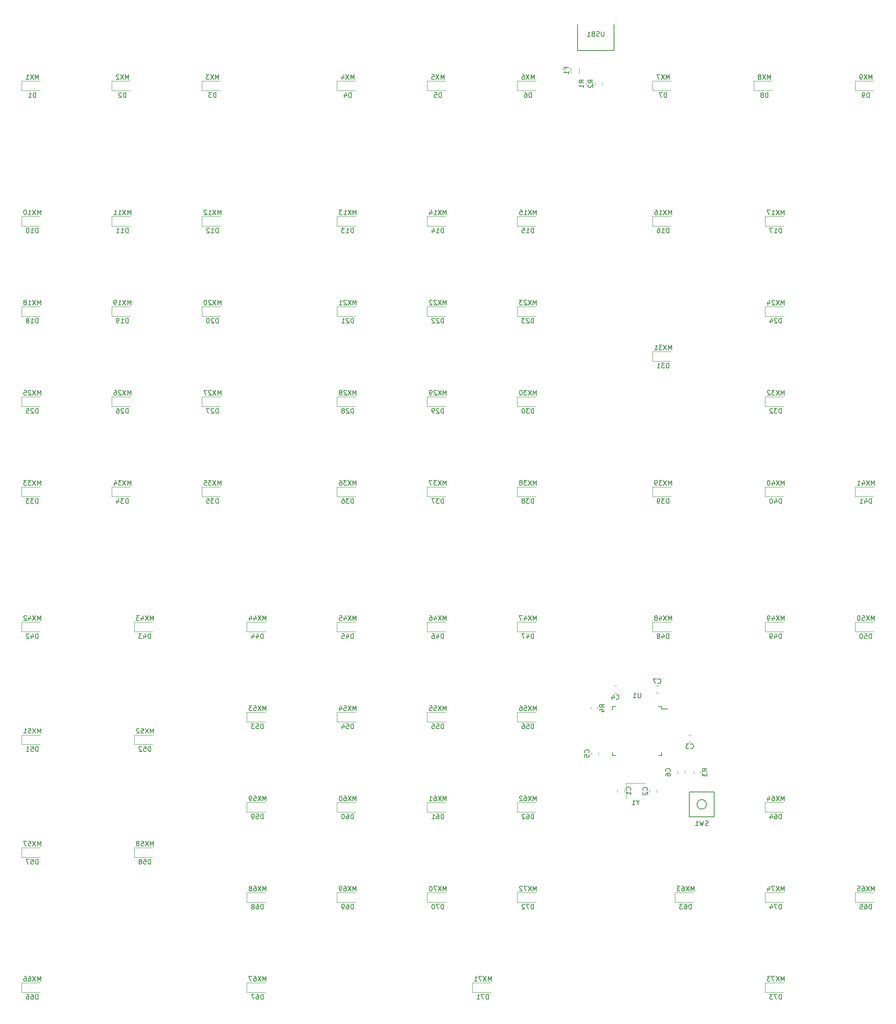
<source format=gbr>
%TF.GenerationSoftware,KiCad,Pcbnew,(6.0.11)*%
%TF.CreationDate,2023-02-04T12:28:33-08:00*%
%TF.ProjectId,MA Command Keyboard changed footprint,4d412043-6f6d-46d6-916e-64204b657962,rev?*%
%TF.SameCoordinates,Original*%
%TF.FileFunction,Legend,Bot*%
%TF.FilePolarity,Positive*%
%FSLAX46Y46*%
G04 Gerber Fmt 4.6, Leading zero omitted, Abs format (unit mm)*
G04 Created by KiCad (PCBNEW (6.0.11)) date 2023-02-04 12:28:33*
%MOMM*%
%LPD*%
G01*
G04 APERTURE LIST*
%ADD10C,0.150000*%
%ADD11C,0.120000*%
G04 APERTURE END LIST*
D10*
%TO.C,R1*%
X-210497619Y-59965833D02*
X-210973809Y-59632500D01*
X-210497619Y-59394404D02*
X-211497619Y-59394404D01*
X-211497619Y-59775357D01*
X-211450000Y-59870595D01*
X-211402380Y-59918214D01*
X-211307142Y-59965833D01*
X-211164285Y-59965833D01*
X-211069047Y-59918214D01*
X-211021428Y-59870595D01*
X-210973809Y-59775357D01*
X-210973809Y-59394404D01*
X-210497619Y-60918214D02*
X-210497619Y-60346785D01*
X-210497619Y-60632500D02*
X-211497619Y-60632500D01*
X-211354761Y-60537261D01*
X-211259523Y-60442023D01*
X-211211904Y-60346785D01*
%TO.C,R2*%
X-208567619Y-59945833D02*
X-209043809Y-59612500D01*
X-208567619Y-59374404D02*
X-209567619Y-59374404D01*
X-209567619Y-59755357D01*
X-209520000Y-59850595D01*
X-209472380Y-59898214D01*
X-209377142Y-59945833D01*
X-209234285Y-59945833D01*
X-209139047Y-59898214D01*
X-209091428Y-59850595D01*
X-209043809Y-59755357D01*
X-209043809Y-59374404D01*
X-209472380Y-60326785D02*
X-209520000Y-60374404D01*
X-209567619Y-60469642D01*
X-209567619Y-60707738D01*
X-209520000Y-60802976D01*
X-209472380Y-60850595D01*
X-209377142Y-60898214D01*
X-209281904Y-60898214D01*
X-209139047Y-60850595D01*
X-208567619Y-60279166D01*
X-208567619Y-60898214D01*
%TO.C,MX74*%
X-168129195Y-230665280D02*
X-168129195Y-229665280D01*
X-168462528Y-230379566D01*
X-168795861Y-229665280D01*
X-168795861Y-230665280D01*
X-169176814Y-229665280D02*
X-169843480Y-230665280D01*
X-169843480Y-229665280D02*
X-169176814Y-230665280D01*
X-170129195Y-229665280D02*
X-170795861Y-229665280D01*
X-170367290Y-230665280D01*
X-171605385Y-229998614D02*
X-171605385Y-230665280D01*
X-171367290Y-229617661D02*
X-171129195Y-230331947D01*
X-171748242Y-230331947D01*
%TO.C,MX73*%
X-168129195Y-249715280D02*
X-168129195Y-248715280D01*
X-168462528Y-249429566D01*
X-168795861Y-248715280D01*
X-168795861Y-249715280D01*
X-169176814Y-248715280D02*
X-169843480Y-249715280D01*
X-169843480Y-248715280D02*
X-169176814Y-249715280D01*
X-170129195Y-248715280D02*
X-170795861Y-248715280D01*
X-170367290Y-249715280D01*
X-171081576Y-248715280D02*
X-171700623Y-248715280D01*
X-171367290Y-249096233D01*
X-171510147Y-249096233D01*
X-171605385Y-249143852D01*
X-171653004Y-249191471D01*
X-171700623Y-249286709D01*
X-171700623Y-249524804D01*
X-171653004Y-249620042D01*
X-171605385Y-249667661D01*
X-171510147Y-249715280D01*
X-171224433Y-249715280D01*
X-171129195Y-249667661D01*
X-171081576Y-249620042D01*
%TO.C,MX72*%
X-220516695Y-230665280D02*
X-220516695Y-229665280D01*
X-220850028Y-230379566D01*
X-221183361Y-229665280D01*
X-221183361Y-230665280D01*
X-221564314Y-229665280D02*
X-222230980Y-230665280D01*
X-222230980Y-229665280D02*
X-221564314Y-230665280D01*
X-222516695Y-229665280D02*
X-223183361Y-229665280D01*
X-222754790Y-230665280D01*
X-223516695Y-229760519D02*
X-223564314Y-229712900D01*
X-223659552Y-229665280D01*
X-223897647Y-229665280D01*
X-223992885Y-229712900D01*
X-224040504Y-229760519D01*
X-224088123Y-229855757D01*
X-224088123Y-229950995D01*
X-224040504Y-230093852D01*
X-223469076Y-230665280D01*
X-224088123Y-230665280D01*
%TO.C,MX71*%
X-230041695Y-249715280D02*
X-230041695Y-248715280D01*
X-230375028Y-249429566D01*
X-230708361Y-248715280D01*
X-230708361Y-249715280D01*
X-231089314Y-248715280D02*
X-231755980Y-249715280D01*
X-231755980Y-248715280D02*
X-231089314Y-249715280D01*
X-232041695Y-248715280D02*
X-232708361Y-248715280D01*
X-232279790Y-249715280D01*
X-233613123Y-249715280D02*
X-233041695Y-249715280D01*
X-233327409Y-249715280D02*
X-233327409Y-248715280D01*
X-233232171Y-248858138D01*
X-233136933Y-248953376D01*
X-233041695Y-249000995D01*
%TO.C,MX70*%
X-239566695Y-230665280D02*
X-239566695Y-229665280D01*
X-239900028Y-230379566D01*
X-240233361Y-229665280D01*
X-240233361Y-230665280D01*
X-240614314Y-229665280D02*
X-241280980Y-230665280D01*
X-241280980Y-229665280D02*
X-240614314Y-230665280D01*
X-241566695Y-229665280D02*
X-242233361Y-229665280D01*
X-241804790Y-230665280D01*
X-242804790Y-229665280D02*
X-242900028Y-229665280D01*
X-242995266Y-229712900D01*
X-243042885Y-229760519D01*
X-243090504Y-229855757D01*
X-243138123Y-230046233D01*
X-243138123Y-230284328D01*
X-243090504Y-230474804D01*
X-243042885Y-230570042D01*
X-242995266Y-230617661D01*
X-242900028Y-230665280D01*
X-242804790Y-230665280D01*
X-242709552Y-230617661D01*
X-242661933Y-230570042D01*
X-242614314Y-230474804D01*
X-242566695Y-230284328D01*
X-242566695Y-230046233D01*
X-242614314Y-229855757D01*
X-242661933Y-229760519D01*
X-242709552Y-229712900D01*
X-242804790Y-229665280D01*
%TO.C,MX69*%
X-258616695Y-230665280D02*
X-258616695Y-229665280D01*
X-258950028Y-230379566D01*
X-259283361Y-229665280D01*
X-259283361Y-230665280D01*
X-259664314Y-229665280D02*
X-260330980Y-230665280D01*
X-260330980Y-229665280D02*
X-259664314Y-230665280D01*
X-261140504Y-229665280D02*
X-260950028Y-229665280D01*
X-260854790Y-229712900D01*
X-260807171Y-229760519D01*
X-260711933Y-229903376D01*
X-260664314Y-230093852D01*
X-260664314Y-230474804D01*
X-260711933Y-230570042D01*
X-260759552Y-230617661D01*
X-260854790Y-230665280D01*
X-261045266Y-230665280D01*
X-261140504Y-230617661D01*
X-261188123Y-230570042D01*
X-261235742Y-230474804D01*
X-261235742Y-230236709D01*
X-261188123Y-230141471D01*
X-261140504Y-230093852D01*
X-261045266Y-230046233D01*
X-260854790Y-230046233D01*
X-260759552Y-230093852D01*
X-260711933Y-230141471D01*
X-260664314Y-230236709D01*
X-261711933Y-230665280D02*
X-261902409Y-230665280D01*
X-261997647Y-230617661D01*
X-262045266Y-230570042D01*
X-262140504Y-230427185D01*
X-262188123Y-230236709D01*
X-262188123Y-229855757D01*
X-262140504Y-229760519D01*
X-262092885Y-229712900D01*
X-261997647Y-229665280D01*
X-261807171Y-229665280D01*
X-261711933Y-229712900D01*
X-261664314Y-229760519D01*
X-261616695Y-229855757D01*
X-261616695Y-230093852D01*
X-261664314Y-230189090D01*
X-261711933Y-230236709D01*
X-261807171Y-230284328D01*
X-261997647Y-230284328D01*
X-262092885Y-230236709D01*
X-262140504Y-230189090D01*
X-262188123Y-230093852D01*
%TO.C,MX68*%
X-277666695Y-230665280D02*
X-277666695Y-229665280D01*
X-278000028Y-230379566D01*
X-278333361Y-229665280D01*
X-278333361Y-230665280D01*
X-278714314Y-229665280D02*
X-279380980Y-230665280D01*
X-279380980Y-229665280D02*
X-278714314Y-230665280D01*
X-280190504Y-229665280D02*
X-280000028Y-229665280D01*
X-279904790Y-229712900D01*
X-279857171Y-229760519D01*
X-279761933Y-229903376D01*
X-279714314Y-230093852D01*
X-279714314Y-230474804D01*
X-279761933Y-230570042D01*
X-279809552Y-230617661D01*
X-279904790Y-230665280D01*
X-280095266Y-230665280D01*
X-280190504Y-230617661D01*
X-280238123Y-230570042D01*
X-280285742Y-230474804D01*
X-280285742Y-230236709D01*
X-280238123Y-230141471D01*
X-280190504Y-230093852D01*
X-280095266Y-230046233D01*
X-279904790Y-230046233D01*
X-279809552Y-230093852D01*
X-279761933Y-230141471D01*
X-279714314Y-230236709D01*
X-280857171Y-230093852D02*
X-280761933Y-230046233D01*
X-280714314Y-229998614D01*
X-280666695Y-229903376D01*
X-280666695Y-229855757D01*
X-280714314Y-229760519D01*
X-280761933Y-229712900D01*
X-280857171Y-229665280D01*
X-281047647Y-229665280D01*
X-281142885Y-229712900D01*
X-281190504Y-229760519D01*
X-281238123Y-229855757D01*
X-281238123Y-229903376D01*
X-281190504Y-229998614D01*
X-281142885Y-230046233D01*
X-281047647Y-230093852D01*
X-280857171Y-230093852D01*
X-280761933Y-230141471D01*
X-280714314Y-230189090D01*
X-280666695Y-230284328D01*
X-280666695Y-230474804D01*
X-280714314Y-230570042D01*
X-280761933Y-230617661D01*
X-280857171Y-230665280D01*
X-281047647Y-230665280D01*
X-281142885Y-230617661D01*
X-281190504Y-230570042D01*
X-281238123Y-230474804D01*
X-281238123Y-230284328D01*
X-281190504Y-230189090D01*
X-281142885Y-230141471D01*
X-281047647Y-230093852D01*
%TO.C,MX67*%
X-277666695Y-249715280D02*
X-277666695Y-248715280D01*
X-278000028Y-249429566D01*
X-278333361Y-248715280D01*
X-278333361Y-249715280D01*
X-278714314Y-248715280D02*
X-279380980Y-249715280D01*
X-279380980Y-248715280D02*
X-278714314Y-249715280D01*
X-280190504Y-248715280D02*
X-280000028Y-248715280D01*
X-279904790Y-248762900D01*
X-279857171Y-248810519D01*
X-279761933Y-248953376D01*
X-279714314Y-249143852D01*
X-279714314Y-249524804D01*
X-279761933Y-249620042D01*
X-279809552Y-249667661D01*
X-279904790Y-249715280D01*
X-280095266Y-249715280D01*
X-280190504Y-249667661D01*
X-280238123Y-249620042D01*
X-280285742Y-249524804D01*
X-280285742Y-249286709D01*
X-280238123Y-249191471D01*
X-280190504Y-249143852D01*
X-280095266Y-249096233D01*
X-279904790Y-249096233D01*
X-279809552Y-249143852D01*
X-279761933Y-249191471D01*
X-279714314Y-249286709D01*
X-280619076Y-248715280D02*
X-281285742Y-248715280D01*
X-280857171Y-249715280D01*
%TO.C,MX66*%
X-325291695Y-249715280D02*
X-325291695Y-248715280D01*
X-325625028Y-249429566D01*
X-325958361Y-248715280D01*
X-325958361Y-249715280D01*
X-326339314Y-248715280D02*
X-327005980Y-249715280D01*
X-327005980Y-248715280D02*
X-326339314Y-249715280D01*
X-327815504Y-248715280D02*
X-327625028Y-248715280D01*
X-327529790Y-248762900D01*
X-327482171Y-248810519D01*
X-327386933Y-248953376D01*
X-327339314Y-249143852D01*
X-327339314Y-249524804D01*
X-327386933Y-249620042D01*
X-327434552Y-249667661D01*
X-327529790Y-249715280D01*
X-327720266Y-249715280D01*
X-327815504Y-249667661D01*
X-327863123Y-249620042D01*
X-327910742Y-249524804D01*
X-327910742Y-249286709D01*
X-327863123Y-249191471D01*
X-327815504Y-249143852D01*
X-327720266Y-249096233D01*
X-327529790Y-249096233D01*
X-327434552Y-249143852D01*
X-327386933Y-249191471D01*
X-327339314Y-249286709D01*
X-328767885Y-248715280D02*
X-328577409Y-248715280D01*
X-328482171Y-248762900D01*
X-328434552Y-248810519D01*
X-328339314Y-248953376D01*
X-328291695Y-249143852D01*
X-328291695Y-249524804D01*
X-328339314Y-249620042D01*
X-328386933Y-249667661D01*
X-328482171Y-249715280D01*
X-328672647Y-249715280D01*
X-328767885Y-249667661D01*
X-328815504Y-249620042D01*
X-328863123Y-249524804D01*
X-328863123Y-249286709D01*
X-328815504Y-249191471D01*
X-328767885Y-249143852D01*
X-328672647Y-249096233D01*
X-328482171Y-249096233D01*
X-328386933Y-249143852D01*
X-328339314Y-249191471D01*
X-328291695Y-249286709D01*
%TO.C,MX65*%
X-149079195Y-230665280D02*
X-149079195Y-229665280D01*
X-149412528Y-230379566D01*
X-149745861Y-229665280D01*
X-149745861Y-230665280D01*
X-150126814Y-229665280D02*
X-150793480Y-230665280D01*
X-150793480Y-229665280D02*
X-150126814Y-230665280D01*
X-151603004Y-229665280D02*
X-151412528Y-229665280D01*
X-151317290Y-229712900D01*
X-151269671Y-229760519D01*
X-151174433Y-229903376D01*
X-151126814Y-230093852D01*
X-151126814Y-230474804D01*
X-151174433Y-230570042D01*
X-151222052Y-230617661D01*
X-151317290Y-230665280D01*
X-151507766Y-230665280D01*
X-151603004Y-230617661D01*
X-151650623Y-230570042D01*
X-151698242Y-230474804D01*
X-151698242Y-230236709D01*
X-151650623Y-230141471D01*
X-151603004Y-230093852D01*
X-151507766Y-230046233D01*
X-151317290Y-230046233D01*
X-151222052Y-230093852D01*
X-151174433Y-230141471D01*
X-151126814Y-230236709D01*
X-152603004Y-229665280D02*
X-152126814Y-229665280D01*
X-152079195Y-230141471D01*
X-152126814Y-230093852D01*
X-152222052Y-230046233D01*
X-152460147Y-230046233D01*
X-152555385Y-230093852D01*
X-152603004Y-230141471D01*
X-152650623Y-230236709D01*
X-152650623Y-230474804D01*
X-152603004Y-230570042D01*
X-152555385Y-230617661D01*
X-152460147Y-230665280D01*
X-152222052Y-230665280D01*
X-152126814Y-230617661D01*
X-152079195Y-230570042D01*
%TO.C,MX64*%
X-168129195Y-211615280D02*
X-168129195Y-210615280D01*
X-168462528Y-211329566D01*
X-168795861Y-210615280D01*
X-168795861Y-211615280D01*
X-169176814Y-210615280D02*
X-169843480Y-211615280D01*
X-169843480Y-210615280D02*
X-169176814Y-211615280D01*
X-170653004Y-210615280D02*
X-170462528Y-210615280D01*
X-170367290Y-210662900D01*
X-170319671Y-210710519D01*
X-170224433Y-210853376D01*
X-170176814Y-211043852D01*
X-170176814Y-211424804D01*
X-170224433Y-211520042D01*
X-170272052Y-211567661D01*
X-170367290Y-211615280D01*
X-170557766Y-211615280D01*
X-170653004Y-211567661D01*
X-170700623Y-211520042D01*
X-170748242Y-211424804D01*
X-170748242Y-211186709D01*
X-170700623Y-211091471D01*
X-170653004Y-211043852D01*
X-170557766Y-210996233D01*
X-170367290Y-210996233D01*
X-170272052Y-211043852D01*
X-170224433Y-211091471D01*
X-170176814Y-211186709D01*
X-171605385Y-210948614D02*
X-171605385Y-211615280D01*
X-171367290Y-210567661D02*
X-171129195Y-211281947D01*
X-171748242Y-211281947D01*
%TO.C,MX63*%
X-187179195Y-230665280D02*
X-187179195Y-229665280D01*
X-187512528Y-230379566D01*
X-187845861Y-229665280D01*
X-187845861Y-230665280D01*
X-188226814Y-229665280D02*
X-188893480Y-230665280D01*
X-188893480Y-229665280D02*
X-188226814Y-230665280D01*
X-189703004Y-229665280D02*
X-189512528Y-229665280D01*
X-189417290Y-229712900D01*
X-189369671Y-229760519D01*
X-189274433Y-229903376D01*
X-189226814Y-230093852D01*
X-189226814Y-230474804D01*
X-189274433Y-230570042D01*
X-189322052Y-230617661D01*
X-189417290Y-230665280D01*
X-189607766Y-230665280D01*
X-189703004Y-230617661D01*
X-189750623Y-230570042D01*
X-189798242Y-230474804D01*
X-189798242Y-230236709D01*
X-189750623Y-230141471D01*
X-189703004Y-230093852D01*
X-189607766Y-230046233D01*
X-189417290Y-230046233D01*
X-189322052Y-230093852D01*
X-189274433Y-230141471D01*
X-189226814Y-230236709D01*
X-190131576Y-229665280D02*
X-190750623Y-229665280D01*
X-190417290Y-230046233D01*
X-190560147Y-230046233D01*
X-190655385Y-230093852D01*
X-190703004Y-230141471D01*
X-190750623Y-230236709D01*
X-190750623Y-230474804D01*
X-190703004Y-230570042D01*
X-190655385Y-230617661D01*
X-190560147Y-230665280D01*
X-190274433Y-230665280D01*
X-190179195Y-230617661D01*
X-190131576Y-230570042D01*
%TO.C,MX62*%
X-220516695Y-211615280D02*
X-220516695Y-210615280D01*
X-220850028Y-211329566D01*
X-221183361Y-210615280D01*
X-221183361Y-211615280D01*
X-221564314Y-210615280D02*
X-222230980Y-211615280D01*
X-222230980Y-210615280D02*
X-221564314Y-211615280D01*
X-223040504Y-210615280D02*
X-222850028Y-210615280D01*
X-222754790Y-210662900D01*
X-222707171Y-210710519D01*
X-222611933Y-210853376D01*
X-222564314Y-211043852D01*
X-222564314Y-211424804D01*
X-222611933Y-211520042D01*
X-222659552Y-211567661D01*
X-222754790Y-211615280D01*
X-222945266Y-211615280D01*
X-223040504Y-211567661D01*
X-223088123Y-211520042D01*
X-223135742Y-211424804D01*
X-223135742Y-211186709D01*
X-223088123Y-211091471D01*
X-223040504Y-211043852D01*
X-222945266Y-210996233D01*
X-222754790Y-210996233D01*
X-222659552Y-211043852D01*
X-222611933Y-211091471D01*
X-222564314Y-211186709D01*
X-223516695Y-210710519D02*
X-223564314Y-210662900D01*
X-223659552Y-210615280D01*
X-223897647Y-210615280D01*
X-223992885Y-210662900D01*
X-224040504Y-210710519D01*
X-224088123Y-210805757D01*
X-224088123Y-210900995D01*
X-224040504Y-211043852D01*
X-223469076Y-211615280D01*
X-224088123Y-211615280D01*
%TO.C,MX61*%
X-239566695Y-211615280D02*
X-239566695Y-210615280D01*
X-239900028Y-211329566D01*
X-240233361Y-210615280D01*
X-240233361Y-211615280D01*
X-240614314Y-210615280D02*
X-241280980Y-211615280D01*
X-241280980Y-210615280D02*
X-240614314Y-211615280D01*
X-242090504Y-210615280D02*
X-241900028Y-210615280D01*
X-241804790Y-210662900D01*
X-241757171Y-210710519D01*
X-241661933Y-210853376D01*
X-241614314Y-211043852D01*
X-241614314Y-211424804D01*
X-241661933Y-211520042D01*
X-241709552Y-211567661D01*
X-241804790Y-211615280D01*
X-241995266Y-211615280D01*
X-242090504Y-211567661D01*
X-242138123Y-211520042D01*
X-242185742Y-211424804D01*
X-242185742Y-211186709D01*
X-242138123Y-211091471D01*
X-242090504Y-211043852D01*
X-241995266Y-210996233D01*
X-241804790Y-210996233D01*
X-241709552Y-211043852D01*
X-241661933Y-211091471D01*
X-241614314Y-211186709D01*
X-243138123Y-211615280D02*
X-242566695Y-211615280D01*
X-242852409Y-211615280D02*
X-242852409Y-210615280D01*
X-242757171Y-210758138D01*
X-242661933Y-210853376D01*
X-242566695Y-210900995D01*
%TO.C,MX60*%
X-258616695Y-211615280D02*
X-258616695Y-210615280D01*
X-258950028Y-211329566D01*
X-259283361Y-210615280D01*
X-259283361Y-211615280D01*
X-259664314Y-210615280D02*
X-260330980Y-211615280D01*
X-260330980Y-210615280D02*
X-259664314Y-211615280D01*
X-261140504Y-210615280D02*
X-260950028Y-210615280D01*
X-260854790Y-210662900D01*
X-260807171Y-210710519D01*
X-260711933Y-210853376D01*
X-260664314Y-211043852D01*
X-260664314Y-211424804D01*
X-260711933Y-211520042D01*
X-260759552Y-211567661D01*
X-260854790Y-211615280D01*
X-261045266Y-211615280D01*
X-261140504Y-211567661D01*
X-261188123Y-211520042D01*
X-261235742Y-211424804D01*
X-261235742Y-211186709D01*
X-261188123Y-211091471D01*
X-261140504Y-211043852D01*
X-261045266Y-210996233D01*
X-260854790Y-210996233D01*
X-260759552Y-211043852D01*
X-260711933Y-211091471D01*
X-260664314Y-211186709D01*
X-261854790Y-210615280D02*
X-261950028Y-210615280D01*
X-262045266Y-210662900D01*
X-262092885Y-210710519D01*
X-262140504Y-210805757D01*
X-262188123Y-210996233D01*
X-262188123Y-211234328D01*
X-262140504Y-211424804D01*
X-262092885Y-211520042D01*
X-262045266Y-211567661D01*
X-261950028Y-211615280D01*
X-261854790Y-211615280D01*
X-261759552Y-211567661D01*
X-261711933Y-211520042D01*
X-261664314Y-211424804D01*
X-261616695Y-211234328D01*
X-261616695Y-210996233D01*
X-261664314Y-210805757D01*
X-261711933Y-210710519D01*
X-261759552Y-210662900D01*
X-261854790Y-210615280D01*
%TO.C,MX59*%
X-277666695Y-211615280D02*
X-277666695Y-210615280D01*
X-278000028Y-211329566D01*
X-278333361Y-210615280D01*
X-278333361Y-211615280D01*
X-278714314Y-210615280D02*
X-279380980Y-211615280D01*
X-279380980Y-210615280D02*
X-278714314Y-211615280D01*
X-280238123Y-210615280D02*
X-279761933Y-210615280D01*
X-279714314Y-211091471D01*
X-279761933Y-211043852D01*
X-279857171Y-210996233D01*
X-280095266Y-210996233D01*
X-280190504Y-211043852D01*
X-280238123Y-211091471D01*
X-280285742Y-211186709D01*
X-280285742Y-211424804D01*
X-280238123Y-211520042D01*
X-280190504Y-211567661D01*
X-280095266Y-211615280D01*
X-279857171Y-211615280D01*
X-279761933Y-211567661D01*
X-279714314Y-211520042D01*
X-280761933Y-211615280D02*
X-280952409Y-211615280D01*
X-281047647Y-211567661D01*
X-281095266Y-211520042D01*
X-281190504Y-211377185D01*
X-281238123Y-211186709D01*
X-281238123Y-210805757D01*
X-281190504Y-210710519D01*
X-281142885Y-210662900D01*
X-281047647Y-210615280D01*
X-280857171Y-210615280D01*
X-280761933Y-210662900D01*
X-280714314Y-210710519D01*
X-280666695Y-210805757D01*
X-280666695Y-211043852D01*
X-280714314Y-211139090D01*
X-280761933Y-211186709D01*
X-280857171Y-211234328D01*
X-281047647Y-211234328D01*
X-281142885Y-211186709D01*
X-281190504Y-211139090D01*
X-281238123Y-211043852D01*
%TO.C,MX58*%
X-301479195Y-221140280D02*
X-301479195Y-220140280D01*
X-301812528Y-220854566D01*
X-302145861Y-220140280D01*
X-302145861Y-221140280D01*
X-302526814Y-220140280D02*
X-303193480Y-221140280D01*
X-303193480Y-220140280D02*
X-302526814Y-221140280D01*
X-304050623Y-220140280D02*
X-303574433Y-220140280D01*
X-303526814Y-220616471D01*
X-303574433Y-220568852D01*
X-303669671Y-220521233D01*
X-303907766Y-220521233D01*
X-304003004Y-220568852D01*
X-304050623Y-220616471D01*
X-304098242Y-220711709D01*
X-304098242Y-220949804D01*
X-304050623Y-221045042D01*
X-304003004Y-221092661D01*
X-303907766Y-221140280D01*
X-303669671Y-221140280D01*
X-303574433Y-221092661D01*
X-303526814Y-221045042D01*
X-304669671Y-220568852D02*
X-304574433Y-220521233D01*
X-304526814Y-220473614D01*
X-304479195Y-220378376D01*
X-304479195Y-220330757D01*
X-304526814Y-220235519D01*
X-304574433Y-220187900D01*
X-304669671Y-220140280D01*
X-304860147Y-220140280D01*
X-304955385Y-220187900D01*
X-305003004Y-220235519D01*
X-305050623Y-220330757D01*
X-305050623Y-220378376D01*
X-305003004Y-220473614D01*
X-304955385Y-220521233D01*
X-304860147Y-220568852D01*
X-304669671Y-220568852D01*
X-304574433Y-220616471D01*
X-304526814Y-220664090D01*
X-304479195Y-220759328D01*
X-304479195Y-220949804D01*
X-304526814Y-221045042D01*
X-304574433Y-221092661D01*
X-304669671Y-221140280D01*
X-304860147Y-221140280D01*
X-304955385Y-221092661D01*
X-305003004Y-221045042D01*
X-305050623Y-220949804D01*
X-305050623Y-220759328D01*
X-305003004Y-220664090D01*
X-304955385Y-220616471D01*
X-304860147Y-220568852D01*
%TO.C,MX57*%
X-325291695Y-221140280D02*
X-325291695Y-220140280D01*
X-325625028Y-220854566D01*
X-325958361Y-220140280D01*
X-325958361Y-221140280D01*
X-326339314Y-220140280D02*
X-327005980Y-221140280D01*
X-327005980Y-220140280D02*
X-326339314Y-221140280D01*
X-327863123Y-220140280D02*
X-327386933Y-220140280D01*
X-327339314Y-220616471D01*
X-327386933Y-220568852D01*
X-327482171Y-220521233D01*
X-327720266Y-220521233D01*
X-327815504Y-220568852D01*
X-327863123Y-220616471D01*
X-327910742Y-220711709D01*
X-327910742Y-220949804D01*
X-327863123Y-221045042D01*
X-327815504Y-221092661D01*
X-327720266Y-221140280D01*
X-327482171Y-221140280D01*
X-327386933Y-221092661D01*
X-327339314Y-221045042D01*
X-328244076Y-220140280D02*
X-328910742Y-220140280D01*
X-328482171Y-221140280D01*
%TO.C,MX56*%
X-220516695Y-192565280D02*
X-220516695Y-191565280D01*
X-220850028Y-192279566D01*
X-221183361Y-191565280D01*
X-221183361Y-192565280D01*
X-221564314Y-191565280D02*
X-222230980Y-192565280D01*
X-222230980Y-191565280D02*
X-221564314Y-192565280D01*
X-223088123Y-191565280D02*
X-222611933Y-191565280D01*
X-222564314Y-192041471D01*
X-222611933Y-191993852D01*
X-222707171Y-191946233D01*
X-222945266Y-191946233D01*
X-223040504Y-191993852D01*
X-223088123Y-192041471D01*
X-223135742Y-192136709D01*
X-223135742Y-192374804D01*
X-223088123Y-192470042D01*
X-223040504Y-192517661D01*
X-222945266Y-192565280D01*
X-222707171Y-192565280D01*
X-222611933Y-192517661D01*
X-222564314Y-192470042D01*
X-223992885Y-191565280D02*
X-223802409Y-191565280D01*
X-223707171Y-191612900D01*
X-223659552Y-191660519D01*
X-223564314Y-191803376D01*
X-223516695Y-191993852D01*
X-223516695Y-192374804D01*
X-223564314Y-192470042D01*
X-223611933Y-192517661D01*
X-223707171Y-192565280D01*
X-223897647Y-192565280D01*
X-223992885Y-192517661D01*
X-224040504Y-192470042D01*
X-224088123Y-192374804D01*
X-224088123Y-192136709D01*
X-224040504Y-192041471D01*
X-223992885Y-191993852D01*
X-223897647Y-191946233D01*
X-223707171Y-191946233D01*
X-223611933Y-191993852D01*
X-223564314Y-192041471D01*
X-223516695Y-192136709D01*
%TO.C,MX55*%
X-239566695Y-192565280D02*
X-239566695Y-191565280D01*
X-239900028Y-192279566D01*
X-240233361Y-191565280D01*
X-240233361Y-192565280D01*
X-240614314Y-191565280D02*
X-241280980Y-192565280D01*
X-241280980Y-191565280D02*
X-240614314Y-192565280D01*
X-242138123Y-191565280D02*
X-241661933Y-191565280D01*
X-241614314Y-192041471D01*
X-241661933Y-191993852D01*
X-241757171Y-191946233D01*
X-241995266Y-191946233D01*
X-242090504Y-191993852D01*
X-242138123Y-192041471D01*
X-242185742Y-192136709D01*
X-242185742Y-192374804D01*
X-242138123Y-192470042D01*
X-242090504Y-192517661D01*
X-241995266Y-192565280D01*
X-241757171Y-192565280D01*
X-241661933Y-192517661D01*
X-241614314Y-192470042D01*
X-243090504Y-191565280D02*
X-242614314Y-191565280D01*
X-242566695Y-192041471D01*
X-242614314Y-191993852D01*
X-242709552Y-191946233D01*
X-242947647Y-191946233D01*
X-243042885Y-191993852D01*
X-243090504Y-192041471D01*
X-243138123Y-192136709D01*
X-243138123Y-192374804D01*
X-243090504Y-192470042D01*
X-243042885Y-192517661D01*
X-242947647Y-192565280D01*
X-242709552Y-192565280D01*
X-242614314Y-192517661D01*
X-242566695Y-192470042D01*
%TO.C,MX54*%
X-258616695Y-192565280D02*
X-258616695Y-191565280D01*
X-258950028Y-192279566D01*
X-259283361Y-191565280D01*
X-259283361Y-192565280D01*
X-259664314Y-191565280D02*
X-260330980Y-192565280D01*
X-260330980Y-191565280D02*
X-259664314Y-192565280D01*
X-261188123Y-191565280D02*
X-260711933Y-191565280D01*
X-260664314Y-192041471D01*
X-260711933Y-191993852D01*
X-260807171Y-191946233D01*
X-261045266Y-191946233D01*
X-261140504Y-191993852D01*
X-261188123Y-192041471D01*
X-261235742Y-192136709D01*
X-261235742Y-192374804D01*
X-261188123Y-192470042D01*
X-261140504Y-192517661D01*
X-261045266Y-192565280D01*
X-260807171Y-192565280D01*
X-260711933Y-192517661D01*
X-260664314Y-192470042D01*
X-262092885Y-191898614D02*
X-262092885Y-192565280D01*
X-261854790Y-191517661D02*
X-261616695Y-192231947D01*
X-262235742Y-192231947D01*
%TO.C,MX53*%
X-277666695Y-192565280D02*
X-277666695Y-191565280D01*
X-278000028Y-192279566D01*
X-278333361Y-191565280D01*
X-278333361Y-192565280D01*
X-278714314Y-191565280D02*
X-279380980Y-192565280D01*
X-279380980Y-191565280D02*
X-278714314Y-192565280D01*
X-280238123Y-191565280D02*
X-279761933Y-191565280D01*
X-279714314Y-192041471D01*
X-279761933Y-191993852D01*
X-279857171Y-191946233D01*
X-280095266Y-191946233D01*
X-280190504Y-191993852D01*
X-280238123Y-192041471D01*
X-280285742Y-192136709D01*
X-280285742Y-192374804D01*
X-280238123Y-192470042D01*
X-280190504Y-192517661D01*
X-280095266Y-192565280D01*
X-279857171Y-192565280D01*
X-279761933Y-192517661D01*
X-279714314Y-192470042D01*
X-280619076Y-191565280D02*
X-281238123Y-191565280D01*
X-280904790Y-191946233D01*
X-281047647Y-191946233D01*
X-281142885Y-191993852D01*
X-281190504Y-192041471D01*
X-281238123Y-192136709D01*
X-281238123Y-192374804D01*
X-281190504Y-192470042D01*
X-281142885Y-192517661D01*
X-281047647Y-192565280D01*
X-280761933Y-192565280D01*
X-280666695Y-192517661D01*
X-280619076Y-192470042D01*
%TO.C,MX52*%
X-301479195Y-197327780D02*
X-301479195Y-196327780D01*
X-301812528Y-197042066D01*
X-302145861Y-196327780D01*
X-302145861Y-197327780D01*
X-302526814Y-196327780D02*
X-303193480Y-197327780D01*
X-303193480Y-196327780D02*
X-302526814Y-197327780D01*
X-304050623Y-196327780D02*
X-303574433Y-196327780D01*
X-303526814Y-196803971D01*
X-303574433Y-196756352D01*
X-303669671Y-196708733D01*
X-303907766Y-196708733D01*
X-304003004Y-196756352D01*
X-304050623Y-196803971D01*
X-304098242Y-196899209D01*
X-304098242Y-197137304D01*
X-304050623Y-197232542D01*
X-304003004Y-197280161D01*
X-303907766Y-197327780D01*
X-303669671Y-197327780D01*
X-303574433Y-197280161D01*
X-303526814Y-197232542D01*
X-304479195Y-196423019D02*
X-304526814Y-196375400D01*
X-304622052Y-196327780D01*
X-304860147Y-196327780D01*
X-304955385Y-196375400D01*
X-305003004Y-196423019D01*
X-305050623Y-196518257D01*
X-305050623Y-196613495D01*
X-305003004Y-196756352D01*
X-304431576Y-197327780D01*
X-305050623Y-197327780D01*
%TO.C,MX51*%
X-325291695Y-197327780D02*
X-325291695Y-196327780D01*
X-325625028Y-197042066D01*
X-325958361Y-196327780D01*
X-325958361Y-197327780D01*
X-326339314Y-196327780D02*
X-327005980Y-197327780D01*
X-327005980Y-196327780D02*
X-326339314Y-197327780D01*
X-327863123Y-196327780D02*
X-327386933Y-196327780D01*
X-327339314Y-196803971D01*
X-327386933Y-196756352D01*
X-327482171Y-196708733D01*
X-327720266Y-196708733D01*
X-327815504Y-196756352D01*
X-327863123Y-196803971D01*
X-327910742Y-196899209D01*
X-327910742Y-197137304D01*
X-327863123Y-197232542D01*
X-327815504Y-197280161D01*
X-327720266Y-197327780D01*
X-327482171Y-197327780D01*
X-327386933Y-197280161D01*
X-327339314Y-197232542D01*
X-328863123Y-197327780D02*
X-328291695Y-197327780D01*
X-328577409Y-197327780D02*
X-328577409Y-196327780D01*
X-328482171Y-196470638D01*
X-328386933Y-196565876D01*
X-328291695Y-196613495D01*
%TO.C,MX50*%
X-149079195Y-173515280D02*
X-149079195Y-172515280D01*
X-149412528Y-173229566D01*
X-149745861Y-172515280D01*
X-149745861Y-173515280D01*
X-150126814Y-172515280D02*
X-150793480Y-173515280D01*
X-150793480Y-172515280D02*
X-150126814Y-173515280D01*
X-151650623Y-172515280D02*
X-151174433Y-172515280D01*
X-151126814Y-172991471D01*
X-151174433Y-172943852D01*
X-151269671Y-172896233D01*
X-151507766Y-172896233D01*
X-151603004Y-172943852D01*
X-151650623Y-172991471D01*
X-151698242Y-173086709D01*
X-151698242Y-173324804D01*
X-151650623Y-173420042D01*
X-151603004Y-173467661D01*
X-151507766Y-173515280D01*
X-151269671Y-173515280D01*
X-151174433Y-173467661D01*
X-151126814Y-173420042D01*
X-152317290Y-172515280D02*
X-152412528Y-172515280D01*
X-152507766Y-172562900D01*
X-152555385Y-172610519D01*
X-152603004Y-172705757D01*
X-152650623Y-172896233D01*
X-152650623Y-173134328D01*
X-152603004Y-173324804D01*
X-152555385Y-173420042D01*
X-152507766Y-173467661D01*
X-152412528Y-173515280D01*
X-152317290Y-173515280D01*
X-152222052Y-173467661D01*
X-152174433Y-173420042D01*
X-152126814Y-173324804D01*
X-152079195Y-173134328D01*
X-152079195Y-172896233D01*
X-152126814Y-172705757D01*
X-152174433Y-172610519D01*
X-152222052Y-172562900D01*
X-152317290Y-172515280D01*
%TO.C,MX49*%
X-168129195Y-173515280D02*
X-168129195Y-172515280D01*
X-168462528Y-173229566D01*
X-168795861Y-172515280D01*
X-168795861Y-173515280D01*
X-169176814Y-172515280D02*
X-169843480Y-173515280D01*
X-169843480Y-172515280D02*
X-169176814Y-173515280D01*
X-170653004Y-172848614D02*
X-170653004Y-173515280D01*
X-170414909Y-172467661D02*
X-170176814Y-173181947D01*
X-170795861Y-173181947D01*
X-171224433Y-173515280D02*
X-171414909Y-173515280D01*
X-171510147Y-173467661D01*
X-171557766Y-173420042D01*
X-171653004Y-173277185D01*
X-171700623Y-173086709D01*
X-171700623Y-172705757D01*
X-171653004Y-172610519D01*
X-171605385Y-172562900D01*
X-171510147Y-172515280D01*
X-171319671Y-172515280D01*
X-171224433Y-172562900D01*
X-171176814Y-172610519D01*
X-171129195Y-172705757D01*
X-171129195Y-172943852D01*
X-171176814Y-173039090D01*
X-171224433Y-173086709D01*
X-171319671Y-173134328D01*
X-171510147Y-173134328D01*
X-171605385Y-173086709D01*
X-171653004Y-173039090D01*
X-171700623Y-172943852D01*
%TO.C,MX48*%
X-191941695Y-173515280D02*
X-191941695Y-172515280D01*
X-192275028Y-173229566D01*
X-192608361Y-172515280D01*
X-192608361Y-173515280D01*
X-192989314Y-172515280D02*
X-193655980Y-173515280D01*
X-193655980Y-172515280D02*
X-192989314Y-173515280D01*
X-194465504Y-172848614D02*
X-194465504Y-173515280D01*
X-194227409Y-172467661D02*
X-193989314Y-173181947D01*
X-194608361Y-173181947D01*
X-195132171Y-172943852D02*
X-195036933Y-172896233D01*
X-194989314Y-172848614D01*
X-194941695Y-172753376D01*
X-194941695Y-172705757D01*
X-194989314Y-172610519D01*
X-195036933Y-172562900D01*
X-195132171Y-172515280D01*
X-195322647Y-172515280D01*
X-195417885Y-172562900D01*
X-195465504Y-172610519D01*
X-195513123Y-172705757D01*
X-195513123Y-172753376D01*
X-195465504Y-172848614D01*
X-195417885Y-172896233D01*
X-195322647Y-172943852D01*
X-195132171Y-172943852D01*
X-195036933Y-172991471D01*
X-194989314Y-173039090D01*
X-194941695Y-173134328D01*
X-194941695Y-173324804D01*
X-194989314Y-173420042D01*
X-195036933Y-173467661D01*
X-195132171Y-173515280D01*
X-195322647Y-173515280D01*
X-195417885Y-173467661D01*
X-195465504Y-173420042D01*
X-195513123Y-173324804D01*
X-195513123Y-173134328D01*
X-195465504Y-173039090D01*
X-195417885Y-172991471D01*
X-195322647Y-172943852D01*
%TO.C,MX47*%
X-220516695Y-173515280D02*
X-220516695Y-172515280D01*
X-220850028Y-173229566D01*
X-221183361Y-172515280D01*
X-221183361Y-173515280D01*
X-221564314Y-172515280D02*
X-222230980Y-173515280D01*
X-222230980Y-172515280D02*
X-221564314Y-173515280D01*
X-223040504Y-172848614D02*
X-223040504Y-173515280D01*
X-222802409Y-172467661D02*
X-222564314Y-173181947D01*
X-223183361Y-173181947D01*
X-223469076Y-172515280D02*
X-224135742Y-172515280D01*
X-223707171Y-173515280D01*
%TO.C,MX46*%
X-239566695Y-173515280D02*
X-239566695Y-172515280D01*
X-239900028Y-173229566D01*
X-240233361Y-172515280D01*
X-240233361Y-173515280D01*
X-240614314Y-172515280D02*
X-241280980Y-173515280D01*
X-241280980Y-172515280D02*
X-240614314Y-173515280D01*
X-242090504Y-172848614D02*
X-242090504Y-173515280D01*
X-241852409Y-172467661D02*
X-241614314Y-173181947D01*
X-242233361Y-173181947D01*
X-243042885Y-172515280D02*
X-242852409Y-172515280D01*
X-242757171Y-172562900D01*
X-242709552Y-172610519D01*
X-242614314Y-172753376D01*
X-242566695Y-172943852D01*
X-242566695Y-173324804D01*
X-242614314Y-173420042D01*
X-242661933Y-173467661D01*
X-242757171Y-173515280D01*
X-242947647Y-173515280D01*
X-243042885Y-173467661D01*
X-243090504Y-173420042D01*
X-243138123Y-173324804D01*
X-243138123Y-173086709D01*
X-243090504Y-172991471D01*
X-243042885Y-172943852D01*
X-242947647Y-172896233D01*
X-242757171Y-172896233D01*
X-242661933Y-172943852D01*
X-242614314Y-172991471D01*
X-242566695Y-173086709D01*
%TO.C,MX45*%
X-258616695Y-173515280D02*
X-258616695Y-172515280D01*
X-258950028Y-173229566D01*
X-259283361Y-172515280D01*
X-259283361Y-173515280D01*
X-259664314Y-172515280D02*
X-260330980Y-173515280D01*
X-260330980Y-172515280D02*
X-259664314Y-173515280D01*
X-261140504Y-172848614D02*
X-261140504Y-173515280D01*
X-260902409Y-172467661D02*
X-260664314Y-173181947D01*
X-261283361Y-173181947D01*
X-262140504Y-172515280D02*
X-261664314Y-172515280D01*
X-261616695Y-172991471D01*
X-261664314Y-172943852D01*
X-261759552Y-172896233D01*
X-261997647Y-172896233D01*
X-262092885Y-172943852D01*
X-262140504Y-172991471D01*
X-262188123Y-173086709D01*
X-262188123Y-173324804D01*
X-262140504Y-173420042D01*
X-262092885Y-173467661D01*
X-261997647Y-173515280D01*
X-261759552Y-173515280D01*
X-261664314Y-173467661D01*
X-261616695Y-173420042D01*
%TO.C,MX44*%
X-277666695Y-173515280D02*
X-277666695Y-172515280D01*
X-278000028Y-173229566D01*
X-278333361Y-172515280D01*
X-278333361Y-173515280D01*
X-278714314Y-172515280D02*
X-279380980Y-173515280D01*
X-279380980Y-172515280D02*
X-278714314Y-173515280D01*
X-280190504Y-172848614D02*
X-280190504Y-173515280D01*
X-279952409Y-172467661D02*
X-279714314Y-173181947D01*
X-280333361Y-173181947D01*
X-281142885Y-172848614D02*
X-281142885Y-173515280D01*
X-280904790Y-172467661D02*
X-280666695Y-173181947D01*
X-281285742Y-173181947D01*
%TO.C,MX43*%
X-301479195Y-173515280D02*
X-301479195Y-172515280D01*
X-301812528Y-173229566D01*
X-302145861Y-172515280D01*
X-302145861Y-173515280D01*
X-302526814Y-172515280D02*
X-303193480Y-173515280D01*
X-303193480Y-172515280D02*
X-302526814Y-173515280D01*
X-304003004Y-172848614D02*
X-304003004Y-173515280D01*
X-303764909Y-172467661D02*
X-303526814Y-173181947D01*
X-304145861Y-173181947D01*
X-304431576Y-172515280D02*
X-305050623Y-172515280D01*
X-304717290Y-172896233D01*
X-304860147Y-172896233D01*
X-304955385Y-172943852D01*
X-305003004Y-172991471D01*
X-305050623Y-173086709D01*
X-305050623Y-173324804D01*
X-305003004Y-173420042D01*
X-304955385Y-173467661D01*
X-304860147Y-173515280D01*
X-304574433Y-173515280D01*
X-304479195Y-173467661D01*
X-304431576Y-173420042D01*
%TO.C,MX42*%
X-325291695Y-173515280D02*
X-325291695Y-172515280D01*
X-325625028Y-173229566D01*
X-325958361Y-172515280D01*
X-325958361Y-173515280D01*
X-326339314Y-172515280D02*
X-327005980Y-173515280D01*
X-327005980Y-172515280D02*
X-326339314Y-173515280D01*
X-327815504Y-172848614D02*
X-327815504Y-173515280D01*
X-327577409Y-172467661D02*
X-327339314Y-173181947D01*
X-327958361Y-173181947D01*
X-328291695Y-172610519D02*
X-328339314Y-172562900D01*
X-328434552Y-172515280D01*
X-328672647Y-172515280D01*
X-328767885Y-172562900D01*
X-328815504Y-172610519D01*
X-328863123Y-172705757D01*
X-328863123Y-172800995D01*
X-328815504Y-172943852D01*
X-328244076Y-173515280D01*
X-328863123Y-173515280D01*
%TO.C,MX41*%
X-149079195Y-144940280D02*
X-149079195Y-143940280D01*
X-149412528Y-144654566D01*
X-149745861Y-143940280D01*
X-149745861Y-144940280D01*
X-150126814Y-143940280D02*
X-150793480Y-144940280D01*
X-150793480Y-143940280D02*
X-150126814Y-144940280D01*
X-151603004Y-144273614D02*
X-151603004Y-144940280D01*
X-151364909Y-143892661D02*
X-151126814Y-144606947D01*
X-151745861Y-144606947D01*
X-152650623Y-144940280D02*
X-152079195Y-144940280D01*
X-152364909Y-144940280D02*
X-152364909Y-143940280D01*
X-152269671Y-144083138D01*
X-152174433Y-144178376D01*
X-152079195Y-144225995D01*
%TO.C,MX40*%
X-168129195Y-144940280D02*
X-168129195Y-143940280D01*
X-168462528Y-144654566D01*
X-168795861Y-143940280D01*
X-168795861Y-144940280D01*
X-169176814Y-143940280D02*
X-169843480Y-144940280D01*
X-169843480Y-143940280D02*
X-169176814Y-144940280D01*
X-170653004Y-144273614D02*
X-170653004Y-144940280D01*
X-170414909Y-143892661D02*
X-170176814Y-144606947D01*
X-170795861Y-144606947D01*
X-171367290Y-143940280D02*
X-171462528Y-143940280D01*
X-171557766Y-143987900D01*
X-171605385Y-144035519D01*
X-171653004Y-144130757D01*
X-171700623Y-144321233D01*
X-171700623Y-144559328D01*
X-171653004Y-144749804D01*
X-171605385Y-144845042D01*
X-171557766Y-144892661D01*
X-171462528Y-144940280D01*
X-171367290Y-144940280D01*
X-171272052Y-144892661D01*
X-171224433Y-144845042D01*
X-171176814Y-144749804D01*
X-171129195Y-144559328D01*
X-171129195Y-144321233D01*
X-171176814Y-144130757D01*
X-171224433Y-144035519D01*
X-171272052Y-143987900D01*
X-171367290Y-143940280D01*
%TO.C,MX39*%
X-191941695Y-144940280D02*
X-191941695Y-143940280D01*
X-192275028Y-144654566D01*
X-192608361Y-143940280D01*
X-192608361Y-144940280D01*
X-192989314Y-143940280D02*
X-193655980Y-144940280D01*
X-193655980Y-143940280D02*
X-192989314Y-144940280D01*
X-193941695Y-143940280D02*
X-194560742Y-143940280D01*
X-194227409Y-144321233D01*
X-194370266Y-144321233D01*
X-194465504Y-144368852D01*
X-194513123Y-144416471D01*
X-194560742Y-144511709D01*
X-194560742Y-144749804D01*
X-194513123Y-144845042D01*
X-194465504Y-144892661D01*
X-194370266Y-144940280D01*
X-194084552Y-144940280D01*
X-193989314Y-144892661D01*
X-193941695Y-144845042D01*
X-195036933Y-144940280D02*
X-195227409Y-144940280D01*
X-195322647Y-144892661D01*
X-195370266Y-144845042D01*
X-195465504Y-144702185D01*
X-195513123Y-144511709D01*
X-195513123Y-144130757D01*
X-195465504Y-144035519D01*
X-195417885Y-143987900D01*
X-195322647Y-143940280D01*
X-195132171Y-143940280D01*
X-195036933Y-143987900D01*
X-194989314Y-144035519D01*
X-194941695Y-144130757D01*
X-194941695Y-144368852D01*
X-194989314Y-144464090D01*
X-195036933Y-144511709D01*
X-195132171Y-144559328D01*
X-195322647Y-144559328D01*
X-195417885Y-144511709D01*
X-195465504Y-144464090D01*
X-195513123Y-144368852D01*
%TO.C,MX38*%
X-220516695Y-144940280D02*
X-220516695Y-143940280D01*
X-220850028Y-144654566D01*
X-221183361Y-143940280D01*
X-221183361Y-144940280D01*
X-221564314Y-143940280D02*
X-222230980Y-144940280D01*
X-222230980Y-143940280D02*
X-221564314Y-144940280D01*
X-222516695Y-143940280D02*
X-223135742Y-143940280D01*
X-222802409Y-144321233D01*
X-222945266Y-144321233D01*
X-223040504Y-144368852D01*
X-223088123Y-144416471D01*
X-223135742Y-144511709D01*
X-223135742Y-144749804D01*
X-223088123Y-144845042D01*
X-223040504Y-144892661D01*
X-222945266Y-144940280D01*
X-222659552Y-144940280D01*
X-222564314Y-144892661D01*
X-222516695Y-144845042D01*
X-223707171Y-144368852D02*
X-223611933Y-144321233D01*
X-223564314Y-144273614D01*
X-223516695Y-144178376D01*
X-223516695Y-144130757D01*
X-223564314Y-144035519D01*
X-223611933Y-143987900D01*
X-223707171Y-143940280D01*
X-223897647Y-143940280D01*
X-223992885Y-143987900D01*
X-224040504Y-144035519D01*
X-224088123Y-144130757D01*
X-224088123Y-144178376D01*
X-224040504Y-144273614D01*
X-223992885Y-144321233D01*
X-223897647Y-144368852D01*
X-223707171Y-144368852D01*
X-223611933Y-144416471D01*
X-223564314Y-144464090D01*
X-223516695Y-144559328D01*
X-223516695Y-144749804D01*
X-223564314Y-144845042D01*
X-223611933Y-144892661D01*
X-223707171Y-144940280D01*
X-223897647Y-144940280D01*
X-223992885Y-144892661D01*
X-224040504Y-144845042D01*
X-224088123Y-144749804D01*
X-224088123Y-144559328D01*
X-224040504Y-144464090D01*
X-223992885Y-144416471D01*
X-223897647Y-144368852D01*
%TO.C,MX37*%
X-239566695Y-144940280D02*
X-239566695Y-143940280D01*
X-239900028Y-144654566D01*
X-240233361Y-143940280D01*
X-240233361Y-144940280D01*
X-240614314Y-143940280D02*
X-241280980Y-144940280D01*
X-241280980Y-143940280D02*
X-240614314Y-144940280D01*
X-241566695Y-143940280D02*
X-242185742Y-143940280D01*
X-241852409Y-144321233D01*
X-241995266Y-144321233D01*
X-242090504Y-144368852D01*
X-242138123Y-144416471D01*
X-242185742Y-144511709D01*
X-242185742Y-144749804D01*
X-242138123Y-144845042D01*
X-242090504Y-144892661D01*
X-241995266Y-144940280D01*
X-241709552Y-144940280D01*
X-241614314Y-144892661D01*
X-241566695Y-144845042D01*
X-242519076Y-143940280D02*
X-243185742Y-143940280D01*
X-242757171Y-144940280D01*
%TO.C,MX36*%
X-258616695Y-144940280D02*
X-258616695Y-143940280D01*
X-258950028Y-144654566D01*
X-259283361Y-143940280D01*
X-259283361Y-144940280D01*
X-259664314Y-143940280D02*
X-260330980Y-144940280D01*
X-260330980Y-143940280D02*
X-259664314Y-144940280D01*
X-260616695Y-143940280D02*
X-261235742Y-143940280D01*
X-260902409Y-144321233D01*
X-261045266Y-144321233D01*
X-261140504Y-144368852D01*
X-261188123Y-144416471D01*
X-261235742Y-144511709D01*
X-261235742Y-144749804D01*
X-261188123Y-144845042D01*
X-261140504Y-144892661D01*
X-261045266Y-144940280D01*
X-260759552Y-144940280D01*
X-260664314Y-144892661D01*
X-260616695Y-144845042D01*
X-262092885Y-143940280D02*
X-261902409Y-143940280D01*
X-261807171Y-143987900D01*
X-261759552Y-144035519D01*
X-261664314Y-144178376D01*
X-261616695Y-144368852D01*
X-261616695Y-144749804D01*
X-261664314Y-144845042D01*
X-261711933Y-144892661D01*
X-261807171Y-144940280D01*
X-261997647Y-144940280D01*
X-262092885Y-144892661D01*
X-262140504Y-144845042D01*
X-262188123Y-144749804D01*
X-262188123Y-144511709D01*
X-262140504Y-144416471D01*
X-262092885Y-144368852D01*
X-261997647Y-144321233D01*
X-261807171Y-144321233D01*
X-261711933Y-144368852D01*
X-261664314Y-144416471D01*
X-261616695Y-144511709D01*
%TO.C,MX35*%
X-287191695Y-144940280D02*
X-287191695Y-143940280D01*
X-287525028Y-144654566D01*
X-287858361Y-143940280D01*
X-287858361Y-144940280D01*
X-288239314Y-143940280D02*
X-288905980Y-144940280D01*
X-288905980Y-143940280D02*
X-288239314Y-144940280D01*
X-289191695Y-143940280D02*
X-289810742Y-143940280D01*
X-289477409Y-144321233D01*
X-289620266Y-144321233D01*
X-289715504Y-144368852D01*
X-289763123Y-144416471D01*
X-289810742Y-144511709D01*
X-289810742Y-144749804D01*
X-289763123Y-144845042D01*
X-289715504Y-144892661D01*
X-289620266Y-144940280D01*
X-289334552Y-144940280D01*
X-289239314Y-144892661D01*
X-289191695Y-144845042D01*
X-290715504Y-143940280D02*
X-290239314Y-143940280D01*
X-290191695Y-144416471D01*
X-290239314Y-144368852D01*
X-290334552Y-144321233D01*
X-290572647Y-144321233D01*
X-290667885Y-144368852D01*
X-290715504Y-144416471D01*
X-290763123Y-144511709D01*
X-290763123Y-144749804D01*
X-290715504Y-144845042D01*
X-290667885Y-144892661D01*
X-290572647Y-144940280D01*
X-290334552Y-144940280D01*
X-290239314Y-144892661D01*
X-290191695Y-144845042D01*
%TO.C,MX34*%
X-306241695Y-144940280D02*
X-306241695Y-143940280D01*
X-306575028Y-144654566D01*
X-306908361Y-143940280D01*
X-306908361Y-144940280D01*
X-307289314Y-143940280D02*
X-307955980Y-144940280D01*
X-307955980Y-143940280D02*
X-307289314Y-144940280D01*
X-308241695Y-143940280D02*
X-308860742Y-143940280D01*
X-308527409Y-144321233D01*
X-308670266Y-144321233D01*
X-308765504Y-144368852D01*
X-308813123Y-144416471D01*
X-308860742Y-144511709D01*
X-308860742Y-144749804D01*
X-308813123Y-144845042D01*
X-308765504Y-144892661D01*
X-308670266Y-144940280D01*
X-308384552Y-144940280D01*
X-308289314Y-144892661D01*
X-308241695Y-144845042D01*
X-309717885Y-144273614D02*
X-309717885Y-144940280D01*
X-309479790Y-143892661D02*
X-309241695Y-144606947D01*
X-309860742Y-144606947D01*
%TO.C,MX33*%
X-325291695Y-144940280D02*
X-325291695Y-143940280D01*
X-325625028Y-144654566D01*
X-325958361Y-143940280D01*
X-325958361Y-144940280D01*
X-326339314Y-143940280D02*
X-327005980Y-144940280D01*
X-327005980Y-143940280D02*
X-326339314Y-144940280D01*
X-327291695Y-143940280D02*
X-327910742Y-143940280D01*
X-327577409Y-144321233D01*
X-327720266Y-144321233D01*
X-327815504Y-144368852D01*
X-327863123Y-144416471D01*
X-327910742Y-144511709D01*
X-327910742Y-144749804D01*
X-327863123Y-144845042D01*
X-327815504Y-144892661D01*
X-327720266Y-144940280D01*
X-327434552Y-144940280D01*
X-327339314Y-144892661D01*
X-327291695Y-144845042D01*
X-328244076Y-143940280D02*
X-328863123Y-143940280D01*
X-328529790Y-144321233D01*
X-328672647Y-144321233D01*
X-328767885Y-144368852D01*
X-328815504Y-144416471D01*
X-328863123Y-144511709D01*
X-328863123Y-144749804D01*
X-328815504Y-144845042D01*
X-328767885Y-144892661D01*
X-328672647Y-144940280D01*
X-328386933Y-144940280D01*
X-328291695Y-144892661D01*
X-328244076Y-144845042D01*
%TO.C,MX32*%
X-168129195Y-125890280D02*
X-168129195Y-124890280D01*
X-168462528Y-125604566D01*
X-168795861Y-124890280D01*
X-168795861Y-125890280D01*
X-169176814Y-124890280D02*
X-169843480Y-125890280D01*
X-169843480Y-124890280D02*
X-169176814Y-125890280D01*
X-170129195Y-124890280D02*
X-170748242Y-124890280D01*
X-170414909Y-125271233D01*
X-170557766Y-125271233D01*
X-170653004Y-125318852D01*
X-170700623Y-125366471D01*
X-170748242Y-125461709D01*
X-170748242Y-125699804D01*
X-170700623Y-125795042D01*
X-170653004Y-125842661D01*
X-170557766Y-125890280D01*
X-170272052Y-125890280D01*
X-170176814Y-125842661D01*
X-170129195Y-125795042D01*
X-171129195Y-124985519D02*
X-171176814Y-124937900D01*
X-171272052Y-124890280D01*
X-171510147Y-124890280D01*
X-171605385Y-124937900D01*
X-171653004Y-124985519D01*
X-171700623Y-125080757D01*
X-171700623Y-125175995D01*
X-171653004Y-125318852D01*
X-171081576Y-125890280D01*
X-171700623Y-125890280D01*
%TO.C,MX31*%
X-191941695Y-116365280D02*
X-191941695Y-115365280D01*
X-192275028Y-116079566D01*
X-192608361Y-115365280D01*
X-192608361Y-116365280D01*
X-192989314Y-115365280D02*
X-193655980Y-116365280D01*
X-193655980Y-115365280D02*
X-192989314Y-116365280D01*
X-193941695Y-115365280D02*
X-194560742Y-115365280D01*
X-194227409Y-115746233D01*
X-194370266Y-115746233D01*
X-194465504Y-115793852D01*
X-194513123Y-115841471D01*
X-194560742Y-115936709D01*
X-194560742Y-116174804D01*
X-194513123Y-116270042D01*
X-194465504Y-116317661D01*
X-194370266Y-116365280D01*
X-194084552Y-116365280D01*
X-193989314Y-116317661D01*
X-193941695Y-116270042D01*
X-195513123Y-116365280D02*
X-194941695Y-116365280D01*
X-195227409Y-116365280D02*
X-195227409Y-115365280D01*
X-195132171Y-115508138D01*
X-195036933Y-115603376D01*
X-194941695Y-115650995D01*
%TO.C,MX30*%
X-220516695Y-125890280D02*
X-220516695Y-124890280D01*
X-220850028Y-125604566D01*
X-221183361Y-124890280D01*
X-221183361Y-125890280D01*
X-221564314Y-124890280D02*
X-222230980Y-125890280D01*
X-222230980Y-124890280D02*
X-221564314Y-125890280D01*
X-222516695Y-124890280D02*
X-223135742Y-124890280D01*
X-222802409Y-125271233D01*
X-222945266Y-125271233D01*
X-223040504Y-125318852D01*
X-223088123Y-125366471D01*
X-223135742Y-125461709D01*
X-223135742Y-125699804D01*
X-223088123Y-125795042D01*
X-223040504Y-125842661D01*
X-222945266Y-125890280D01*
X-222659552Y-125890280D01*
X-222564314Y-125842661D01*
X-222516695Y-125795042D01*
X-223754790Y-124890280D02*
X-223850028Y-124890280D01*
X-223945266Y-124937900D01*
X-223992885Y-124985519D01*
X-224040504Y-125080757D01*
X-224088123Y-125271233D01*
X-224088123Y-125509328D01*
X-224040504Y-125699804D01*
X-223992885Y-125795042D01*
X-223945266Y-125842661D01*
X-223850028Y-125890280D01*
X-223754790Y-125890280D01*
X-223659552Y-125842661D01*
X-223611933Y-125795042D01*
X-223564314Y-125699804D01*
X-223516695Y-125509328D01*
X-223516695Y-125271233D01*
X-223564314Y-125080757D01*
X-223611933Y-124985519D01*
X-223659552Y-124937900D01*
X-223754790Y-124890280D01*
%TO.C,MX29*%
X-239566695Y-125890280D02*
X-239566695Y-124890280D01*
X-239900028Y-125604566D01*
X-240233361Y-124890280D01*
X-240233361Y-125890280D01*
X-240614314Y-124890280D02*
X-241280980Y-125890280D01*
X-241280980Y-124890280D02*
X-240614314Y-125890280D01*
X-241614314Y-124985519D02*
X-241661933Y-124937900D01*
X-241757171Y-124890280D01*
X-241995266Y-124890280D01*
X-242090504Y-124937900D01*
X-242138123Y-124985519D01*
X-242185742Y-125080757D01*
X-242185742Y-125175995D01*
X-242138123Y-125318852D01*
X-241566695Y-125890280D01*
X-242185742Y-125890280D01*
X-242661933Y-125890280D02*
X-242852409Y-125890280D01*
X-242947647Y-125842661D01*
X-242995266Y-125795042D01*
X-243090504Y-125652185D01*
X-243138123Y-125461709D01*
X-243138123Y-125080757D01*
X-243090504Y-124985519D01*
X-243042885Y-124937900D01*
X-242947647Y-124890280D01*
X-242757171Y-124890280D01*
X-242661933Y-124937900D01*
X-242614314Y-124985519D01*
X-242566695Y-125080757D01*
X-242566695Y-125318852D01*
X-242614314Y-125414090D01*
X-242661933Y-125461709D01*
X-242757171Y-125509328D01*
X-242947647Y-125509328D01*
X-243042885Y-125461709D01*
X-243090504Y-125414090D01*
X-243138123Y-125318852D01*
%TO.C,MX28*%
X-258616695Y-125890280D02*
X-258616695Y-124890280D01*
X-258950028Y-125604566D01*
X-259283361Y-124890280D01*
X-259283361Y-125890280D01*
X-259664314Y-124890280D02*
X-260330980Y-125890280D01*
X-260330980Y-124890280D02*
X-259664314Y-125890280D01*
X-260664314Y-124985519D02*
X-260711933Y-124937900D01*
X-260807171Y-124890280D01*
X-261045266Y-124890280D01*
X-261140504Y-124937900D01*
X-261188123Y-124985519D01*
X-261235742Y-125080757D01*
X-261235742Y-125175995D01*
X-261188123Y-125318852D01*
X-260616695Y-125890280D01*
X-261235742Y-125890280D01*
X-261807171Y-125318852D02*
X-261711933Y-125271233D01*
X-261664314Y-125223614D01*
X-261616695Y-125128376D01*
X-261616695Y-125080757D01*
X-261664314Y-124985519D01*
X-261711933Y-124937900D01*
X-261807171Y-124890280D01*
X-261997647Y-124890280D01*
X-262092885Y-124937900D01*
X-262140504Y-124985519D01*
X-262188123Y-125080757D01*
X-262188123Y-125128376D01*
X-262140504Y-125223614D01*
X-262092885Y-125271233D01*
X-261997647Y-125318852D01*
X-261807171Y-125318852D01*
X-261711933Y-125366471D01*
X-261664314Y-125414090D01*
X-261616695Y-125509328D01*
X-261616695Y-125699804D01*
X-261664314Y-125795042D01*
X-261711933Y-125842661D01*
X-261807171Y-125890280D01*
X-261997647Y-125890280D01*
X-262092885Y-125842661D01*
X-262140504Y-125795042D01*
X-262188123Y-125699804D01*
X-262188123Y-125509328D01*
X-262140504Y-125414090D01*
X-262092885Y-125366471D01*
X-261997647Y-125318852D01*
%TO.C,MX27*%
X-287191695Y-125890280D02*
X-287191695Y-124890280D01*
X-287525028Y-125604566D01*
X-287858361Y-124890280D01*
X-287858361Y-125890280D01*
X-288239314Y-124890280D02*
X-288905980Y-125890280D01*
X-288905980Y-124890280D02*
X-288239314Y-125890280D01*
X-289239314Y-124985519D02*
X-289286933Y-124937900D01*
X-289382171Y-124890280D01*
X-289620266Y-124890280D01*
X-289715504Y-124937900D01*
X-289763123Y-124985519D01*
X-289810742Y-125080757D01*
X-289810742Y-125175995D01*
X-289763123Y-125318852D01*
X-289191695Y-125890280D01*
X-289810742Y-125890280D01*
X-290144076Y-124890280D02*
X-290810742Y-124890280D01*
X-290382171Y-125890280D01*
%TO.C,MX26*%
X-306241695Y-125890280D02*
X-306241695Y-124890280D01*
X-306575028Y-125604566D01*
X-306908361Y-124890280D01*
X-306908361Y-125890280D01*
X-307289314Y-124890280D02*
X-307955980Y-125890280D01*
X-307955980Y-124890280D02*
X-307289314Y-125890280D01*
X-308289314Y-124985519D02*
X-308336933Y-124937900D01*
X-308432171Y-124890280D01*
X-308670266Y-124890280D01*
X-308765504Y-124937900D01*
X-308813123Y-124985519D01*
X-308860742Y-125080757D01*
X-308860742Y-125175995D01*
X-308813123Y-125318852D01*
X-308241695Y-125890280D01*
X-308860742Y-125890280D01*
X-309717885Y-124890280D02*
X-309527409Y-124890280D01*
X-309432171Y-124937900D01*
X-309384552Y-124985519D01*
X-309289314Y-125128376D01*
X-309241695Y-125318852D01*
X-309241695Y-125699804D01*
X-309289314Y-125795042D01*
X-309336933Y-125842661D01*
X-309432171Y-125890280D01*
X-309622647Y-125890280D01*
X-309717885Y-125842661D01*
X-309765504Y-125795042D01*
X-309813123Y-125699804D01*
X-309813123Y-125461709D01*
X-309765504Y-125366471D01*
X-309717885Y-125318852D01*
X-309622647Y-125271233D01*
X-309432171Y-125271233D01*
X-309336933Y-125318852D01*
X-309289314Y-125366471D01*
X-309241695Y-125461709D01*
%TO.C,MX25*%
X-325291695Y-125890280D02*
X-325291695Y-124890280D01*
X-325625028Y-125604566D01*
X-325958361Y-124890280D01*
X-325958361Y-125890280D01*
X-326339314Y-124890280D02*
X-327005980Y-125890280D01*
X-327005980Y-124890280D02*
X-326339314Y-125890280D01*
X-327339314Y-124985519D02*
X-327386933Y-124937900D01*
X-327482171Y-124890280D01*
X-327720266Y-124890280D01*
X-327815504Y-124937900D01*
X-327863123Y-124985519D01*
X-327910742Y-125080757D01*
X-327910742Y-125175995D01*
X-327863123Y-125318852D01*
X-327291695Y-125890280D01*
X-327910742Y-125890280D01*
X-328815504Y-124890280D02*
X-328339314Y-124890280D01*
X-328291695Y-125366471D01*
X-328339314Y-125318852D01*
X-328434552Y-125271233D01*
X-328672647Y-125271233D01*
X-328767885Y-125318852D01*
X-328815504Y-125366471D01*
X-328863123Y-125461709D01*
X-328863123Y-125699804D01*
X-328815504Y-125795042D01*
X-328767885Y-125842661D01*
X-328672647Y-125890280D01*
X-328434552Y-125890280D01*
X-328339314Y-125842661D01*
X-328291695Y-125795042D01*
%TO.C,MX24*%
X-168129195Y-106840280D02*
X-168129195Y-105840280D01*
X-168462528Y-106554566D01*
X-168795861Y-105840280D01*
X-168795861Y-106840280D01*
X-169176814Y-105840280D02*
X-169843480Y-106840280D01*
X-169843480Y-105840280D02*
X-169176814Y-106840280D01*
X-170176814Y-105935519D02*
X-170224433Y-105887900D01*
X-170319671Y-105840280D01*
X-170557766Y-105840280D01*
X-170653004Y-105887900D01*
X-170700623Y-105935519D01*
X-170748242Y-106030757D01*
X-170748242Y-106125995D01*
X-170700623Y-106268852D01*
X-170129195Y-106840280D01*
X-170748242Y-106840280D01*
X-171605385Y-106173614D02*
X-171605385Y-106840280D01*
X-171367290Y-105792661D02*
X-171129195Y-106506947D01*
X-171748242Y-106506947D01*
%TO.C,MX23*%
X-220516695Y-106840280D02*
X-220516695Y-105840280D01*
X-220850028Y-106554566D01*
X-221183361Y-105840280D01*
X-221183361Y-106840280D01*
X-221564314Y-105840280D02*
X-222230980Y-106840280D01*
X-222230980Y-105840280D02*
X-221564314Y-106840280D01*
X-222564314Y-105935519D02*
X-222611933Y-105887900D01*
X-222707171Y-105840280D01*
X-222945266Y-105840280D01*
X-223040504Y-105887900D01*
X-223088123Y-105935519D01*
X-223135742Y-106030757D01*
X-223135742Y-106125995D01*
X-223088123Y-106268852D01*
X-222516695Y-106840280D01*
X-223135742Y-106840280D01*
X-223469076Y-105840280D02*
X-224088123Y-105840280D01*
X-223754790Y-106221233D01*
X-223897647Y-106221233D01*
X-223992885Y-106268852D01*
X-224040504Y-106316471D01*
X-224088123Y-106411709D01*
X-224088123Y-106649804D01*
X-224040504Y-106745042D01*
X-223992885Y-106792661D01*
X-223897647Y-106840280D01*
X-223611933Y-106840280D01*
X-223516695Y-106792661D01*
X-223469076Y-106745042D01*
%TO.C,MX22*%
X-239566695Y-106840280D02*
X-239566695Y-105840280D01*
X-239900028Y-106554566D01*
X-240233361Y-105840280D01*
X-240233361Y-106840280D01*
X-240614314Y-105840280D02*
X-241280980Y-106840280D01*
X-241280980Y-105840280D02*
X-240614314Y-106840280D01*
X-241614314Y-105935519D02*
X-241661933Y-105887900D01*
X-241757171Y-105840280D01*
X-241995266Y-105840280D01*
X-242090504Y-105887900D01*
X-242138123Y-105935519D01*
X-242185742Y-106030757D01*
X-242185742Y-106125995D01*
X-242138123Y-106268852D01*
X-241566695Y-106840280D01*
X-242185742Y-106840280D01*
X-242566695Y-105935519D02*
X-242614314Y-105887900D01*
X-242709552Y-105840280D01*
X-242947647Y-105840280D01*
X-243042885Y-105887900D01*
X-243090504Y-105935519D01*
X-243138123Y-106030757D01*
X-243138123Y-106125995D01*
X-243090504Y-106268852D01*
X-242519076Y-106840280D01*
X-243138123Y-106840280D01*
%TO.C,MX21*%
X-258616695Y-106840280D02*
X-258616695Y-105840280D01*
X-258950028Y-106554566D01*
X-259283361Y-105840280D01*
X-259283361Y-106840280D01*
X-259664314Y-105840280D02*
X-260330980Y-106840280D01*
X-260330980Y-105840280D02*
X-259664314Y-106840280D01*
X-260664314Y-105935519D02*
X-260711933Y-105887900D01*
X-260807171Y-105840280D01*
X-261045266Y-105840280D01*
X-261140504Y-105887900D01*
X-261188123Y-105935519D01*
X-261235742Y-106030757D01*
X-261235742Y-106125995D01*
X-261188123Y-106268852D01*
X-260616695Y-106840280D01*
X-261235742Y-106840280D01*
X-262188123Y-106840280D02*
X-261616695Y-106840280D01*
X-261902409Y-106840280D02*
X-261902409Y-105840280D01*
X-261807171Y-105983138D01*
X-261711933Y-106078376D01*
X-261616695Y-106125995D01*
%TO.C,MX20*%
X-287191695Y-106840280D02*
X-287191695Y-105840280D01*
X-287525028Y-106554566D01*
X-287858361Y-105840280D01*
X-287858361Y-106840280D01*
X-288239314Y-105840280D02*
X-288905980Y-106840280D01*
X-288905980Y-105840280D02*
X-288239314Y-106840280D01*
X-289239314Y-105935519D02*
X-289286933Y-105887900D01*
X-289382171Y-105840280D01*
X-289620266Y-105840280D01*
X-289715504Y-105887900D01*
X-289763123Y-105935519D01*
X-289810742Y-106030757D01*
X-289810742Y-106125995D01*
X-289763123Y-106268852D01*
X-289191695Y-106840280D01*
X-289810742Y-106840280D01*
X-290429790Y-105840280D02*
X-290525028Y-105840280D01*
X-290620266Y-105887900D01*
X-290667885Y-105935519D01*
X-290715504Y-106030757D01*
X-290763123Y-106221233D01*
X-290763123Y-106459328D01*
X-290715504Y-106649804D01*
X-290667885Y-106745042D01*
X-290620266Y-106792661D01*
X-290525028Y-106840280D01*
X-290429790Y-106840280D01*
X-290334552Y-106792661D01*
X-290286933Y-106745042D01*
X-290239314Y-106649804D01*
X-290191695Y-106459328D01*
X-290191695Y-106221233D01*
X-290239314Y-106030757D01*
X-290286933Y-105935519D01*
X-290334552Y-105887900D01*
X-290429790Y-105840280D01*
%TO.C,MX19*%
X-306241695Y-106840280D02*
X-306241695Y-105840280D01*
X-306575028Y-106554566D01*
X-306908361Y-105840280D01*
X-306908361Y-106840280D01*
X-307289314Y-105840280D02*
X-307955980Y-106840280D01*
X-307955980Y-105840280D02*
X-307289314Y-106840280D01*
X-308860742Y-106840280D02*
X-308289314Y-106840280D01*
X-308575028Y-106840280D02*
X-308575028Y-105840280D01*
X-308479790Y-105983138D01*
X-308384552Y-106078376D01*
X-308289314Y-106125995D01*
X-309336933Y-106840280D02*
X-309527409Y-106840280D01*
X-309622647Y-106792661D01*
X-309670266Y-106745042D01*
X-309765504Y-106602185D01*
X-309813123Y-106411709D01*
X-309813123Y-106030757D01*
X-309765504Y-105935519D01*
X-309717885Y-105887900D01*
X-309622647Y-105840280D01*
X-309432171Y-105840280D01*
X-309336933Y-105887900D01*
X-309289314Y-105935519D01*
X-309241695Y-106030757D01*
X-309241695Y-106268852D01*
X-309289314Y-106364090D01*
X-309336933Y-106411709D01*
X-309432171Y-106459328D01*
X-309622647Y-106459328D01*
X-309717885Y-106411709D01*
X-309765504Y-106364090D01*
X-309813123Y-106268852D01*
%TO.C,MX18*%
X-325291695Y-106840280D02*
X-325291695Y-105840280D01*
X-325625028Y-106554566D01*
X-325958361Y-105840280D01*
X-325958361Y-106840280D01*
X-326339314Y-105840280D02*
X-327005980Y-106840280D01*
X-327005980Y-105840280D02*
X-326339314Y-106840280D01*
X-327910742Y-106840280D02*
X-327339314Y-106840280D01*
X-327625028Y-106840280D02*
X-327625028Y-105840280D01*
X-327529790Y-105983138D01*
X-327434552Y-106078376D01*
X-327339314Y-106125995D01*
X-328482171Y-106268852D02*
X-328386933Y-106221233D01*
X-328339314Y-106173614D01*
X-328291695Y-106078376D01*
X-328291695Y-106030757D01*
X-328339314Y-105935519D01*
X-328386933Y-105887900D01*
X-328482171Y-105840280D01*
X-328672647Y-105840280D01*
X-328767885Y-105887900D01*
X-328815504Y-105935519D01*
X-328863123Y-106030757D01*
X-328863123Y-106078376D01*
X-328815504Y-106173614D01*
X-328767885Y-106221233D01*
X-328672647Y-106268852D01*
X-328482171Y-106268852D01*
X-328386933Y-106316471D01*
X-328339314Y-106364090D01*
X-328291695Y-106459328D01*
X-328291695Y-106649804D01*
X-328339314Y-106745042D01*
X-328386933Y-106792661D01*
X-328482171Y-106840280D01*
X-328672647Y-106840280D01*
X-328767885Y-106792661D01*
X-328815504Y-106745042D01*
X-328863123Y-106649804D01*
X-328863123Y-106459328D01*
X-328815504Y-106364090D01*
X-328767885Y-106316471D01*
X-328672647Y-106268852D01*
%TO.C,MX17*%
X-168129195Y-87790280D02*
X-168129195Y-86790280D01*
X-168462528Y-87504566D01*
X-168795861Y-86790280D01*
X-168795861Y-87790280D01*
X-169176814Y-86790280D02*
X-169843480Y-87790280D01*
X-169843480Y-86790280D02*
X-169176814Y-87790280D01*
X-170748242Y-87790280D02*
X-170176814Y-87790280D01*
X-170462528Y-87790280D02*
X-170462528Y-86790280D01*
X-170367290Y-86933138D01*
X-170272052Y-87028376D01*
X-170176814Y-87075995D01*
X-171081576Y-86790280D02*
X-171748242Y-86790280D01*
X-171319671Y-87790280D01*
%TO.C,MX16*%
X-191941695Y-87790280D02*
X-191941695Y-86790280D01*
X-192275028Y-87504566D01*
X-192608361Y-86790280D01*
X-192608361Y-87790280D01*
X-192989314Y-86790280D02*
X-193655980Y-87790280D01*
X-193655980Y-86790280D02*
X-192989314Y-87790280D01*
X-194560742Y-87790280D02*
X-193989314Y-87790280D01*
X-194275028Y-87790280D02*
X-194275028Y-86790280D01*
X-194179790Y-86933138D01*
X-194084552Y-87028376D01*
X-193989314Y-87075995D01*
X-195417885Y-86790280D02*
X-195227409Y-86790280D01*
X-195132171Y-86837900D01*
X-195084552Y-86885519D01*
X-194989314Y-87028376D01*
X-194941695Y-87218852D01*
X-194941695Y-87599804D01*
X-194989314Y-87695042D01*
X-195036933Y-87742661D01*
X-195132171Y-87790280D01*
X-195322647Y-87790280D01*
X-195417885Y-87742661D01*
X-195465504Y-87695042D01*
X-195513123Y-87599804D01*
X-195513123Y-87361709D01*
X-195465504Y-87266471D01*
X-195417885Y-87218852D01*
X-195322647Y-87171233D01*
X-195132171Y-87171233D01*
X-195036933Y-87218852D01*
X-194989314Y-87266471D01*
X-194941695Y-87361709D01*
%TO.C,MX15*%
X-220516695Y-87790280D02*
X-220516695Y-86790280D01*
X-220850028Y-87504566D01*
X-221183361Y-86790280D01*
X-221183361Y-87790280D01*
X-221564314Y-86790280D02*
X-222230980Y-87790280D01*
X-222230980Y-86790280D02*
X-221564314Y-87790280D01*
X-223135742Y-87790280D02*
X-222564314Y-87790280D01*
X-222850028Y-87790280D02*
X-222850028Y-86790280D01*
X-222754790Y-86933138D01*
X-222659552Y-87028376D01*
X-222564314Y-87075995D01*
X-224040504Y-86790280D02*
X-223564314Y-86790280D01*
X-223516695Y-87266471D01*
X-223564314Y-87218852D01*
X-223659552Y-87171233D01*
X-223897647Y-87171233D01*
X-223992885Y-87218852D01*
X-224040504Y-87266471D01*
X-224088123Y-87361709D01*
X-224088123Y-87599804D01*
X-224040504Y-87695042D01*
X-223992885Y-87742661D01*
X-223897647Y-87790280D01*
X-223659552Y-87790280D01*
X-223564314Y-87742661D01*
X-223516695Y-87695042D01*
%TO.C,MX14*%
X-239566695Y-87790280D02*
X-239566695Y-86790280D01*
X-239900028Y-87504566D01*
X-240233361Y-86790280D01*
X-240233361Y-87790280D01*
X-240614314Y-86790280D02*
X-241280980Y-87790280D01*
X-241280980Y-86790280D02*
X-240614314Y-87790280D01*
X-242185742Y-87790280D02*
X-241614314Y-87790280D01*
X-241900028Y-87790280D02*
X-241900028Y-86790280D01*
X-241804790Y-86933138D01*
X-241709552Y-87028376D01*
X-241614314Y-87075995D01*
X-243042885Y-87123614D02*
X-243042885Y-87790280D01*
X-242804790Y-86742661D02*
X-242566695Y-87456947D01*
X-243185742Y-87456947D01*
%TO.C,MX13*%
X-258616695Y-87790280D02*
X-258616695Y-86790280D01*
X-258950028Y-87504566D01*
X-259283361Y-86790280D01*
X-259283361Y-87790280D01*
X-259664314Y-86790280D02*
X-260330980Y-87790280D01*
X-260330980Y-86790280D02*
X-259664314Y-87790280D01*
X-261235742Y-87790280D02*
X-260664314Y-87790280D01*
X-260950028Y-87790280D02*
X-260950028Y-86790280D01*
X-260854790Y-86933138D01*
X-260759552Y-87028376D01*
X-260664314Y-87075995D01*
X-261569076Y-86790280D02*
X-262188123Y-86790280D01*
X-261854790Y-87171233D01*
X-261997647Y-87171233D01*
X-262092885Y-87218852D01*
X-262140504Y-87266471D01*
X-262188123Y-87361709D01*
X-262188123Y-87599804D01*
X-262140504Y-87695042D01*
X-262092885Y-87742661D01*
X-261997647Y-87790280D01*
X-261711933Y-87790280D01*
X-261616695Y-87742661D01*
X-261569076Y-87695042D01*
%TO.C,MX12*%
X-287191695Y-87790280D02*
X-287191695Y-86790280D01*
X-287525028Y-87504566D01*
X-287858361Y-86790280D01*
X-287858361Y-87790280D01*
X-288239314Y-86790280D02*
X-288905980Y-87790280D01*
X-288905980Y-86790280D02*
X-288239314Y-87790280D01*
X-289810742Y-87790280D02*
X-289239314Y-87790280D01*
X-289525028Y-87790280D02*
X-289525028Y-86790280D01*
X-289429790Y-86933138D01*
X-289334552Y-87028376D01*
X-289239314Y-87075995D01*
X-290191695Y-86885519D02*
X-290239314Y-86837900D01*
X-290334552Y-86790280D01*
X-290572647Y-86790280D01*
X-290667885Y-86837900D01*
X-290715504Y-86885519D01*
X-290763123Y-86980757D01*
X-290763123Y-87075995D01*
X-290715504Y-87218852D01*
X-290144076Y-87790280D01*
X-290763123Y-87790280D01*
%TO.C,MX11*%
X-306241695Y-87790280D02*
X-306241695Y-86790280D01*
X-306575028Y-87504566D01*
X-306908361Y-86790280D01*
X-306908361Y-87790280D01*
X-307289314Y-86790280D02*
X-307955980Y-87790280D01*
X-307955980Y-86790280D02*
X-307289314Y-87790280D01*
X-308860742Y-87790280D02*
X-308289314Y-87790280D01*
X-308575028Y-87790280D02*
X-308575028Y-86790280D01*
X-308479790Y-86933138D01*
X-308384552Y-87028376D01*
X-308289314Y-87075995D01*
X-309813123Y-87790280D02*
X-309241695Y-87790280D01*
X-309527409Y-87790280D02*
X-309527409Y-86790280D01*
X-309432171Y-86933138D01*
X-309336933Y-87028376D01*
X-309241695Y-87075995D01*
%TO.C,MX10*%
X-325291695Y-87790280D02*
X-325291695Y-86790280D01*
X-325625028Y-87504566D01*
X-325958361Y-86790280D01*
X-325958361Y-87790280D01*
X-326339314Y-86790280D02*
X-327005980Y-87790280D01*
X-327005980Y-86790280D02*
X-326339314Y-87790280D01*
X-327910742Y-87790280D02*
X-327339314Y-87790280D01*
X-327625028Y-87790280D02*
X-327625028Y-86790280D01*
X-327529790Y-86933138D01*
X-327434552Y-87028376D01*
X-327339314Y-87075995D01*
X-328529790Y-86790280D02*
X-328625028Y-86790280D01*
X-328720266Y-86837900D01*
X-328767885Y-86885519D01*
X-328815504Y-86980757D01*
X-328863123Y-87171233D01*
X-328863123Y-87409328D01*
X-328815504Y-87599804D01*
X-328767885Y-87695042D01*
X-328720266Y-87742661D01*
X-328625028Y-87790280D01*
X-328529790Y-87790280D01*
X-328434552Y-87742661D01*
X-328386933Y-87695042D01*
X-328339314Y-87599804D01*
X-328291695Y-87409328D01*
X-328291695Y-87171233D01*
X-328339314Y-86980757D01*
X-328386933Y-86885519D01*
X-328434552Y-86837900D01*
X-328529790Y-86790280D01*
%TO.C,MX9*%
X-149555385Y-59215280D02*
X-149555385Y-58215280D01*
X-149888719Y-58929566D01*
X-150222052Y-58215280D01*
X-150222052Y-59215280D01*
X-150603004Y-58215280D02*
X-151269671Y-59215280D01*
X-151269671Y-58215280D02*
X-150603004Y-59215280D01*
X-151698242Y-59215280D02*
X-151888719Y-59215280D01*
X-151983957Y-59167661D01*
X-152031576Y-59120042D01*
X-152126814Y-58977185D01*
X-152174433Y-58786709D01*
X-152174433Y-58405757D01*
X-152126814Y-58310519D01*
X-152079195Y-58262900D01*
X-151983957Y-58215280D01*
X-151793480Y-58215280D01*
X-151698242Y-58262900D01*
X-151650623Y-58310519D01*
X-151603004Y-58405757D01*
X-151603004Y-58643852D01*
X-151650623Y-58739090D01*
X-151698242Y-58786709D01*
X-151793480Y-58834328D01*
X-151983957Y-58834328D01*
X-152079195Y-58786709D01*
X-152126814Y-58739090D01*
X-152174433Y-58643852D01*
%TO.C,MX8*%
X-170986635Y-59215280D02*
X-170986635Y-58215280D01*
X-171319969Y-58929566D01*
X-171653302Y-58215280D01*
X-171653302Y-59215280D01*
X-172034254Y-58215280D02*
X-172700921Y-59215280D01*
X-172700921Y-58215280D02*
X-172034254Y-59215280D01*
X-173224730Y-58643852D02*
X-173129492Y-58596233D01*
X-173081873Y-58548614D01*
X-173034254Y-58453376D01*
X-173034254Y-58405757D01*
X-173081873Y-58310519D01*
X-173129492Y-58262900D01*
X-173224730Y-58215280D01*
X-173415207Y-58215280D01*
X-173510445Y-58262900D01*
X-173558064Y-58310519D01*
X-173605683Y-58405757D01*
X-173605683Y-58453376D01*
X-173558064Y-58548614D01*
X-173510445Y-58596233D01*
X-173415207Y-58643852D01*
X-173224730Y-58643852D01*
X-173129492Y-58691471D01*
X-173081873Y-58739090D01*
X-173034254Y-58834328D01*
X-173034254Y-59024804D01*
X-173081873Y-59120042D01*
X-173129492Y-59167661D01*
X-173224730Y-59215280D01*
X-173415207Y-59215280D01*
X-173510445Y-59167661D01*
X-173558064Y-59120042D01*
X-173605683Y-59024804D01*
X-173605683Y-58834328D01*
X-173558064Y-58739090D01*
X-173510445Y-58691471D01*
X-173415207Y-58643852D01*
%TO.C,MX7*%
X-192417885Y-59215280D02*
X-192417885Y-58215280D01*
X-192751219Y-58929566D01*
X-193084552Y-58215280D01*
X-193084552Y-59215280D01*
X-193465504Y-58215280D02*
X-194132171Y-59215280D01*
X-194132171Y-58215280D02*
X-193465504Y-59215280D01*
X-194417885Y-58215280D02*
X-195084552Y-58215280D01*
X-194655980Y-59215280D01*
%TO.C,MX6*%
X-220992885Y-59215280D02*
X-220992885Y-58215280D01*
X-221326219Y-58929566D01*
X-221659552Y-58215280D01*
X-221659552Y-59215280D01*
X-222040504Y-58215280D02*
X-222707171Y-59215280D01*
X-222707171Y-58215280D02*
X-222040504Y-59215280D01*
X-223516695Y-58215280D02*
X-223326219Y-58215280D01*
X-223230980Y-58262900D01*
X-223183361Y-58310519D01*
X-223088123Y-58453376D01*
X-223040504Y-58643852D01*
X-223040504Y-59024804D01*
X-223088123Y-59120042D01*
X-223135742Y-59167661D01*
X-223230980Y-59215280D01*
X-223421457Y-59215280D01*
X-223516695Y-59167661D01*
X-223564314Y-59120042D01*
X-223611933Y-59024804D01*
X-223611933Y-58786709D01*
X-223564314Y-58691471D01*
X-223516695Y-58643852D01*
X-223421457Y-58596233D01*
X-223230980Y-58596233D01*
X-223135742Y-58643852D01*
X-223088123Y-58691471D01*
X-223040504Y-58786709D01*
%TO.C,MX5*%
X-240042885Y-59215280D02*
X-240042885Y-58215280D01*
X-240376219Y-58929566D01*
X-240709552Y-58215280D01*
X-240709552Y-59215280D01*
X-241090504Y-58215280D02*
X-241757171Y-59215280D01*
X-241757171Y-58215280D02*
X-241090504Y-59215280D01*
X-242614314Y-58215280D02*
X-242138123Y-58215280D01*
X-242090504Y-58691471D01*
X-242138123Y-58643852D01*
X-242233361Y-58596233D01*
X-242471457Y-58596233D01*
X-242566695Y-58643852D01*
X-242614314Y-58691471D01*
X-242661933Y-58786709D01*
X-242661933Y-59024804D01*
X-242614314Y-59120042D01*
X-242566695Y-59167661D01*
X-242471457Y-59215280D01*
X-242233361Y-59215280D01*
X-242138123Y-59167661D01*
X-242090504Y-59120042D01*
%TO.C,MX4*%
X-259092885Y-59215280D02*
X-259092885Y-58215280D01*
X-259426219Y-58929566D01*
X-259759552Y-58215280D01*
X-259759552Y-59215280D01*
X-260140504Y-58215280D02*
X-260807171Y-59215280D01*
X-260807171Y-58215280D02*
X-260140504Y-59215280D01*
X-261616695Y-58548614D02*
X-261616695Y-59215280D01*
X-261378600Y-58167661D02*
X-261140504Y-58881947D01*
X-261759552Y-58881947D01*
%TO.C,MX3*%
X-287667885Y-59215280D02*
X-287667885Y-58215280D01*
X-288001219Y-58929566D01*
X-288334552Y-58215280D01*
X-288334552Y-59215280D01*
X-288715504Y-58215280D02*
X-289382171Y-59215280D01*
X-289382171Y-58215280D02*
X-288715504Y-59215280D01*
X-289667885Y-58215280D02*
X-290286933Y-58215280D01*
X-289953600Y-58596233D01*
X-290096457Y-58596233D01*
X-290191695Y-58643852D01*
X-290239314Y-58691471D01*
X-290286933Y-58786709D01*
X-290286933Y-59024804D01*
X-290239314Y-59120042D01*
X-290191695Y-59167661D01*
X-290096457Y-59215280D01*
X-289810742Y-59215280D01*
X-289715504Y-59167661D01*
X-289667885Y-59120042D01*
%TO.C,MX2*%
X-306717885Y-59215280D02*
X-306717885Y-58215280D01*
X-307051219Y-58929566D01*
X-307384552Y-58215280D01*
X-307384552Y-59215280D01*
X-307765504Y-58215280D02*
X-308432171Y-59215280D01*
X-308432171Y-58215280D02*
X-307765504Y-59215280D01*
X-308765504Y-58310519D02*
X-308813123Y-58262900D01*
X-308908361Y-58215280D01*
X-309146457Y-58215280D01*
X-309241695Y-58262900D01*
X-309289314Y-58310519D01*
X-309336933Y-58405757D01*
X-309336933Y-58500995D01*
X-309289314Y-58643852D01*
X-308717885Y-59215280D01*
X-309336933Y-59215280D01*
%TO.C,MX1*%
X-325767885Y-59215280D02*
X-325767885Y-58215280D01*
X-326101219Y-58929566D01*
X-326434552Y-58215280D01*
X-326434552Y-59215280D01*
X-326815504Y-58215280D02*
X-327482171Y-59215280D01*
X-327482171Y-58215280D02*
X-326815504Y-59215280D01*
X-328386933Y-59215280D02*
X-327815504Y-59215280D01*
X-328101219Y-59215280D02*
X-328101219Y-58215280D01*
X-328005980Y-58358138D01*
X-327910742Y-58453376D01*
X-327815504Y-58500995D01*
%TO.C,D24*%
X-168702214Y-110656380D02*
X-168702214Y-109656380D01*
X-168940309Y-109656380D01*
X-169083166Y-109704000D01*
X-169178404Y-109799238D01*
X-169226023Y-109894476D01*
X-169273642Y-110084952D01*
X-169273642Y-110227809D01*
X-169226023Y-110418285D01*
X-169178404Y-110513523D01*
X-169083166Y-110608761D01*
X-168940309Y-110656380D01*
X-168702214Y-110656380D01*
X-169654595Y-109751619D02*
X-169702214Y-109704000D01*
X-169797452Y-109656380D01*
X-170035547Y-109656380D01*
X-170130785Y-109704000D01*
X-170178404Y-109751619D01*
X-170226023Y-109846857D01*
X-170226023Y-109942095D01*
X-170178404Y-110084952D01*
X-169606976Y-110656380D01*
X-170226023Y-110656380D01*
X-171083166Y-109989714D02*
X-171083166Y-110656380D01*
X-170845071Y-109608761D02*
X-170606976Y-110323047D01*
X-171226023Y-110323047D01*
%TO.C,D53*%
X-278239714Y-196381380D02*
X-278239714Y-195381380D01*
X-278477809Y-195381380D01*
X-278620666Y-195429000D01*
X-278715904Y-195524238D01*
X-278763523Y-195619476D01*
X-278811142Y-195809952D01*
X-278811142Y-195952809D01*
X-278763523Y-196143285D01*
X-278715904Y-196238523D01*
X-278620666Y-196333761D01*
X-278477809Y-196381380D01*
X-278239714Y-196381380D01*
X-279715904Y-195381380D02*
X-279239714Y-195381380D01*
X-279192095Y-195857571D01*
X-279239714Y-195809952D01*
X-279334952Y-195762333D01*
X-279573047Y-195762333D01*
X-279668285Y-195809952D01*
X-279715904Y-195857571D01*
X-279763523Y-195952809D01*
X-279763523Y-196190904D01*
X-279715904Y-196286142D01*
X-279668285Y-196333761D01*
X-279573047Y-196381380D01*
X-279334952Y-196381380D01*
X-279239714Y-196333761D01*
X-279192095Y-196286142D01*
X-280096857Y-195381380D02*
X-280715904Y-195381380D01*
X-280382571Y-195762333D01*
X-280525428Y-195762333D01*
X-280620666Y-195809952D01*
X-280668285Y-195857571D01*
X-280715904Y-195952809D01*
X-280715904Y-196190904D01*
X-280668285Y-196286142D01*
X-280620666Y-196333761D01*
X-280525428Y-196381380D01*
X-280239714Y-196381380D01*
X-280144476Y-196333761D01*
X-280096857Y-196286142D01*
%TO.C,D29*%
X-240139714Y-129706380D02*
X-240139714Y-128706380D01*
X-240377809Y-128706380D01*
X-240520666Y-128754000D01*
X-240615904Y-128849238D01*
X-240663523Y-128944476D01*
X-240711142Y-129134952D01*
X-240711142Y-129277809D01*
X-240663523Y-129468285D01*
X-240615904Y-129563523D01*
X-240520666Y-129658761D01*
X-240377809Y-129706380D01*
X-240139714Y-129706380D01*
X-241092095Y-128801619D02*
X-241139714Y-128754000D01*
X-241234952Y-128706380D01*
X-241473047Y-128706380D01*
X-241568285Y-128754000D01*
X-241615904Y-128801619D01*
X-241663523Y-128896857D01*
X-241663523Y-128992095D01*
X-241615904Y-129134952D01*
X-241044476Y-129706380D01*
X-241663523Y-129706380D01*
X-242139714Y-129706380D02*
X-242330190Y-129706380D01*
X-242425428Y-129658761D01*
X-242473047Y-129611142D01*
X-242568285Y-129468285D01*
X-242615904Y-129277809D01*
X-242615904Y-128896857D01*
X-242568285Y-128801619D01*
X-242520666Y-128754000D01*
X-242425428Y-128706380D01*
X-242234952Y-128706380D01*
X-242139714Y-128754000D01*
X-242092095Y-128801619D01*
X-242044476Y-128896857D01*
X-242044476Y-129134952D01*
X-242092095Y-129230190D01*
X-242139714Y-129277809D01*
X-242234952Y-129325428D01*
X-242425428Y-129325428D01*
X-242520666Y-129277809D01*
X-242568285Y-129230190D01*
X-242615904Y-129134952D01*
%TO.C,C5*%
X-209454107Y-201445833D02*
X-209406488Y-201398214D01*
X-209358869Y-201255357D01*
X-209358869Y-201160119D01*
X-209406488Y-201017261D01*
X-209501726Y-200922023D01*
X-209596964Y-200874404D01*
X-209787440Y-200826785D01*
X-209930297Y-200826785D01*
X-210120773Y-200874404D01*
X-210216011Y-200922023D01*
X-210311250Y-201017261D01*
X-210358869Y-201160119D01*
X-210358869Y-201255357D01*
X-210311250Y-201398214D01*
X-210263630Y-201445833D01*
X-210358869Y-202350595D02*
X-210358869Y-201874404D01*
X-209882678Y-201826785D01*
X-209930297Y-201874404D01*
X-209977916Y-201969642D01*
X-209977916Y-202207738D01*
X-209930297Y-202302976D01*
X-209882678Y-202350595D01*
X-209787440Y-202398214D01*
X-209549345Y-202398214D01*
X-209454107Y-202350595D01*
X-209406488Y-202302976D01*
X-209358869Y-202207738D01*
X-209358869Y-201969642D01*
X-209406488Y-201874404D01*
X-209454107Y-201826785D01*
%TO.C,D6*%
X-221565904Y-63031380D02*
X-221565904Y-62031380D01*
X-221804000Y-62031380D01*
X-221946857Y-62079000D01*
X-222042095Y-62174238D01*
X-222089714Y-62269476D01*
X-222137333Y-62459952D01*
X-222137333Y-62602809D01*
X-222089714Y-62793285D01*
X-222042095Y-62888523D01*
X-221946857Y-62983761D01*
X-221804000Y-63031380D01*
X-221565904Y-63031380D01*
X-222994476Y-62031380D02*
X-222804000Y-62031380D01*
X-222708761Y-62079000D01*
X-222661142Y-62126619D01*
X-222565904Y-62269476D01*
X-222518285Y-62459952D01*
X-222518285Y-62840904D01*
X-222565904Y-62936142D01*
X-222613523Y-62983761D01*
X-222708761Y-63031380D01*
X-222899238Y-63031380D01*
X-222994476Y-62983761D01*
X-223042095Y-62936142D01*
X-223089714Y-62840904D01*
X-223089714Y-62602809D01*
X-223042095Y-62507571D01*
X-222994476Y-62459952D01*
X-222899238Y-62412333D01*
X-222708761Y-62412333D01*
X-222613523Y-62459952D01*
X-222565904Y-62507571D01*
X-222518285Y-62602809D01*
%TO.C,C1*%
X-200642857Y-209363333D02*
X-200595238Y-209315714D01*
X-200547619Y-209172857D01*
X-200547619Y-209077619D01*
X-200595238Y-208934761D01*
X-200690476Y-208839523D01*
X-200785714Y-208791904D01*
X-200976190Y-208744285D01*
X-201119047Y-208744285D01*
X-201309523Y-208791904D01*
X-201404761Y-208839523D01*
X-201500000Y-208934761D01*
X-201547619Y-209077619D01*
X-201547619Y-209172857D01*
X-201500000Y-209315714D01*
X-201452380Y-209363333D01*
X-200547619Y-210315714D02*
X-200547619Y-209744285D01*
X-200547619Y-210030000D02*
X-201547619Y-210030000D01*
X-201404761Y-209934761D01*
X-201309523Y-209839523D01*
X-201261904Y-209744285D01*
%TO.C,Y1*%
X-199065309Y-211976190D02*
X-199065309Y-212452380D01*
X-198731976Y-211452380D02*
X-199065309Y-211976190D01*
X-199398642Y-211452380D01*
X-200255785Y-212452380D02*
X-199684357Y-212452380D01*
X-199970071Y-212452380D02*
X-199970071Y-211452380D01*
X-199874833Y-211595238D01*
X-199779595Y-211690476D01*
X-199684357Y-211738095D01*
%TO.C,D33*%
X-325864714Y-148756380D02*
X-325864714Y-147756380D01*
X-326102809Y-147756380D01*
X-326245666Y-147804000D01*
X-326340904Y-147899238D01*
X-326388523Y-147994476D01*
X-326436142Y-148184952D01*
X-326436142Y-148327809D01*
X-326388523Y-148518285D01*
X-326340904Y-148613523D01*
X-326245666Y-148708761D01*
X-326102809Y-148756380D01*
X-325864714Y-148756380D01*
X-326769476Y-147756380D02*
X-327388523Y-147756380D01*
X-327055190Y-148137333D01*
X-327198047Y-148137333D01*
X-327293285Y-148184952D01*
X-327340904Y-148232571D01*
X-327388523Y-148327809D01*
X-327388523Y-148565904D01*
X-327340904Y-148661142D01*
X-327293285Y-148708761D01*
X-327198047Y-148756380D01*
X-326912333Y-148756380D01*
X-326817095Y-148708761D01*
X-326769476Y-148661142D01*
X-327721857Y-147756380D02*
X-328340904Y-147756380D01*
X-328007571Y-148137333D01*
X-328150428Y-148137333D01*
X-328245666Y-148184952D01*
X-328293285Y-148232571D01*
X-328340904Y-148327809D01*
X-328340904Y-148565904D01*
X-328293285Y-148661142D01*
X-328245666Y-148708761D01*
X-328150428Y-148756380D01*
X-327864714Y-148756380D01*
X-327769476Y-148708761D01*
X-327721857Y-148661142D01*
%TO.C,D13*%
X-259189714Y-91606380D02*
X-259189714Y-90606380D01*
X-259427809Y-90606380D01*
X-259570666Y-90654000D01*
X-259665904Y-90749238D01*
X-259713523Y-90844476D01*
X-259761142Y-91034952D01*
X-259761142Y-91177809D01*
X-259713523Y-91368285D01*
X-259665904Y-91463523D01*
X-259570666Y-91558761D01*
X-259427809Y-91606380D01*
X-259189714Y-91606380D01*
X-260713523Y-91606380D02*
X-260142095Y-91606380D01*
X-260427809Y-91606380D02*
X-260427809Y-90606380D01*
X-260332571Y-90749238D01*
X-260237333Y-90844476D01*
X-260142095Y-90892095D01*
X-261046857Y-90606380D02*
X-261665904Y-90606380D01*
X-261332571Y-90987333D01*
X-261475428Y-90987333D01*
X-261570666Y-91034952D01*
X-261618285Y-91082571D01*
X-261665904Y-91177809D01*
X-261665904Y-91415904D01*
X-261618285Y-91511142D01*
X-261570666Y-91558761D01*
X-261475428Y-91606380D01*
X-261189714Y-91606380D01*
X-261094476Y-91558761D01*
X-261046857Y-91511142D01*
%TO.C,D11*%
X-306814714Y-91606380D02*
X-306814714Y-90606380D01*
X-307052809Y-90606380D01*
X-307195666Y-90654000D01*
X-307290904Y-90749238D01*
X-307338523Y-90844476D01*
X-307386142Y-91034952D01*
X-307386142Y-91177809D01*
X-307338523Y-91368285D01*
X-307290904Y-91463523D01*
X-307195666Y-91558761D01*
X-307052809Y-91606380D01*
X-306814714Y-91606380D01*
X-308338523Y-91606380D02*
X-307767095Y-91606380D01*
X-308052809Y-91606380D02*
X-308052809Y-90606380D01*
X-307957571Y-90749238D01*
X-307862333Y-90844476D01*
X-307767095Y-90892095D01*
X-309290904Y-91606380D02*
X-308719476Y-91606380D01*
X-309005190Y-91606380D02*
X-309005190Y-90606380D01*
X-308909952Y-90749238D01*
X-308814714Y-90844476D01*
X-308719476Y-90892095D01*
%TO.C,D9*%
X-150128404Y-63031380D02*
X-150128404Y-62031380D01*
X-150366500Y-62031380D01*
X-150509357Y-62079000D01*
X-150604595Y-62174238D01*
X-150652214Y-62269476D01*
X-150699833Y-62459952D01*
X-150699833Y-62602809D01*
X-150652214Y-62793285D01*
X-150604595Y-62888523D01*
X-150509357Y-62983761D01*
X-150366500Y-63031380D01*
X-150128404Y-63031380D01*
X-151176023Y-63031380D02*
X-151366500Y-63031380D01*
X-151461738Y-62983761D01*
X-151509357Y-62936142D01*
X-151604595Y-62793285D01*
X-151652214Y-62602809D01*
X-151652214Y-62221857D01*
X-151604595Y-62126619D01*
X-151556976Y-62079000D01*
X-151461738Y-62031380D01*
X-151271261Y-62031380D01*
X-151176023Y-62079000D01*
X-151128404Y-62126619D01*
X-151080785Y-62221857D01*
X-151080785Y-62459952D01*
X-151128404Y-62555190D01*
X-151176023Y-62602809D01*
X-151271261Y-62650428D01*
X-151461738Y-62650428D01*
X-151556976Y-62602809D01*
X-151604595Y-62555190D01*
X-151652214Y-62459952D01*
%TO.C,D19*%
X-306814714Y-110656380D02*
X-306814714Y-109656380D01*
X-307052809Y-109656380D01*
X-307195666Y-109704000D01*
X-307290904Y-109799238D01*
X-307338523Y-109894476D01*
X-307386142Y-110084952D01*
X-307386142Y-110227809D01*
X-307338523Y-110418285D01*
X-307290904Y-110513523D01*
X-307195666Y-110608761D01*
X-307052809Y-110656380D01*
X-306814714Y-110656380D01*
X-308338523Y-110656380D02*
X-307767095Y-110656380D01*
X-308052809Y-110656380D02*
X-308052809Y-109656380D01*
X-307957571Y-109799238D01*
X-307862333Y-109894476D01*
X-307767095Y-109942095D01*
X-308814714Y-110656380D02*
X-309005190Y-110656380D01*
X-309100428Y-110608761D01*
X-309148047Y-110561142D01*
X-309243285Y-110418285D01*
X-309290904Y-110227809D01*
X-309290904Y-109846857D01*
X-309243285Y-109751619D01*
X-309195666Y-109704000D01*
X-309100428Y-109656380D01*
X-308909952Y-109656380D01*
X-308814714Y-109704000D01*
X-308767095Y-109751619D01*
X-308719476Y-109846857D01*
X-308719476Y-110084952D01*
X-308767095Y-110180190D01*
X-308814714Y-110227809D01*
X-308909952Y-110275428D01*
X-309100428Y-110275428D01*
X-309195666Y-110227809D01*
X-309243285Y-110180190D01*
X-309290904Y-110084952D01*
%TO.C,D52*%
X-302052214Y-201143880D02*
X-302052214Y-200143880D01*
X-302290309Y-200143880D01*
X-302433166Y-200191500D01*
X-302528404Y-200286738D01*
X-302576023Y-200381976D01*
X-302623642Y-200572452D01*
X-302623642Y-200715309D01*
X-302576023Y-200905785D01*
X-302528404Y-201001023D01*
X-302433166Y-201096261D01*
X-302290309Y-201143880D01*
X-302052214Y-201143880D01*
X-303528404Y-200143880D02*
X-303052214Y-200143880D01*
X-303004595Y-200620071D01*
X-303052214Y-200572452D01*
X-303147452Y-200524833D01*
X-303385547Y-200524833D01*
X-303480785Y-200572452D01*
X-303528404Y-200620071D01*
X-303576023Y-200715309D01*
X-303576023Y-200953404D01*
X-303528404Y-201048642D01*
X-303480785Y-201096261D01*
X-303385547Y-201143880D01*
X-303147452Y-201143880D01*
X-303052214Y-201096261D01*
X-303004595Y-201048642D01*
X-303956976Y-200239119D02*
X-304004595Y-200191500D01*
X-304099833Y-200143880D01*
X-304337928Y-200143880D01*
X-304433166Y-200191500D01*
X-304480785Y-200239119D01*
X-304528404Y-200334357D01*
X-304528404Y-200429595D01*
X-304480785Y-200572452D01*
X-303909357Y-201143880D01*
X-304528404Y-201143880D01*
%TO.C,C4*%
X-203669585Y-190097142D02*
X-203621966Y-190144761D01*
X-203479109Y-190192380D01*
X-203383871Y-190192380D01*
X-203241013Y-190144761D01*
X-203145775Y-190049523D01*
X-203098156Y-189954285D01*
X-203050537Y-189763809D01*
X-203050537Y-189620952D01*
X-203098156Y-189430476D01*
X-203145775Y-189335238D01*
X-203241013Y-189240000D01*
X-203383871Y-189192380D01*
X-203479109Y-189192380D01*
X-203621966Y-189240000D01*
X-203669585Y-189287619D01*
X-204526728Y-189525714D02*
X-204526728Y-190192380D01*
X-204288632Y-189144761D02*
X-204050537Y-189859047D01*
X-204669585Y-189859047D01*
%TO.C,R3*%
X-184428869Y-205414583D02*
X-184905059Y-205081250D01*
X-184428869Y-204843154D02*
X-185428869Y-204843154D01*
X-185428869Y-205224107D01*
X-185381250Y-205319345D01*
X-185333630Y-205366964D01*
X-185238392Y-205414583D01*
X-185095535Y-205414583D01*
X-185000297Y-205366964D01*
X-184952678Y-205319345D01*
X-184905059Y-205224107D01*
X-184905059Y-204843154D01*
X-185428869Y-205747916D02*
X-185428869Y-206366964D01*
X-185047916Y-206033630D01*
X-185047916Y-206176488D01*
X-185000297Y-206271726D01*
X-184952678Y-206319345D01*
X-184857440Y-206366964D01*
X-184619345Y-206366964D01*
X-184524107Y-206319345D01*
X-184476488Y-206271726D01*
X-184428869Y-206176488D01*
X-184428869Y-205890773D01*
X-184476488Y-205795535D01*
X-184524107Y-205747916D01*
%TO.C,D8*%
X-171559654Y-63031380D02*
X-171559654Y-62031380D01*
X-171797750Y-62031380D01*
X-171940607Y-62079000D01*
X-172035845Y-62174238D01*
X-172083464Y-62269476D01*
X-172131083Y-62459952D01*
X-172131083Y-62602809D01*
X-172083464Y-62793285D01*
X-172035845Y-62888523D01*
X-171940607Y-62983761D01*
X-171797750Y-63031380D01*
X-171559654Y-63031380D01*
X-172702511Y-62459952D02*
X-172607273Y-62412333D01*
X-172559654Y-62364714D01*
X-172512035Y-62269476D01*
X-172512035Y-62221857D01*
X-172559654Y-62126619D01*
X-172607273Y-62079000D01*
X-172702511Y-62031380D01*
X-172892988Y-62031380D01*
X-172988226Y-62079000D01*
X-173035845Y-62126619D01*
X-173083464Y-62221857D01*
X-173083464Y-62269476D01*
X-173035845Y-62364714D01*
X-172988226Y-62412333D01*
X-172892988Y-62459952D01*
X-172702511Y-62459952D01*
X-172607273Y-62507571D01*
X-172559654Y-62555190D01*
X-172512035Y-62650428D01*
X-172512035Y-62840904D01*
X-172559654Y-62936142D01*
X-172607273Y-62983761D01*
X-172702511Y-63031380D01*
X-172892988Y-63031380D01*
X-172988226Y-62983761D01*
X-173035845Y-62936142D01*
X-173083464Y-62840904D01*
X-173083464Y-62650428D01*
X-173035845Y-62555190D01*
X-172988226Y-62507571D01*
X-172892988Y-62459952D01*
%TO.C,D73*%
X-168702214Y-253531380D02*
X-168702214Y-252531380D01*
X-168940309Y-252531380D01*
X-169083166Y-252579000D01*
X-169178404Y-252674238D01*
X-169226023Y-252769476D01*
X-169273642Y-252959952D01*
X-169273642Y-253102809D01*
X-169226023Y-253293285D01*
X-169178404Y-253388523D01*
X-169083166Y-253483761D01*
X-168940309Y-253531380D01*
X-168702214Y-253531380D01*
X-169606976Y-252531380D02*
X-170273642Y-252531380D01*
X-169845071Y-253531380D01*
X-170559357Y-252531380D02*
X-171178404Y-252531380D01*
X-170845071Y-252912333D01*
X-170987928Y-252912333D01*
X-171083166Y-252959952D01*
X-171130785Y-253007571D01*
X-171178404Y-253102809D01*
X-171178404Y-253340904D01*
X-171130785Y-253436142D01*
X-171083166Y-253483761D01*
X-170987928Y-253531380D01*
X-170702214Y-253531380D01*
X-170606976Y-253483761D01*
X-170559357Y-253436142D01*
%TO.C,D39*%
X-192514714Y-148756380D02*
X-192514714Y-147756380D01*
X-192752809Y-147756380D01*
X-192895666Y-147804000D01*
X-192990904Y-147899238D01*
X-193038523Y-147994476D01*
X-193086142Y-148184952D01*
X-193086142Y-148327809D01*
X-193038523Y-148518285D01*
X-192990904Y-148613523D01*
X-192895666Y-148708761D01*
X-192752809Y-148756380D01*
X-192514714Y-148756380D01*
X-193419476Y-147756380D02*
X-194038523Y-147756380D01*
X-193705190Y-148137333D01*
X-193848047Y-148137333D01*
X-193943285Y-148184952D01*
X-193990904Y-148232571D01*
X-194038523Y-148327809D01*
X-194038523Y-148565904D01*
X-193990904Y-148661142D01*
X-193943285Y-148708761D01*
X-193848047Y-148756380D01*
X-193562333Y-148756380D01*
X-193467095Y-148708761D01*
X-193419476Y-148661142D01*
X-194514714Y-148756380D02*
X-194705190Y-148756380D01*
X-194800428Y-148708761D01*
X-194848047Y-148661142D01*
X-194943285Y-148518285D01*
X-194990904Y-148327809D01*
X-194990904Y-147946857D01*
X-194943285Y-147851619D01*
X-194895666Y-147804000D01*
X-194800428Y-147756380D01*
X-194609952Y-147756380D01*
X-194514714Y-147804000D01*
X-194467095Y-147851619D01*
X-194419476Y-147946857D01*
X-194419476Y-148184952D01*
X-194467095Y-148280190D01*
X-194514714Y-148327809D01*
X-194609952Y-148375428D01*
X-194800428Y-148375428D01*
X-194895666Y-148327809D01*
X-194943285Y-148280190D01*
X-194990904Y-148184952D01*
%TO.C,D59*%
X-278239714Y-215431380D02*
X-278239714Y-214431380D01*
X-278477809Y-214431380D01*
X-278620666Y-214479000D01*
X-278715904Y-214574238D01*
X-278763523Y-214669476D01*
X-278811142Y-214859952D01*
X-278811142Y-215002809D01*
X-278763523Y-215193285D01*
X-278715904Y-215288523D01*
X-278620666Y-215383761D01*
X-278477809Y-215431380D01*
X-278239714Y-215431380D01*
X-279715904Y-214431380D02*
X-279239714Y-214431380D01*
X-279192095Y-214907571D01*
X-279239714Y-214859952D01*
X-279334952Y-214812333D01*
X-279573047Y-214812333D01*
X-279668285Y-214859952D01*
X-279715904Y-214907571D01*
X-279763523Y-215002809D01*
X-279763523Y-215240904D01*
X-279715904Y-215336142D01*
X-279668285Y-215383761D01*
X-279573047Y-215431380D01*
X-279334952Y-215431380D01*
X-279239714Y-215383761D01*
X-279192095Y-215336142D01*
X-280239714Y-215431380D02*
X-280430190Y-215431380D01*
X-280525428Y-215383761D01*
X-280573047Y-215336142D01*
X-280668285Y-215193285D01*
X-280715904Y-215002809D01*
X-280715904Y-214621857D01*
X-280668285Y-214526619D01*
X-280620666Y-214479000D01*
X-280525428Y-214431380D01*
X-280334952Y-214431380D01*
X-280239714Y-214479000D01*
X-280192095Y-214526619D01*
X-280144476Y-214621857D01*
X-280144476Y-214859952D01*
X-280192095Y-214955190D01*
X-280239714Y-215002809D01*
X-280334952Y-215050428D01*
X-280525428Y-215050428D01*
X-280620666Y-215002809D01*
X-280668285Y-214955190D01*
X-280715904Y-214859952D01*
%TO.C,D34*%
X-306814714Y-148756380D02*
X-306814714Y-147756380D01*
X-307052809Y-147756380D01*
X-307195666Y-147804000D01*
X-307290904Y-147899238D01*
X-307338523Y-147994476D01*
X-307386142Y-148184952D01*
X-307386142Y-148327809D01*
X-307338523Y-148518285D01*
X-307290904Y-148613523D01*
X-307195666Y-148708761D01*
X-307052809Y-148756380D01*
X-306814714Y-148756380D01*
X-307719476Y-147756380D02*
X-308338523Y-147756380D01*
X-308005190Y-148137333D01*
X-308148047Y-148137333D01*
X-308243285Y-148184952D01*
X-308290904Y-148232571D01*
X-308338523Y-148327809D01*
X-308338523Y-148565904D01*
X-308290904Y-148661142D01*
X-308243285Y-148708761D01*
X-308148047Y-148756380D01*
X-307862333Y-148756380D01*
X-307767095Y-148708761D01*
X-307719476Y-148661142D01*
X-309195666Y-148089714D02*
X-309195666Y-148756380D01*
X-308957571Y-147708761D02*
X-308719476Y-148423047D01*
X-309338523Y-148423047D01*
%TO.C,D54*%
X-259189714Y-196381380D02*
X-259189714Y-195381380D01*
X-259427809Y-195381380D01*
X-259570666Y-195429000D01*
X-259665904Y-195524238D01*
X-259713523Y-195619476D01*
X-259761142Y-195809952D01*
X-259761142Y-195952809D01*
X-259713523Y-196143285D01*
X-259665904Y-196238523D01*
X-259570666Y-196333761D01*
X-259427809Y-196381380D01*
X-259189714Y-196381380D01*
X-260665904Y-195381380D02*
X-260189714Y-195381380D01*
X-260142095Y-195857571D01*
X-260189714Y-195809952D01*
X-260284952Y-195762333D01*
X-260523047Y-195762333D01*
X-260618285Y-195809952D01*
X-260665904Y-195857571D01*
X-260713523Y-195952809D01*
X-260713523Y-196190904D01*
X-260665904Y-196286142D01*
X-260618285Y-196333761D01*
X-260523047Y-196381380D01*
X-260284952Y-196381380D01*
X-260189714Y-196333761D01*
X-260142095Y-196286142D01*
X-261570666Y-195714714D02*
X-261570666Y-196381380D01*
X-261332571Y-195333761D02*
X-261094476Y-196048047D01*
X-261713523Y-196048047D01*
%TO.C,D15*%
X-221089714Y-91606380D02*
X-221089714Y-90606380D01*
X-221327809Y-90606380D01*
X-221470666Y-90654000D01*
X-221565904Y-90749238D01*
X-221613523Y-90844476D01*
X-221661142Y-91034952D01*
X-221661142Y-91177809D01*
X-221613523Y-91368285D01*
X-221565904Y-91463523D01*
X-221470666Y-91558761D01*
X-221327809Y-91606380D01*
X-221089714Y-91606380D01*
X-222613523Y-91606380D02*
X-222042095Y-91606380D01*
X-222327809Y-91606380D02*
X-222327809Y-90606380D01*
X-222232571Y-90749238D01*
X-222137333Y-90844476D01*
X-222042095Y-90892095D01*
X-223518285Y-90606380D02*
X-223042095Y-90606380D01*
X-222994476Y-91082571D01*
X-223042095Y-91034952D01*
X-223137333Y-90987333D01*
X-223375428Y-90987333D01*
X-223470666Y-91034952D01*
X-223518285Y-91082571D01*
X-223565904Y-91177809D01*
X-223565904Y-91415904D01*
X-223518285Y-91511142D01*
X-223470666Y-91558761D01*
X-223375428Y-91606380D01*
X-223137333Y-91606380D01*
X-223042095Y-91558761D01*
X-222994476Y-91511142D01*
%TO.C,D63*%
X-187752214Y-234481380D02*
X-187752214Y-233481380D01*
X-187990309Y-233481380D01*
X-188133166Y-233529000D01*
X-188228404Y-233624238D01*
X-188276023Y-233719476D01*
X-188323642Y-233909952D01*
X-188323642Y-234052809D01*
X-188276023Y-234243285D01*
X-188228404Y-234338523D01*
X-188133166Y-234433761D01*
X-187990309Y-234481380D01*
X-187752214Y-234481380D01*
X-189180785Y-233481380D02*
X-188990309Y-233481380D01*
X-188895071Y-233529000D01*
X-188847452Y-233576619D01*
X-188752214Y-233719476D01*
X-188704595Y-233909952D01*
X-188704595Y-234290904D01*
X-188752214Y-234386142D01*
X-188799833Y-234433761D01*
X-188895071Y-234481380D01*
X-189085547Y-234481380D01*
X-189180785Y-234433761D01*
X-189228404Y-234386142D01*
X-189276023Y-234290904D01*
X-189276023Y-234052809D01*
X-189228404Y-233957571D01*
X-189180785Y-233909952D01*
X-189085547Y-233862333D01*
X-188895071Y-233862333D01*
X-188799833Y-233909952D01*
X-188752214Y-233957571D01*
X-188704595Y-234052809D01*
X-189609357Y-233481380D02*
X-190228404Y-233481380D01*
X-189895071Y-233862333D01*
X-190037928Y-233862333D01*
X-190133166Y-233909952D01*
X-190180785Y-233957571D01*
X-190228404Y-234052809D01*
X-190228404Y-234290904D01*
X-190180785Y-234386142D01*
X-190133166Y-234433761D01*
X-190037928Y-234481380D01*
X-189752214Y-234481380D01*
X-189656976Y-234433761D01*
X-189609357Y-234386142D01*
%TO.C,D36*%
X-259189714Y-148756380D02*
X-259189714Y-147756380D01*
X-259427809Y-147756380D01*
X-259570666Y-147804000D01*
X-259665904Y-147899238D01*
X-259713523Y-147994476D01*
X-259761142Y-148184952D01*
X-259761142Y-148327809D01*
X-259713523Y-148518285D01*
X-259665904Y-148613523D01*
X-259570666Y-148708761D01*
X-259427809Y-148756380D01*
X-259189714Y-148756380D01*
X-260094476Y-147756380D02*
X-260713523Y-147756380D01*
X-260380190Y-148137333D01*
X-260523047Y-148137333D01*
X-260618285Y-148184952D01*
X-260665904Y-148232571D01*
X-260713523Y-148327809D01*
X-260713523Y-148565904D01*
X-260665904Y-148661142D01*
X-260618285Y-148708761D01*
X-260523047Y-148756380D01*
X-260237333Y-148756380D01*
X-260142095Y-148708761D01*
X-260094476Y-148661142D01*
X-261570666Y-147756380D02*
X-261380190Y-147756380D01*
X-261284952Y-147804000D01*
X-261237333Y-147851619D01*
X-261142095Y-147994476D01*
X-261094476Y-148184952D01*
X-261094476Y-148565904D01*
X-261142095Y-148661142D01*
X-261189714Y-148708761D01*
X-261284952Y-148756380D01*
X-261475428Y-148756380D01*
X-261570666Y-148708761D01*
X-261618285Y-148661142D01*
X-261665904Y-148565904D01*
X-261665904Y-148327809D01*
X-261618285Y-148232571D01*
X-261570666Y-148184952D01*
X-261475428Y-148137333D01*
X-261284952Y-148137333D01*
X-261189714Y-148184952D01*
X-261142095Y-148232571D01*
X-261094476Y-148327809D01*
%TO.C,D62*%
X-221089714Y-215431380D02*
X-221089714Y-214431380D01*
X-221327809Y-214431380D01*
X-221470666Y-214479000D01*
X-221565904Y-214574238D01*
X-221613523Y-214669476D01*
X-221661142Y-214859952D01*
X-221661142Y-215002809D01*
X-221613523Y-215193285D01*
X-221565904Y-215288523D01*
X-221470666Y-215383761D01*
X-221327809Y-215431380D01*
X-221089714Y-215431380D01*
X-222518285Y-214431380D02*
X-222327809Y-214431380D01*
X-222232571Y-214479000D01*
X-222184952Y-214526619D01*
X-222089714Y-214669476D01*
X-222042095Y-214859952D01*
X-222042095Y-215240904D01*
X-222089714Y-215336142D01*
X-222137333Y-215383761D01*
X-222232571Y-215431380D01*
X-222423047Y-215431380D01*
X-222518285Y-215383761D01*
X-222565904Y-215336142D01*
X-222613523Y-215240904D01*
X-222613523Y-215002809D01*
X-222565904Y-214907571D01*
X-222518285Y-214859952D01*
X-222423047Y-214812333D01*
X-222232571Y-214812333D01*
X-222137333Y-214859952D01*
X-222089714Y-214907571D01*
X-222042095Y-215002809D01*
X-222994476Y-214526619D02*
X-223042095Y-214479000D01*
X-223137333Y-214431380D01*
X-223375428Y-214431380D01*
X-223470666Y-214479000D01*
X-223518285Y-214526619D01*
X-223565904Y-214621857D01*
X-223565904Y-214717095D01*
X-223518285Y-214859952D01*
X-222946857Y-215431380D01*
X-223565904Y-215431380D01*
%TO.C,USB1*%
X-206224404Y-49109380D02*
X-206224404Y-49918904D01*
X-206272023Y-50014142D01*
X-206319642Y-50061761D01*
X-206414880Y-50109380D01*
X-206605357Y-50109380D01*
X-206700595Y-50061761D01*
X-206748214Y-50014142D01*
X-206795833Y-49918904D01*
X-206795833Y-49109380D01*
X-207224404Y-50061761D02*
X-207367261Y-50109380D01*
X-207605357Y-50109380D01*
X-207700595Y-50061761D01*
X-207748214Y-50014142D01*
X-207795833Y-49918904D01*
X-207795833Y-49823666D01*
X-207748214Y-49728428D01*
X-207700595Y-49680809D01*
X-207605357Y-49633190D01*
X-207414880Y-49585571D01*
X-207319642Y-49537952D01*
X-207272023Y-49490333D01*
X-207224404Y-49395095D01*
X-207224404Y-49299857D01*
X-207272023Y-49204619D01*
X-207319642Y-49157000D01*
X-207414880Y-49109380D01*
X-207652976Y-49109380D01*
X-207795833Y-49157000D01*
X-208557738Y-49585571D02*
X-208700595Y-49633190D01*
X-208748214Y-49680809D01*
X-208795833Y-49776047D01*
X-208795833Y-49918904D01*
X-208748214Y-50014142D01*
X-208700595Y-50061761D01*
X-208605357Y-50109380D01*
X-208224404Y-50109380D01*
X-208224404Y-49109380D01*
X-208557738Y-49109380D01*
X-208652976Y-49157000D01*
X-208700595Y-49204619D01*
X-208748214Y-49299857D01*
X-208748214Y-49395095D01*
X-208700595Y-49490333D01*
X-208652976Y-49537952D01*
X-208557738Y-49585571D01*
X-208224404Y-49585571D01*
X-209748214Y-50109380D02*
X-209176785Y-50109380D01*
X-209462500Y-50109380D02*
X-209462500Y-49109380D01*
X-209367261Y-49252238D01*
X-209272023Y-49347476D01*
X-209176785Y-49395095D01*
%TO.C,D31*%
X-192514714Y-120181380D02*
X-192514714Y-119181380D01*
X-192752809Y-119181380D01*
X-192895666Y-119229000D01*
X-192990904Y-119324238D01*
X-193038523Y-119419476D01*
X-193086142Y-119609952D01*
X-193086142Y-119752809D01*
X-193038523Y-119943285D01*
X-192990904Y-120038523D01*
X-192895666Y-120133761D01*
X-192752809Y-120181380D01*
X-192514714Y-120181380D01*
X-193419476Y-119181380D02*
X-194038523Y-119181380D01*
X-193705190Y-119562333D01*
X-193848047Y-119562333D01*
X-193943285Y-119609952D01*
X-193990904Y-119657571D01*
X-194038523Y-119752809D01*
X-194038523Y-119990904D01*
X-193990904Y-120086142D01*
X-193943285Y-120133761D01*
X-193848047Y-120181380D01*
X-193562333Y-120181380D01*
X-193467095Y-120133761D01*
X-193419476Y-120086142D01*
X-194990904Y-120181380D02*
X-194419476Y-120181380D01*
X-194705190Y-120181380D02*
X-194705190Y-119181380D01*
X-194609952Y-119324238D01*
X-194514714Y-119419476D01*
X-194419476Y-119467095D01*
%TO.C,D22*%
X-240139714Y-110656380D02*
X-240139714Y-109656380D01*
X-240377809Y-109656380D01*
X-240520666Y-109704000D01*
X-240615904Y-109799238D01*
X-240663523Y-109894476D01*
X-240711142Y-110084952D01*
X-240711142Y-110227809D01*
X-240663523Y-110418285D01*
X-240615904Y-110513523D01*
X-240520666Y-110608761D01*
X-240377809Y-110656380D01*
X-240139714Y-110656380D01*
X-241092095Y-109751619D02*
X-241139714Y-109704000D01*
X-241234952Y-109656380D01*
X-241473047Y-109656380D01*
X-241568285Y-109704000D01*
X-241615904Y-109751619D01*
X-241663523Y-109846857D01*
X-241663523Y-109942095D01*
X-241615904Y-110084952D01*
X-241044476Y-110656380D01*
X-241663523Y-110656380D01*
X-242044476Y-109751619D02*
X-242092095Y-109704000D01*
X-242187333Y-109656380D01*
X-242425428Y-109656380D01*
X-242520666Y-109704000D01*
X-242568285Y-109751619D01*
X-242615904Y-109846857D01*
X-242615904Y-109942095D01*
X-242568285Y-110084952D01*
X-241996857Y-110656380D01*
X-242615904Y-110656380D01*
%TO.C,D17*%
X-168702214Y-91606380D02*
X-168702214Y-90606380D01*
X-168940309Y-90606380D01*
X-169083166Y-90654000D01*
X-169178404Y-90749238D01*
X-169226023Y-90844476D01*
X-169273642Y-91034952D01*
X-169273642Y-91177809D01*
X-169226023Y-91368285D01*
X-169178404Y-91463523D01*
X-169083166Y-91558761D01*
X-168940309Y-91606380D01*
X-168702214Y-91606380D01*
X-170226023Y-91606380D02*
X-169654595Y-91606380D01*
X-169940309Y-91606380D02*
X-169940309Y-90606380D01*
X-169845071Y-90749238D01*
X-169749833Y-90844476D01*
X-169654595Y-90892095D01*
X-170559357Y-90606380D02*
X-171226023Y-90606380D01*
X-170797452Y-91606380D01*
%TO.C,D14*%
X-240139714Y-91606380D02*
X-240139714Y-90606380D01*
X-240377809Y-90606380D01*
X-240520666Y-90654000D01*
X-240615904Y-90749238D01*
X-240663523Y-90844476D01*
X-240711142Y-91034952D01*
X-240711142Y-91177809D01*
X-240663523Y-91368285D01*
X-240615904Y-91463523D01*
X-240520666Y-91558761D01*
X-240377809Y-91606380D01*
X-240139714Y-91606380D01*
X-241663523Y-91606380D02*
X-241092095Y-91606380D01*
X-241377809Y-91606380D02*
X-241377809Y-90606380D01*
X-241282571Y-90749238D01*
X-241187333Y-90844476D01*
X-241092095Y-90892095D01*
X-242520666Y-90939714D02*
X-242520666Y-91606380D01*
X-242282571Y-90558761D02*
X-242044476Y-91273047D01*
X-242663523Y-91273047D01*
%TO.C,D4*%
X-259665904Y-63031380D02*
X-259665904Y-62031380D01*
X-259904000Y-62031380D01*
X-260046857Y-62079000D01*
X-260142095Y-62174238D01*
X-260189714Y-62269476D01*
X-260237333Y-62459952D01*
X-260237333Y-62602809D01*
X-260189714Y-62793285D01*
X-260142095Y-62888523D01*
X-260046857Y-62983761D01*
X-259904000Y-63031380D01*
X-259665904Y-63031380D01*
X-261094476Y-62364714D02*
X-261094476Y-63031380D01*
X-260856380Y-61983761D02*
X-260618285Y-62698047D01*
X-261237333Y-62698047D01*
%TO.C,C2*%
X-197122857Y-209383333D02*
X-197075238Y-209335714D01*
X-197027619Y-209192857D01*
X-197027619Y-209097619D01*
X-197075238Y-208954761D01*
X-197170476Y-208859523D01*
X-197265714Y-208811904D01*
X-197456190Y-208764285D01*
X-197599047Y-208764285D01*
X-197789523Y-208811904D01*
X-197884761Y-208859523D01*
X-197980000Y-208954761D01*
X-198027619Y-209097619D01*
X-198027619Y-209192857D01*
X-197980000Y-209335714D01*
X-197932380Y-209383333D01*
X-197932380Y-209764285D02*
X-197980000Y-209811904D01*
X-198027619Y-209907142D01*
X-198027619Y-210145238D01*
X-197980000Y-210240476D01*
X-197932380Y-210288095D01*
X-197837142Y-210335714D01*
X-197741904Y-210335714D01*
X-197599047Y-210288095D01*
X-197027619Y-209716666D01*
X-197027619Y-210335714D01*
%TO.C,D3*%
X-288240904Y-63031380D02*
X-288240904Y-62031380D01*
X-288479000Y-62031380D01*
X-288621857Y-62079000D01*
X-288717095Y-62174238D01*
X-288764714Y-62269476D01*
X-288812333Y-62459952D01*
X-288812333Y-62602809D01*
X-288764714Y-62793285D01*
X-288717095Y-62888523D01*
X-288621857Y-62983761D01*
X-288479000Y-63031380D01*
X-288240904Y-63031380D01*
X-289145666Y-62031380D02*
X-289764714Y-62031380D01*
X-289431380Y-62412333D01*
X-289574238Y-62412333D01*
X-289669476Y-62459952D01*
X-289717095Y-62507571D01*
X-289764714Y-62602809D01*
X-289764714Y-62840904D01*
X-289717095Y-62936142D01*
X-289669476Y-62983761D01*
X-289574238Y-63031380D01*
X-289288523Y-63031380D01*
X-289193285Y-62983761D01*
X-289145666Y-62936142D01*
%TO.C,D23*%
X-221089714Y-110656380D02*
X-221089714Y-109656380D01*
X-221327809Y-109656380D01*
X-221470666Y-109704000D01*
X-221565904Y-109799238D01*
X-221613523Y-109894476D01*
X-221661142Y-110084952D01*
X-221661142Y-110227809D01*
X-221613523Y-110418285D01*
X-221565904Y-110513523D01*
X-221470666Y-110608761D01*
X-221327809Y-110656380D01*
X-221089714Y-110656380D01*
X-222042095Y-109751619D02*
X-222089714Y-109704000D01*
X-222184952Y-109656380D01*
X-222423047Y-109656380D01*
X-222518285Y-109704000D01*
X-222565904Y-109751619D01*
X-222613523Y-109846857D01*
X-222613523Y-109942095D01*
X-222565904Y-110084952D01*
X-221994476Y-110656380D01*
X-222613523Y-110656380D01*
X-222946857Y-109656380D02*
X-223565904Y-109656380D01*
X-223232571Y-110037333D01*
X-223375428Y-110037333D01*
X-223470666Y-110084952D01*
X-223518285Y-110132571D01*
X-223565904Y-110227809D01*
X-223565904Y-110465904D01*
X-223518285Y-110561142D01*
X-223470666Y-110608761D01*
X-223375428Y-110656380D01*
X-223089714Y-110656380D01*
X-222994476Y-110608761D01*
X-222946857Y-110561142D01*
%TO.C,D43*%
X-302052214Y-177331380D02*
X-302052214Y-176331380D01*
X-302290309Y-176331380D01*
X-302433166Y-176379000D01*
X-302528404Y-176474238D01*
X-302576023Y-176569476D01*
X-302623642Y-176759952D01*
X-302623642Y-176902809D01*
X-302576023Y-177093285D01*
X-302528404Y-177188523D01*
X-302433166Y-177283761D01*
X-302290309Y-177331380D01*
X-302052214Y-177331380D01*
X-303480785Y-176664714D02*
X-303480785Y-177331380D01*
X-303242690Y-176283761D02*
X-303004595Y-176998047D01*
X-303623642Y-176998047D01*
X-303909357Y-176331380D02*
X-304528404Y-176331380D01*
X-304195071Y-176712333D01*
X-304337928Y-176712333D01*
X-304433166Y-176759952D01*
X-304480785Y-176807571D01*
X-304528404Y-176902809D01*
X-304528404Y-177140904D01*
X-304480785Y-177236142D01*
X-304433166Y-177283761D01*
X-304337928Y-177331380D01*
X-304052214Y-177331380D01*
X-303956976Y-177283761D01*
X-303909357Y-177236142D01*
%TO.C,D51*%
X-325864714Y-201143880D02*
X-325864714Y-200143880D01*
X-326102809Y-200143880D01*
X-326245666Y-200191500D01*
X-326340904Y-200286738D01*
X-326388523Y-200381976D01*
X-326436142Y-200572452D01*
X-326436142Y-200715309D01*
X-326388523Y-200905785D01*
X-326340904Y-201001023D01*
X-326245666Y-201096261D01*
X-326102809Y-201143880D01*
X-325864714Y-201143880D01*
X-327340904Y-200143880D02*
X-326864714Y-200143880D01*
X-326817095Y-200620071D01*
X-326864714Y-200572452D01*
X-326959952Y-200524833D01*
X-327198047Y-200524833D01*
X-327293285Y-200572452D01*
X-327340904Y-200620071D01*
X-327388523Y-200715309D01*
X-327388523Y-200953404D01*
X-327340904Y-201048642D01*
X-327293285Y-201096261D01*
X-327198047Y-201143880D01*
X-326959952Y-201143880D01*
X-326864714Y-201096261D01*
X-326817095Y-201048642D01*
X-328340904Y-201143880D02*
X-327769476Y-201143880D01*
X-328055190Y-201143880D02*
X-328055190Y-200143880D01*
X-327959952Y-200286738D01*
X-327864714Y-200381976D01*
X-327769476Y-200429595D01*
%TO.C,D64*%
X-168702214Y-215431380D02*
X-168702214Y-214431380D01*
X-168940309Y-214431380D01*
X-169083166Y-214479000D01*
X-169178404Y-214574238D01*
X-169226023Y-214669476D01*
X-169273642Y-214859952D01*
X-169273642Y-215002809D01*
X-169226023Y-215193285D01*
X-169178404Y-215288523D01*
X-169083166Y-215383761D01*
X-168940309Y-215431380D01*
X-168702214Y-215431380D01*
X-170130785Y-214431380D02*
X-169940309Y-214431380D01*
X-169845071Y-214479000D01*
X-169797452Y-214526619D01*
X-169702214Y-214669476D01*
X-169654595Y-214859952D01*
X-169654595Y-215240904D01*
X-169702214Y-215336142D01*
X-169749833Y-215383761D01*
X-169845071Y-215431380D01*
X-170035547Y-215431380D01*
X-170130785Y-215383761D01*
X-170178404Y-215336142D01*
X-170226023Y-215240904D01*
X-170226023Y-215002809D01*
X-170178404Y-214907571D01*
X-170130785Y-214859952D01*
X-170035547Y-214812333D01*
X-169845071Y-214812333D01*
X-169749833Y-214859952D01*
X-169702214Y-214907571D01*
X-169654595Y-215002809D01*
X-171083166Y-214764714D02*
X-171083166Y-215431380D01*
X-170845071Y-214383761D02*
X-170606976Y-215098047D01*
X-171226023Y-215098047D01*
%TO.C,D55*%
X-240139714Y-196381380D02*
X-240139714Y-195381380D01*
X-240377809Y-195381380D01*
X-240520666Y-195429000D01*
X-240615904Y-195524238D01*
X-240663523Y-195619476D01*
X-240711142Y-195809952D01*
X-240711142Y-195952809D01*
X-240663523Y-196143285D01*
X-240615904Y-196238523D01*
X-240520666Y-196333761D01*
X-240377809Y-196381380D01*
X-240139714Y-196381380D01*
X-241615904Y-195381380D02*
X-241139714Y-195381380D01*
X-241092095Y-195857571D01*
X-241139714Y-195809952D01*
X-241234952Y-195762333D01*
X-241473047Y-195762333D01*
X-241568285Y-195809952D01*
X-241615904Y-195857571D01*
X-241663523Y-195952809D01*
X-241663523Y-196190904D01*
X-241615904Y-196286142D01*
X-241568285Y-196333761D01*
X-241473047Y-196381380D01*
X-241234952Y-196381380D01*
X-241139714Y-196333761D01*
X-241092095Y-196286142D01*
X-242568285Y-195381380D02*
X-242092095Y-195381380D01*
X-242044476Y-195857571D01*
X-242092095Y-195809952D01*
X-242187333Y-195762333D01*
X-242425428Y-195762333D01*
X-242520666Y-195809952D01*
X-242568285Y-195857571D01*
X-242615904Y-195952809D01*
X-242615904Y-196190904D01*
X-242568285Y-196286142D01*
X-242520666Y-196333761D01*
X-242425428Y-196381380D01*
X-242187333Y-196381380D01*
X-242092095Y-196333761D01*
X-242044476Y-196286142D01*
%TO.C,D61*%
X-240139714Y-215431380D02*
X-240139714Y-214431380D01*
X-240377809Y-214431380D01*
X-240520666Y-214479000D01*
X-240615904Y-214574238D01*
X-240663523Y-214669476D01*
X-240711142Y-214859952D01*
X-240711142Y-215002809D01*
X-240663523Y-215193285D01*
X-240615904Y-215288523D01*
X-240520666Y-215383761D01*
X-240377809Y-215431380D01*
X-240139714Y-215431380D01*
X-241568285Y-214431380D02*
X-241377809Y-214431380D01*
X-241282571Y-214479000D01*
X-241234952Y-214526619D01*
X-241139714Y-214669476D01*
X-241092095Y-214859952D01*
X-241092095Y-215240904D01*
X-241139714Y-215336142D01*
X-241187333Y-215383761D01*
X-241282571Y-215431380D01*
X-241473047Y-215431380D01*
X-241568285Y-215383761D01*
X-241615904Y-215336142D01*
X-241663523Y-215240904D01*
X-241663523Y-215002809D01*
X-241615904Y-214907571D01*
X-241568285Y-214859952D01*
X-241473047Y-214812333D01*
X-241282571Y-214812333D01*
X-241187333Y-214859952D01*
X-241139714Y-214907571D01*
X-241092095Y-215002809D01*
X-242615904Y-215431380D02*
X-242044476Y-215431380D01*
X-242330190Y-215431380D02*
X-242330190Y-214431380D01*
X-242234952Y-214574238D01*
X-242139714Y-214669476D01*
X-242044476Y-214717095D01*
%TO.C,D70*%
X-240139714Y-234481380D02*
X-240139714Y-233481380D01*
X-240377809Y-233481380D01*
X-240520666Y-233529000D01*
X-240615904Y-233624238D01*
X-240663523Y-233719476D01*
X-240711142Y-233909952D01*
X-240711142Y-234052809D01*
X-240663523Y-234243285D01*
X-240615904Y-234338523D01*
X-240520666Y-234433761D01*
X-240377809Y-234481380D01*
X-240139714Y-234481380D01*
X-241044476Y-233481380D02*
X-241711142Y-233481380D01*
X-241282571Y-234481380D01*
X-242282571Y-233481380D02*
X-242377809Y-233481380D01*
X-242473047Y-233529000D01*
X-242520666Y-233576619D01*
X-242568285Y-233671857D01*
X-242615904Y-233862333D01*
X-242615904Y-234100428D01*
X-242568285Y-234290904D01*
X-242520666Y-234386142D01*
X-242473047Y-234433761D01*
X-242377809Y-234481380D01*
X-242282571Y-234481380D01*
X-242187333Y-234433761D01*
X-242139714Y-234386142D01*
X-242092095Y-234290904D01*
X-242044476Y-234100428D01*
X-242044476Y-233862333D01*
X-242092095Y-233671857D01*
X-242139714Y-233576619D01*
X-242187333Y-233529000D01*
X-242282571Y-233481380D01*
%TO.C,D28*%
X-259189714Y-129706380D02*
X-259189714Y-128706380D01*
X-259427809Y-128706380D01*
X-259570666Y-128754000D01*
X-259665904Y-128849238D01*
X-259713523Y-128944476D01*
X-259761142Y-129134952D01*
X-259761142Y-129277809D01*
X-259713523Y-129468285D01*
X-259665904Y-129563523D01*
X-259570666Y-129658761D01*
X-259427809Y-129706380D01*
X-259189714Y-129706380D01*
X-260142095Y-128801619D02*
X-260189714Y-128754000D01*
X-260284952Y-128706380D01*
X-260523047Y-128706380D01*
X-260618285Y-128754000D01*
X-260665904Y-128801619D01*
X-260713523Y-128896857D01*
X-260713523Y-128992095D01*
X-260665904Y-129134952D01*
X-260094476Y-129706380D01*
X-260713523Y-129706380D01*
X-261284952Y-129134952D02*
X-261189714Y-129087333D01*
X-261142095Y-129039714D01*
X-261094476Y-128944476D01*
X-261094476Y-128896857D01*
X-261142095Y-128801619D01*
X-261189714Y-128754000D01*
X-261284952Y-128706380D01*
X-261475428Y-128706380D01*
X-261570666Y-128754000D01*
X-261618285Y-128801619D01*
X-261665904Y-128896857D01*
X-261665904Y-128944476D01*
X-261618285Y-129039714D01*
X-261570666Y-129087333D01*
X-261475428Y-129134952D01*
X-261284952Y-129134952D01*
X-261189714Y-129182571D01*
X-261142095Y-129230190D01*
X-261094476Y-129325428D01*
X-261094476Y-129515904D01*
X-261142095Y-129611142D01*
X-261189714Y-129658761D01*
X-261284952Y-129706380D01*
X-261475428Y-129706380D01*
X-261570666Y-129658761D01*
X-261618285Y-129611142D01*
X-261665904Y-129515904D01*
X-261665904Y-129325428D01*
X-261618285Y-129230190D01*
X-261570666Y-129182571D01*
X-261475428Y-129134952D01*
%TO.C,D21*%
X-259189714Y-110656380D02*
X-259189714Y-109656380D01*
X-259427809Y-109656380D01*
X-259570666Y-109704000D01*
X-259665904Y-109799238D01*
X-259713523Y-109894476D01*
X-259761142Y-110084952D01*
X-259761142Y-110227809D01*
X-259713523Y-110418285D01*
X-259665904Y-110513523D01*
X-259570666Y-110608761D01*
X-259427809Y-110656380D01*
X-259189714Y-110656380D01*
X-260142095Y-109751619D02*
X-260189714Y-109704000D01*
X-260284952Y-109656380D01*
X-260523047Y-109656380D01*
X-260618285Y-109704000D01*
X-260665904Y-109751619D01*
X-260713523Y-109846857D01*
X-260713523Y-109942095D01*
X-260665904Y-110084952D01*
X-260094476Y-110656380D01*
X-260713523Y-110656380D01*
X-261665904Y-110656380D02*
X-261094476Y-110656380D01*
X-261380190Y-110656380D02*
X-261380190Y-109656380D01*
X-261284952Y-109799238D01*
X-261189714Y-109894476D01*
X-261094476Y-109942095D01*
%TO.C,D44*%
X-278239714Y-177331380D02*
X-278239714Y-176331380D01*
X-278477809Y-176331380D01*
X-278620666Y-176379000D01*
X-278715904Y-176474238D01*
X-278763523Y-176569476D01*
X-278811142Y-176759952D01*
X-278811142Y-176902809D01*
X-278763523Y-177093285D01*
X-278715904Y-177188523D01*
X-278620666Y-177283761D01*
X-278477809Y-177331380D01*
X-278239714Y-177331380D01*
X-279668285Y-176664714D02*
X-279668285Y-177331380D01*
X-279430190Y-176283761D02*
X-279192095Y-176998047D01*
X-279811142Y-176998047D01*
X-280620666Y-176664714D02*
X-280620666Y-177331380D01*
X-280382571Y-176283761D02*
X-280144476Y-176998047D01*
X-280763523Y-176998047D01*
%TO.C,D40*%
X-168702214Y-148756380D02*
X-168702214Y-147756380D01*
X-168940309Y-147756380D01*
X-169083166Y-147804000D01*
X-169178404Y-147899238D01*
X-169226023Y-147994476D01*
X-169273642Y-148184952D01*
X-169273642Y-148327809D01*
X-169226023Y-148518285D01*
X-169178404Y-148613523D01*
X-169083166Y-148708761D01*
X-168940309Y-148756380D01*
X-168702214Y-148756380D01*
X-170130785Y-148089714D02*
X-170130785Y-148756380D01*
X-169892690Y-147708761D02*
X-169654595Y-148423047D01*
X-170273642Y-148423047D01*
X-170845071Y-147756380D02*
X-170940309Y-147756380D01*
X-171035547Y-147804000D01*
X-171083166Y-147851619D01*
X-171130785Y-147946857D01*
X-171178404Y-148137333D01*
X-171178404Y-148375428D01*
X-171130785Y-148565904D01*
X-171083166Y-148661142D01*
X-171035547Y-148708761D01*
X-170940309Y-148756380D01*
X-170845071Y-148756380D01*
X-170749833Y-148708761D01*
X-170702214Y-148661142D01*
X-170654595Y-148565904D01*
X-170606976Y-148375428D01*
X-170606976Y-148137333D01*
X-170654595Y-147946857D01*
X-170702214Y-147851619D01*
X-170749833Y-147804000D01*
X-170845071Y-147756380D01*
%TO.C,D41*%
X-149652214Y-148756380D02*
X-149652214Y-147756380D01*
X-149890309Y-147756380D01*
X-150033166Y-147804000D01*
X-150128404Y-147899238D01*
X-150176023Y-147994476D01*
X-150223642Y-148184952D01*
X-150223642Y-148327809D01*
X-150176023Y-148518285D01*
X-150128404Y-148613523D01*
X-150033166Y-148708761D01*
X-149890309Y-148756380D01*
X-149652214Y-148756380D01*
X-151080785Y-148089714D02*
X-151080785Y-148756380D01*
X-150842690Y-147708761D02*
X-150604595Y-148423047D01*
X-151223642Y-148423047D01*
X-152128404Y-148756380D02*
X-151556976Y-148756380D01*
X-151842690Y-148756380D02*
X-151842690Y-147756380D01*
X-151747452Y-147899238D01*
X-151652214Y-147994476D01*
X-151556976Y-148042095D01*
%TO.C,D7*%
X-192990904Y-63031380D02*
X-192990904Y-62031380D01*
X-193229000Y-62031380D01*
X-193371857Y-62079000D01*
X-193467095Y-62174238D01*
X-193514714Y-62269476D01*
X-193562333Y-62459952D01*
X-193562333Y-62602809D01*
X-193514714Y-62793285D01*
X-193467095Y-62888523D01*
X-193371857Y-62983761D01*
X-193229000Y-63031380D01*
X-192990904Y-63031380D01*
X-193895666Y-62031380D02*
X-194562333Y-62031380D01*
X-194133761Y-63031380D01*
%TO.C,D65*%
X-149652214Y-234481380D02*
X-149652214Y-233481380D01*
X-149890309Y-233481380D01*
X-150033166Y-233529000D01*
X-150128404Y-233624238D01*
X-150176023Y-233719476D01*
X-150223642Y-233909952D01*
X-150223642Y-234052809D01*
X-150176023Y-234243285D01*
X-150128404Y-234338523D01*
X-150033166Y-234433761D01*
X-149890309Y-234481380D01*
X-149652214Y-234481380D01*
X-151080785Y-233481380D02*
X-150890309Y-233481380D01*
X-150795071Y-233529000D01*
X-150747452Y-233576619D01*
X-150652214Y-233719476D01*
X-150604595Y-233909952D01*
X-150604595Y-234290904D01*
X-150652214Y-234386142D01*
X-150699833Y-234433761D01*
X-150795071Y-234481380D01*
X-150985547Y-234481380D01*
X-151080785Y-234433761D01*
X-151128404Y-234386142D01*
X-151176023Y-234290904D01*
X-151176023Y-234052809D01*
X-151128404Y-233957571D01*
X-151080785Y-233909952D01*
X-150985547Y-233862333D01*
X-150795071Y-233862333D01*
X-150699833Y-233909952D01*
X-150652214Y-233957571D01*
X-150604595Y-234052809D01*
X-152080785Y-233481380D02*
X-151604595Y-233481380D01*
X-151556976Y-233957571D01*
X-151604595Y-233909952D01*
X-151699833Y-233862333D01*
X-151937928Y-233862333D01*
X-152033166Y-233909952D01*
X-152080785Y-233957571D01*
X-152128404Y-234052809D01*
X-152128404Y-234290904D01*
X-152080785Y-234386142D01*
X-152033166Y-234433761D01*
X-151937928Y-234481380D01*
X-151699833Y-234481380D01*
X-151604595Y-234433761D01*
X-151556976Y-234386142D01*
%TO.C,D69*%
X-259189714Y-234481380D02*
X-259189714Y-233481380D01*
X-259427809Y-233481380D01*
X-259570666Y-233529000D01*
X-259665904Y-233624238D01*
X-259713523Y-233719476D01*
X-259761142Y-233909952D01*
X-259761142Y-234052809D01*
X-259713523Y-234243285D01*
X-259665904Y-234338523D01*
X-259570666Y-234433761D01*
X-259427809Y-234481380D01*
X-259189714Y-234481380D01*
X-260618285Y-233481380D02*
X-260427809Y-233481380D01*
X-260332571Y-233529000D01*
X-260284952Y-233576619D01*
X-260189714Y-233719476D01*
X-260142095Y-233909952D01*
X-260142095Y-234290904D01*
X-260189714Y-234386142D01*
X-260237333Y-234433761D01*
X-260332571Y-234481380D01*
X-260523047Y-234481380D01*
X-260618285Y-234433761D01*
X-260665904Y-234386142D01*
X-260713523Y-234290904D01*
X-260713523Y-234052809D01*
X-260665904Y-233957571D01*
X-260618285Y-233909952D01*
X-260523047Y-233862333D01*
X-260332571Y-233862333D01*
X-260237333Y-233909952D01*
X-260189714Y-233957571D01*
X-260142095Y-234052809D01*
X-261189714Y-234481380D02*
X-261380190Y-234481380D01*
X-261475428Y-234433761D01*
X-261523047Y-234386142D01*
X-261618285Y-234243285D01*
X-261665904Y-234052809D01*
X-261665904Y-233671857D01*
X-261618285Y-233576619D01*
X-261570666Y-233529000D01*
X-261475428Y-233481380D01*
X-261284952Y-233481380D01*
X-261189714Y-233529000D01*
X-261142095Y-233576619D01*
X-261094476Y-233671857D01*
X-261094476Y-233909952D01*
X-261142095Y-234005190D01*
X-261189714Y-234052809D01*
X-261284952Y-234100428D01*
X-261475428Y-234100428D01*
X-261570666Y-234052809D01*
X-261618285Y-234005190D01*
X-261665904Y-233909952D01*
%TO.C,D18*%
X-325864714Y-110656380D02*
X-325864714Y-109656380D01*
X-326102809Y-109656380D01*
X-326245666Y-109704000D01*
X-326340904Y-109799238D01*
X-326388523Y-109894476D01*
X-326436142Y-110084952D01*
X-326436142Y-110227809D01*
X-326388523Y-110418285D01*
X-326340904Y-110513523D01*
X-326245666Y-110608761D01*
X-326102809Y-110656380D01*
X-325864714Y-110656380D01*
X-327388523Y-110656380D02*
X-326817095Y-110656380D01*
X-327102809Y-110656380D02*
X-327102809Y-109656380D01*
X-327007571Y-109799238D01*
X-326912333Y-109894476D01*
X-326817095Y-109942095D01*
X-327959952Y-110084952D02*
X-327864714Y-110037333D01*
X-327817095Y-109989714D01*
X-327769476Y-109894476D01*
X-327769476Y-109846857D01*
X-327817095Y-109751619D01*
X-327864714Y-109704000D01*
X-327959952Y-109656380D01*
X-328150428Y-109656380D01*
X-328245666Y-109704000D01*
X-328293285Y-109751619D01*
X-328340904Y-109846857D01*
X-328340904Y-109894476D01*
X-328293285Y-109989714D01*
X-328245666Y-110037333D01*
X-328150428Y-110084952D01*
X-327959952Y-110084952D01*
X-327864714Y-110132571D01*
X-327817095Y-110180190D01*
X-327769476Y-110275428D01*
X-327769476Y-110465904D01*
X-327817095Y-110561142D01*
X-327864714Y-110608761D01*
X-327959952Y-110656380D01*
X-328150428Y-110656380D01*
X-328245666Y-110608761D01*
X-328293285Y-110561142D01*
X-328340904Y-110465904D01*
X-328340904Y-110275428D01*
X-328293285Y-110180190D01*
X-328245666Y-110132571D01*
X-328150428Y-110084952D01*
%TO.C,D26*%
X-306814714Y-129706380D02*
X-306814714Y-128706380D01*
X-307052809Y-128706380D01*
X-307195666Y-128754000D01*
X-307290904Y-128849238D01*
X-307338523Y-128944476D01*
X-307386142Y-129134952D01*
X-307386142Y-129277809D01*
X-307338523Y-129468285D01*
X-307290904Y-129563523D01*
X-307195666Y-129658761D01*
X-307052809Y-129706380D01*
X-306814714Y-129706380D01*
X-307767095Y-128801619D02*
X-307814714Y-128754000D01*
X-307909952Y-128706380D01*
X-308148047Y-128706380D01*
X-308243285Y-128754000D01*
X-308290904Y-128801619D01*
X-308338523Y-128896857D01*
X-308338523Y-128992095D01*
X-308290904Y-129134952D01*
X-307719476Y-129706380D01*
X-308338523Y-129706380D01*
X-309195666Y-128706380D02*
X-309005190Y-128706380D01*
X-308909952Y-128754000D01*
X-308862333Y-128801619D01*
X-308767095Y-128944476D01*
X-308719476Y-129134952D01*
X-308719476Y-129515904D01*
X-308767095Y-129611142D01*
X-308814714Y-129658761D01*
X-308909952Y-129706380D01*
X-309100428Y-129706380D01*
X-309195666Y-129658761D01*
X-309243285Y-129611142D01*
X-309290904Y-129515904D01*
X-309290904Y-129277809D01*
X-309243285Y-129182571D01*
X-309195666Y-129134952D01*
X-309100428Y-129087333D01*
X-308909952Y-129087333D01*
X-308814714Y-129134952D01*
X-308767095Y-129182571D01*
X-308719476Y-129277809D01*
%TO.C,C6*%
X-192301857Y-205414583D02*
X-192254238Y-205366964D01*
X-192206619Y-205224107D01*
X-192206619Y-205128869D01*
X-192254238Y-204986011D01*
X-192349476Y-204890773D01*
X-192444714Y-204843154D01*
X-192635190Y-204795535D01*
X-192778047Y-204795535D01*
X-192968523Y-204843154D01*
X-193063761Y-204890773D01*
X-193159000Y-204986011D01*
X-193206619Y-205128869D01*
X-193206619Y-205224107D01*
X-193159000Y-205366964D01*
X-193111380Y-205414583D01*
X-193206619Y-206271726D02*
X-193206619Y-206081250D01*
X-193159000Y-205986011D01*
X-193111380Y-205938392D01*
X-192968523Y-205843154D01*
X-192778047Y-205795535D01*
X-192397095Y-205795535D01*
X-192301857Y-205843154D01*
X-192254238Y-205890773D01*
X-192206619Y-205986011D01*
X-192206619Y-206176488D01*
X-192254238Y-206271726D01*
X-192301857Y-206319345D01*
X-192397095Y-206366964D01*
X-192635190Y-206366964D01*
X-192730428Y-206319345D01*
X-192778047Y-206271726D01*
X-192825666Y-206176488D01*
X-192825666Y-205986011D01*
X-192778047Y-205890773D01*
X-192730428Y-205843154D01*
X-192635190Y-205795535D01*
%TO.C,D71*%
X-230614714Y-253531380D02*
X-230614714Y-252531380D01*
X-230852809Y-252531380D01*
X-230995666Y-252579000D01*
X-231090904Y-252674238D01*
X-231138523Y-252769476D01*
X-231186142Y-252959952D01*
X-231186142Y-253102809D01*
X-231138523Y-253293285D01*
X-231090904Y-253388523D01*
X-230995666Y-253483761D01*
X-230852809Y-253531380D01*
X-230614714Y-253531380D01*
X-231519476Y-252531380D02*
X-232186142Y-252531380D01*
X-231757571Y-253531380D01*
X-233090904Y-253531380D02*
X-232519476Y-253531380D01*
X-232805190Y-253531380D02*
X-232805190Y-252531380D01*
X-232709952Y-252674238D01*
X-232614714Y-252769476D01*
X-232519476Y-252817095D01*
%TO.C,D47*%
X-221089714Y-177331380D02*
X-221089714Y-176331380D01*
X-221327809Y-176331380D01*
X-221470666Y-176379000D01*
X-221565904Y-176474238D01*
X-221613523Y-176569476D01*
X-221661142Y-176759952D01*
X-221661142Y-176902809D01*
X-221613523Y-177093285D01*
X-221565904Y-177188523D01*
X-221470666Y-177283761D01*
X-221327809Y-177331380D01*
X-221089714Y-177331380D01*
X-222518285Y-176664714D02*
X-222518285Y-177331380D01*
X-222280190Y-176283761D02*
X-222042095Y-176998047D01*
X-222661142Y-176998047D01*
X-222946857Y-176331380D02*
X-223613523Y-176331380D01*
X-223184952Y-177331380D01*
%TO.C,D25*%
X-325864714Y-129706380D02*
X-325864714Y-128706380D01*
X-326102809Y-128706380D01*
X-326245666Y-128754000D01*
X-326340904Y-128849238D01*
X-326388523Y-128944476D01*
X-326436142Y-129134952D01*
X-326436142Y-129277809D01*
X-326388523Y-129468285D01*
X-326340904Y-129563523D01*
X-326245666Y-129658761D01*
X-326102809Y-129706380D01*
X-325864714Y-129706380D01*
X-326817095Y-128801619D02*
X-326864714Y-128754000D01*
X-326959952Y-128706380D01*
X-327198047Y-128706380D01*
X-327293285Y-128754000D01*
X-327340904Y-128801619D01*
X-327388523Y-128896857D01*
X-327388523Y-128992095D01*
X-327340904Y-129134952D01*
X-326769476Y-129706380D01*
X-327388523Y-129706380D01*
X-328293285Y-128706380D02*
X-327817095Y-128706380D01*
X-327769476Y-129182571D01*
X-327817095Y-129134952D01*
X-327912333Y-129087333D01*
X-328150428Y-129087333D01*
X-328245666Y-129134952D01*
X-328293285Y-129182571D01*
X-328340904Y-129277809D01*
X-328340904Y-129515904D01*
X-328293285Y-129611142D01*
X-328245666Y-129658761D01*
X-328150428Y-129706380D01*
X-327912333Y-129706380D01*
X-327817095Y-129658761D01*
X-327769476Y-129611142D01*
%TO.C,D5*%
X-240615904Y-63031380D02*
X-240615904Y-62031380D01*
X-240854000Y-62031380D01*
X-240996857Y-62079000D01*
X-241092095Y-62174238D01*
X-241139714Y-62269476D01*
X-241187333Y-62459952D01*
X-241187333Y-62602809D01*
X-241139714Y-62793285D01*
X-241092095Y-62888523D01*
X-240996857Y-62983761D01*
X-240854000Y-63031380D01*
X-240615904Y-63031380D01*
X-242092095Y-62031380D02*
X-241615904Y-62031380D01*
X-241568285Y-62507571D01*
X-241615904Y-62459952D01*
X-241711142Y-62412333D01*
X-241949238Y-62412333D01*
X-242044476Y-62459952D01*
X-242092095Y-62507571D01*
X-242139714Y-62602809D01*
X-242139714Y-62840904D01*
X-242092095Y-62936142D01*
X-242044476Y-62983761D01*
X-241949238Y-63031380D01*
X-241711142Y-63031380D01*
X-241615904Y-62983761D01*
X-241568285Y-62936142D01*
%TO.C,D20*%
X-287764714Y-110656380D02*
X-287764714Y-109656380D01*
X-288002809Y-109656380D01*
X-288145666Y-109704000D01*
X-288240904Y-109799238D01*
X-288288523Y-109894476D01*
X-288336142Y-110084952D01*
X-288336142Y-110227809D01*
X-288288523Y-110418285D01*
X-288240904Y-110513523D01*
X-288145666Y-110608761D01*
X-288002809Y-110656380D01*
X-287764714Y-110656380D01*
X-288717095Y-109751619D02*
X-288764714Y-109704000D01*
X-288859952Y-109656380D01*
X-289098047Y-109656380D01*
X-289193285Y-109704000D01*
X-289240904Y-109751619D01*
X-289288523Y-109846857D01*
X-289288523Y-109942095D01*
X-289240904Y-110084952D01*
X-288669476Y-110656380D01*
X-289288523Y-110656380D01*
X-289907571Y-109656380D02*
X-290002809Y-109656380D01*
X-290098047Y-109704000D01*
X-290145666Y-109751619D01*
X-290193285Y-109846857D01*
X-290240904Y-110037333D01*
X-290240904Y-110275428D01*
X-290193285Y-110465904D01*
X-290145666Y-110561142D01*
X-290098047Y-110608761D01*
X-290002809Y-110656380D01*
X-289907571Y-110656380D01*
X-289812333Y-110608761D01*
X-289764714Y-110561142D01*
X-289717095Y-110465904D01*
X-289669476Y-110275428D01*
X-289669476Y-110037333D01*
X-289717095Y-109846857D01*
X-289764714Y-109751619D01*
X-289812333Y-109704000D01*
X-289907571Y-109656380D01*
%TO.C,C7*%
X-194834581Y-186737142D02*
X-194786962Y-186784761D01*
X-194644105Y-186832380D01*
X-194548867Y-186832380D01*
X-194406009Y-186784761D01*
X-194310771Y-186689523D01*
X-194263152Y-186594285D01*
X-194215533Y-186403809D01*
X-194215533Y-186260952D01*
X-194263152Y-186070476D01*
X-194310771Y-185975238D01*
X-194406009Y-185880000D01*
X-194548867Y-185832380D01*
X-194644105Y-185832380D01*
X-194786962Y-185880000D01*
X-194834581Y-185927619D01*
X-195167914Y-185832380D02*
X-195834581Y-185832380D01*
X-195406009Y-186832380D01*
%TO.C,D42*%
X-325864714Y-177331380D02*
X-325864714Y-176331380D01*
X-326102809Y-176331380D01*
X-326245666Y-176379000D01*
X-326340904Y-176474238D01*
X-326388523Y-176569476D01*
X-326436142Y-176759952D01*
X-326436142Y-176902809D01*
X-326388523Y-177093285D01*
X-326340904Y-177188523D01*
X-326245666Y-177283761D01*
X-326102809Y-177331380D01*
X-325864714Y-177331380D01*
X-327293285Y-176664714D02*
X-327293285Y-177331380D01*
X-327055190Y-176283761D02*
X-326817095Y-176998047D01*
X-327436142Y-176998047D01*
X-327769476Y-176426619D02*
X-327817095Y-176379000D01*
X-327912333Y-176331380D01*
X-328150428Y-176331380D01*
X-328245666Y-176379000D01*
X-328293285Y-176426619D01*
X-328340904Y-176521857D01*
X-328340904Y-176617095D01*
X-328293285Y-176759952D01*
X-327721857Y-177331380D01*
X-328340904Y-177331380D01*
%TO.C,F1*%
X-214235428Y-57004166D02*
X-214235428Y-56670833D01*
X-213711619Y-56670833D02*
X-214711619Y-56670833D01*
X-214711619Y-57147023D01*
X-213711619Y-58051785D02*
X-213711619Y-57480357D01*
X-213711619Y-57766071D02*
X-214711619Y-57766071D01*
X-214568761Y-57670833D01*
X-214473523Y-57575595D01*
X-214425904Y-57480357D01*
%TO.C,D66*%
X-325864714Y-253531380D02*
X-325864714Y-252531380D01*
X-326102809Y-252531380D01*
X-326245666Y-252579000D01*
X-326340904Y-252674238D01*
X-326388523Y-252769476D01*
X-326436142Y-252959952D01*
X-326436142Y-253102809D01*
X-326388523Y-253293285D01*
X-326340904Y-253388523D01*
X-326245666Y-253483761D01*
X-326102809Y-253531380D01*
X-325864714Y-253531380D01*
X-327293285Y-252531380D02*
X-327102809Y-252531380D01*
X-327007571Y-252579000D01*
X-326959952Y-252626619D01*
X-326864714Y-252769476D01*
X-326817095Y-252959952D01*
X-326817095Y-253340904D01*
X-326864714Y-253436142D01*
X-326912333Y-253483761D01*
X-327007571Y-253531380D01*
X-327198047Y-253531380D01*
X-327293285Y-253483761D01*
X-327340904Y-253436142D01*
X-327388523Y-253340904D01*
X-327388523Y-253102809D01*
X-327340904Y-253007571D01*
X-327293285Y-252959952D01*
X-327198047Y-252912333D01*
X-327007571Y-252912333D01*
X-326912333Y-252959952D01*
X-326864714Y-253007571D01*
X-326817095Y-253102809D01*
X-328245666Y-252531380D02*
X-328055190Y-252531380D01*
X-327959952Y-252579000D01*
X-327912333Y-252626619D01*
X-327817095Y-252769476D01*
X-327769476Y-252959952D01*
X-327769476Y-253340904D01*
X-327817095Y-253436142D01*
X-327864714Y-253483761D01*
X-327959952Y-253531380D01*
X-328150428Y-253531380D01*
X-328245666Y-253483761D01*
X-328293285Y-253436142D01*
X-328340904Y-253340904D01*
X-328340904Y-253102809D01*
X-328293285Y-253007571D01*
X-328245666Y-252959952D01*
X-328150428Y-252912333D01*
X-327959952Y-252912333D01*
X-327864714Y-252959952D01*
X-327817095Y-253007571D01*
X-327769476Y-253102809D01*
%TO.C,D46*%
X-240139714Y-177331380D02*
X-240139714Y-176331380D01*
X-240377809Y-176331380D01*
X-240520666Y-176379000D01*
X-240615904Y-176474238D01*
X-240663523Y-176569476D01*
X-240711142Y-176759952D01*
X-240711142Y-176902809D01*
X-240663523Y-177093285D01*
X-240615904Y-177188523D01*
X-240520666Y-177283761D01*
X-240377809Y-177331380D01*
X-240139714Y-177331380D01*
X-241568285Y-176664714D02*
X-241568285Y-177331380D01*
X-241330190Y-176283761D02*
X-241092095Y-176998047D01*
X-241711142Y-176998047D01*
X-242520666Y-176331380D02*
X-242330190Y-176331380D01*
X-242234952Y-176379000D01*
X-242187333Y-176426619D01*
X-242092095Y-176569476D01*
X-242044476Y-176759952D01*
X-242044476Y-177140904D01*
X-242092095Y-177236142D01*
X-242139714Y-177283761D01*
X-242234952Y-177331380D01*
X-242425428Y-177331380D01*
X-242520666Y-177283761D01*
X-242568285Y-177236142D01*
X-242615904Y-177140904D01*
X-242615904Y-176902809D01*
X-242568285Y-176807571D01*
X-242520666Y-176759952D01*
X-242425428Y-176712333D01*
X-242234952Y-176712333D01*
X-242139714Y-176759952D01*
X-242092095Y-176807571D01*
X-242044476Y-176902809D01*
%TO.C,D50*%
X-149652214Y-177331380D02*
X-149652214Y-176331380D01*
X-149890309Y-176331380D01*
X-150033166Y-176379000D01*
X-150128404Y-176474238D01*
X-150176023Y-176569476D01*
X-150223642Y-176759952D01*
X-150223642Y-176902809D01*
X-150176023Y-177093285D01*
X-150128404Y-177188523D01*
X-150033166Y-177283761D01*
X-149890309Y-177331380D01*
X-149652214Y-177331380D01*
X-151128404Y-176331380D02*
X-150652214Y-176331380D01*
X-150604595Y-176807571D01*
X-150652214Y-176759952D01*
X-150747452Y-176712333D01*
X-150985547Y-176712333D01*
X-151080785Y-176759952D01*
X-151128404Y-176807571D01*
X-151176023Y-176902809D01*
X-151176023Y-177140904D01*
X-151128404Y-177236142D01*
X-151080785Y-177283761D01*
X-150985547Y-177331380D01*
X-150747452Y-177331380D01*
X-150652214Y-177283761D01*
X-150604595Y-177236142D01*
X-151795071Y-176331380D02*
X-151890309Y-176331380D01*
X-151985547Y-176379000D01*
X-152033166Y-176426619D01*
X-152080785Y-176521857D01*
X-152128404Y-176712333D01*
X-152128404Y-176950428D01*
X-152080785Y-177140904D01*
X-152033166Y-177236142D01*
X-151985547Y-177283761D01*
X-151890309Y-177331380D01*
X-151795071Y-177331380D01*
X-151699833Y-177283761D01*
X-151652214Y-177236142D01*
X-151604595Y-177140904D01*
X-151556976Y-176950428D01*
X-151556976Y-176712333D01*
X-151604595Y-176521857D01*
X-151652214Y-176426619D01*
X-151699833Y-176379000D01*
X-151795071Y-176331380D01*
%TO.C,D58*%
X-302052214Y-224956380D02*
X-302052214Y-223956380D01*
X-302290309Y-223956380D01*
X-302433166Y-224004000D01*
X-302528404Y-224099238D01*
X-302576023Y-224194476D01*
X-302623642Y-224384952D01*
X-302623642Y-224527809D01*
X-302576023Y-224718285D01*
X-302528404Y-224813523D01*
X-302433166Y-224908761D01*
X-302290309Y-224956380D01*
X-302052214Y-224956380D01*
X-303528404Y-223956380D02*
X-303052214Y-223956380D01*
X-303004595Y-224432571D01*
X-303052214Y-224384952D01*
X-303147452Y-224337333D01*
X-303385547Y-224337333D01*
X-303480785Y-224384952D01*
X-303528404Y-224432571D01*
X-303576023Y-224527809D01*
X-303576023Y-224765904D01*
X-303528404Y-224861142D01*
X-303480785Y-224908761D01*
X-303385547Y-224956380D01*
X-303147452Y-224956380D01*
X-303052214Y-224908761D01*
X-303004595Y-224861142D01*
X-304147452Y-224384952D02*
X-304052214Y-224337333D01*
X-304004595Y-224289714D01*
X-303956976Y-224194476D01*
X-303956976Y-224146857D01*
X-304004595Y-224051619D01*
X-304052214Y-224004000D01*
X-304147452Y-223956380D01*
X-304337928Y-223956380D01*
X-304433166Y-224004000D01*
X-304480785Y-224051619D01*
X-304528404Y-224146857D01*
X-304528404Y-224194476D01*
X-304480785Y-224289714D01*
X-304433166Y-224337333D01*
X-304337928Y-224384952D01*
X-304147452Y-224384952D01*
X-304052214Y-224432571D01*
X-304004595Y-224480190D01*
X-303956976Y-224575428D01*
X-303956976Y-224765904D01*
X-304004595Y-224861142D01*
X-304052214Y-224908761D01*
X-304147452Y-224956380D01*
X-304337928Y-224956380D01*
X-304433166Y-224908761D01*
X-304480785Y-224861142D01*
X-304528404Y-224765904D01*
X-304528404Y-224575428D01*
X-304480785Y-224480190D01*
X-304433166Y-224432571D01*
X-304337928Y-224384952D01*
%TO.C,D45*%
X-259189714Y-177331380D02*
X-259189714Y-176331380D01*
X-259427809Y-176331380D01*
X-259570666Y-176379000D01*
X-259665904Y-176474238D01*
X-259713523Y-176569476D01*
X-259761142Y-176759952D01*
X-259761142Y-176902809D01*
X-259713523Y-177093285D01*
X-259665904Y-177188523D01*
X-259570666Y-177283761D01*
X-259427809Y-177331380D01*
X-259189714Y-177331380D01*
X-260618285Y-176664714D02*
X-260618285Y-177331380D01*
X-260380190Y-176283761D02*
X-260142095Y-176998047D01*
X-260761142Y-176998047D01*
X-261618285Y-176331380D02*
X-261142095Y-176331380D01*
X-261094476Y-176807571D01*
X-261142095Y-176759952D01*
X-261237333Y-176712333D01*
X-261475428Y-176712333D01*
X-261570666Y-176759952D01*
X-261618285Y-176807571D01*
X-261665904Y-176902809D01*
X-261665904Y-177140904D01*
X-261618285Y-177236142D01*
X-261570666Y-177283761D01*
X-261475428Y-177331380D01*
X-261237333Y-177331380D01*
X-261142095Y-177283761D01*
X-261094476Y-177236142D01*
%TO.C,D74*%
X-168702214Y-234481380D02*
X-168702214Y-233481380D01*
X-168940309Y-233481380D01*
X-169083166Y-233529000D01*
X-169178404Y-233624238D01*
X-169226023Y-233719476D01*
X-169273642Y-233909952D01*
X-169273642Y-234052809D01*
X-169226023Y-234243285D01*
X-169178404Y-234338523D01*
X-169083166Y-234433761D01*
X-168940309Y-234481380D01*
X-168702214Y-234481380D01*
X-169606976Y-233481380D02*
X-170273642Y-233481380D01*
X-169845071Y-234481380D01*
X-171083166Y-233814714D02*
X-171083166Y-234481380D01*
X-170845071Y-233433761D02*
X-170606976Y-234148047D01*
X-171226023Y-234148047D01*
%TO.C,D72*%
X-221089714Y-234481380D02*
X-221089714Y-233481380D01*
X-221327809Y-233481380D01*
X-221470666Y-233529000D01*
X-221565904Y-233624238D01*
X-221613523Y-233719476D01*
X-221661142Y-233909952D01*
X-221661142Y-234052809D01*
X-221613523Y-234243285D01*
X-221565904Y-234338523D01*
X-221470666Y-234433761D01*
X-221327809Y-234481380D01*
X-221089714Y-234481380D01*
X-221994476Y-233481380D02*
X-222661142Y-233481380D01*
X-222232571Y-234481380D01*
X-222994476Y-233576619D02*
X-223042095Y-233529000D01*
X-223137333Y-233481380D01*
X-223375428Y-233481380D01*
X-223470666Y-233529000D01*
X-223518285Y-233576619D01*
X-223565904Y-233671857D01*
X-223565904Y-233767095D01*
X-223518285Y-233909952D01*
X-222946857Y-234481380D01*
X-223565904Y-234481380D01*
%TO.C,R4*%
X-206177619Y-191857333D02*
X-206653809Y-191524000D01*
X-206177619Y-191285904D02*
X-207177619Y-191285904D01*
X-207177619Y-191666857D01*
X-207130000Y-191762095D01*
X-207082380Y-191809714D01*
X-206987142Y-191857333D01*
X-206844285Y-191857333D01*
X-206749047Y-191809714D01*
X-206701428Y-191762095D01*
X-206653809Y-191666857D01*
X-206653809Y-191285904D01*
X-206844285Y-192714476D02*
X-206177619Y-192714476D01*
X-207225238Y-192476380D02*
X-206510952Y-192238285D01*
X-206510952Y-192857333D01*
%TO.C,D37*%
X-240139714Y-148756380D02*
X-240139714Y-147756380D01*
X-240377809Y-147756380D01*
X-240520666Y-147804000D01*
X-240615904Y-147899238D01*
X-240663523Y-147994476D01*
X-240711142Y-148184952D01*
X-240711142Y-148327809D01*
X-240663523Y-148518285D01*
X-240615904Y-148613523D01*
X-240520666Y-148708761D01*
X-240377809Y-148756380D01*
X-240139714Y-148756380D01*
X-241044476Y-147756380D02*
X-241663523Y-147756380D01*
X-241330190Y-148137333D01*
X-241473047Y-148137333D01*
X-241568285Y-148184952D01*
X-241615904Y-148232571D01*
X-241663523Y-148327809D01*
X-241663523Y-148565904D01*
X-241615904Y-148661142D01*
X-241568285Y-148708761D01*
X-241473047Y-148756380D01*
X-241187333Y-148756380D01*
X-241092095Y-148708761D01*
X-241044476Y-148661142D01*
X-241996857Y-147756380D02*
X-242663523Y-147756380D01*
X-242234952Y-148756380D01*
%TO.C,D1*%
X-326340904Y-63031380D02*
X-326340904Y-62031380D01*
X-326579000Y-62031380D01*
X-326721857Y-62079000D01*
X-326817095Y-62174238D01*
X-326864714Y-62269476D01*
X-326912333Y-62459952D01*
X-326912333Y-62602809D01*
X-326864714Y-62793285D01*
X-326817095Y-62888523D01*
X-326721857Y-62983761D01*
X-326579000Y-63031380D01*
X-326340904Y-63031380D01*
X-327864714Y-63031380D02*
X-327293285Y-63031380D01*
X-327579000Y-63031380D02*
X-327579000Y-62031380D01*
X-327483761Y-62174238D01*
X-327388523Y-62269476D01*
X-327293285Y-62317095D01*
%TO.C,D48*%
X-192514714Y-177331380D02*
X-192514714Y-176331380D01*
X-192752809Y-176331380D01*
X-192895666Y-176379000D01*
X-192990904Y-176474238D01*
X-193038523Y-176569476D01*
X-193086142Y-176759952D01*
X-193086142Y-176902809D01*
X-193038523Y-177093285D01*
X-192990904Y-177188523D01*
X-192895666Y-177283761D01*
X-192752809Y-177331380D01*
X-192514714Y-177331380D01*
X-193943285Y-176664714D02*
X-193943285Y-177331380D01*
X-193705190Y-176283761D02*
X-193467095Y-176998047D01*
X-194086142Y-176998047D01*
X-194609952Y-176759952D02*
X-194514714Y-176712333D01*
X-194467095Y-176664714D01*
X-194419476Y-176569476D01*
X-194419476Y-176521857D01*
X-194467095Y-176426619D01*
X-194514714Y-176379000D01*
X-194609952Y-176331380D01*
X-194800428Y-176331380D01*
X-194895666Y-176379000D01*
X-194943285Y-176426619D01*
X-194990904Y-176521857D01*
X-194990904Y-176569476D01*
X-194943285Y-176664714D01*
X-194895666Y-176712333D01*
X-194800428Y-176759952D01*
X-194609952Y-176759952D01*
X-194514714Y-176807571D01*
X-194467095Y-176855190D01*
X-194419476Y-176950428D01*
X-194419476Y-177140904D01*
X-194467095Y-177236142D01*
X-194514714Y-177283761D01*
X-194609952Y-177331380D01*
X-194800428Y-177331380D01*
X-194895666Y-177283761D01*
X-194943285Y-177236142D01*
X-194990904Y-177140904D01*
X-194990904Y-176950428D01*
X-194943285Y-176855190D01*
X-194895666Y-176807571D01*
X-194800428Y-176759952D01*
%TO.C,U1*%
X-198469345Y-188852380D02*
X-198469345Y-189661904D01*
X-198516964Y-189757142D01*
X-198564583Y-189804761D01*
X-198659821Y-189852380D01*
X-198850297Y-189852380D01*
X-198945535Y-189804761D01*
X-198993154Y-189757142D01*
X-199040773Y-189661904D01*
X-199040773Y-188852380D01*
X-200040773Y-189852380D02*
X-199469345Y-189852380D01*
X-199755059Y-189852380D02*
X-199755059Y-188852380D01*
X-199659821Y-188995238D01*
X-199564583Y-189090476D01*
X-199469345Y-189138095D01*
%TO.C,D30*%
X-221089714Y-129706380D02*
X-221089714Y-128706380D01*
X-221327809Y-128706380D01*
X-221470666Y-128754000D01*
X-221565904Y-128849238D01*
X-221613523Y-128944476D01*
X-221661142Y-129134952D01*
X-221661142Y-129277809D01*
X-221613523Y-129468285D01*
X-221565904Y-129563523D01*
X-221470666Y-129658761D01*
X-221327809Y-129706380D01*
X-221089714Y-129706380D01*
X-221994476Y-128706380D02*
X-222613523Y-128706380D01*
X-222280190Y-129087333D01*
X-222423047Y-129087333D01*
X-222518285Y-129134952D01*
X-222565904Y-129182571D01*
X-222613523Y-129277809D01*
X-222613523Y-129515904D01*
X-222565904Y-129611142D01*
X-222518285Y-129658761D01*
X-222423047Y-129706380D01*
X-222137333Y-129706380D01*
X-222042095Y-129658761D01*
X-221994476Y-129611142D01*
X-223232571Y-128706380D02*
X-223327809Y-128706380D01*
X-223423047Y-128754000D01*
X-223470666Y-128801619D01*
X-223518285Y-128896857D01*
X-223565904Y-129087333D01*
X-223565904Y-129325428D01*
X-223518285Y-129515904D01*
X-223470666Y-129611142D01*
X-223423047Y-129658761D01*
X-223327809Y-129706380D01*
X-223232571Y-129706380D01*
X-223137333Y-129658761D01*
X-223089714Y-129611142D01*
X-223042095Y-129515904D01*
X-222994476Y-129325428D01*
X-222994476Y-129087333D01*
X-223042095Y-128896857D01*
X-223089714Y-128801619D01*
X-223137333Y-128754000D01*
X-223232571Y-128706380D01*
%TO.C,D56*%
X-221089714Y-196381380D02*
X-221089714Y-195381380D01*
X-221327809Y-195381380D01*
X-221470666Y-195429000D01*
X-221565904Y-195524238D01*
X-221613523Y-195619476D01*
X-221661142Y-195809952D01*
X-221661142Y-195952809D01*
X-221613523Y-196143285D01*
X-221565904Y-196238523D01*
X-221470666Y-196333761D01*
X-221327809Y-196381380D01*
X-221089714Y-196381380D01*
X-222565904Y-195381380D02*
X-222089714Y-195381380D01*
X-222042095Y-195857571D01*
X-222089714Y-195809952D01*
X-222184952Y-195762333D01*
X-222423047Y-195762333D01*
X-222518285Y-195809952D01*
X-222565904Y-195857571D01*
X-222613523Y-195952809D01*
X-222613523Y-196190904D01*
X-222565904Y-196286142D01*
X-222518285Y-196333761D01*
X-222423047Y-196381380D01*
X-222184952Y-196381380D01*
X-222089714Y-196333761D01*
X-222042095Y-196286142D01*
X-223470666Y-195381380D02*
X-223280190Y-195381380D01*
X-223184952Y-195429000D01*
X-223137333Y-195476619D01*
X-223042095Y-195619476D01*
X-222994476Y-195809952D01*
X-222994476Y-196190904D01*
X-223042095Y-196286142D01*
X-223089714Y-196333761D01*
X-223184952Y-196381380D01*
X-223375428Y-196381380D01*
X-223470666Y-196333761D01*
X-223518285Y-196286142D01*
X-223565904Y-196190904D01*
X-223565904Y-195952809D01*
X-223518285Y-195857571D01*
X-223470666Y-195809952D01*
X-223375428Y-195762333D01*
X-223184952Y-195762333D01*
X-223089714Y-195809952D01*
X-223042095Y-195857571D01*
X-222994476Y-195952809D01*
%TO.C,D49*%
X-168702214Y-177331380D02*
X-168702214Y-176331380D01*
X-168940309Y-176331380D01*
X-169083166Y-176379000D01*
X-169178404Y-176474238D01*
X-169226023Y-176569476D01*
X-169273642Y-176759952D01*
X-169273642Y-176902809D01*
X-169226023Y-177093285D01*
X-169178404Y-177188523D01*
X-169083166Y-177283761D01*
X-168940309Y-177331380D01*
X-168702214Y-177331380D01*
X-170130785Y-176664714D02*
X-170130785Y-177331380D01*
X-169892690Y-176283761D02*
X-169654595Y-176998047D01*
X-170273642Y-176998047D01*
X-170702214Y-177331380D02*
X-170892690Y-177331380D01*
X-170987928Y-177283761D01*
X-171035547Y-177236142D01*
X-171130785Y-177093285D01*
X-171178404Y-176902809D01*
X-171178404Y-176521857D01*
X-171130785Y-176426619D01*
X-171083166Y-176379000D01*
X-170987928Y-176331380D01*
X-170797452Y-176331380D01*
X-170702214Y-176379000D01*
X-170654595Y-176426619D01*
X-170606976Y-176521857D01*
X-170606976Y-176759952D01*
X-170654595Y-176855190D01*
X-170702214Y-176902809D01*
X-170797452Y-176950428D01*
X-170987928Y-176950428D01*
X-171083166Y-176902809D01*
X-171130785Y-176855190D01*
X-171178404Y-176759952D01*
%TO.C,D27*%
X-287764714Y-129706380D02*
X-287764714Y-128706380D01*
X-288002809Y-128706380D01*
X-288145666Y-128754000D01*
X-288240904Y-128849238D01*
X-288288523Y-128944476D01*
X-288336142Y-129134952D01*
X-288336142Y-129277809D01*
X-288288523Y-129468285D01*
X-288240904Y-129563523D01*
X-288145666Y-129658761D01*
X-288002809Y-129706380D01*
X-287764714Y-129706380D01*
X-288717095Y-128801619D02*
X-288764714Y-128754000D01*
X-288859952Y-128706380D01*
X-289098047Y-128706380D01*
X-289193285Y-128754000D01*
X-289240904Y-128801619D01*
X-289288523Y-128896857D01*
X-289288523Y-128992095D01*
X-289240904Y-129134952D01*
X-288669476Y-129706380D01*
X-289288523Y-129706380D01*
X-289621857Y-128706380D02*
X-290288523Y-128706380D01*
X-289859952Y-129706380D01*
%TO.C,D2*%
X-307290904Y-63031380D02*
X-307290904Y-62031380D01*
X-307529000Y-62031380D01*
X-307671857Y-62079000D01*
X-307767095Y-62174238D01*
X-307814714Y-62269476D01*
X-307862333Y-62459952D01*
X-307862333Y-62602809D01*
X-307814714Y-62793285D01*
X-307767095Y-62888523D01*
X-307671857Y-62983761D01*
X-307529000Y-63031380D01*
X-307290904Y-63031380D01*
X-308243285Y-62126619D02*
X-308290904Y-62079000D01*
X-308386142Y-62031380D01*
X-308624238Y-62031380D01*
X-308719476Y-62079000D01*
X-308767095Y-62126619D01*
X-308814714Y-62221857D01*
X-308814714Y-62317095D01*
X-308767095Y-62459952D01*
X-308195666Y-63031380D01*
X-308814714Y-63031380D01*
%TO.C,D38*%
X-221089714Y-148756380D02*
X-221089714Y-147756380D01*
X-221327809Y-147756380D01*
X-221470666Y-147804000D01*
X-221565904Y-147899238D01*
X-221613523Y-147994476D01*
X-221661142Y-148184952D01*
X-221661142Y-148327809D01*
X-221613523Y-148518285D01*
X-221565904Y-148613523D01*
X-221470666Y-148708761D01*
X-221327809Y-148756380D01*
X-221089714Y-148756380D01*
X-221994476Y-147756380D02*
X-222613523Y-147756380D01*
X-222280190Y-148137333D01*
X-222423047Y-148137333D01*
X-222518285Y-148184952D01*
X-222565904Y-148232571D01*
X-222613523Y-148327809D01*
X-222613523Y-148565904D01*
X-222565904Y-148661142D01*
X-222518285Y-148708761D01*
X-222423047Y-148756380D01*
X-222137333Y-148756380D01*
X-222042095Y-148708761D01*
X-221994476Y-148661142D01*
X-223184952Y-148184952D02*
X-223089714Y-148137333D01*
X-223042095Y-148089714D01*
X-222994476Y-147994476D01*
X-222994476Y-147946857D01*
X-223042095Y-147851619D01*
X-223089714Y-147804000D01*
X-223184952Y-147756380D01*
X-223375428Y-147756380D01*
X-223470666Y-147804000D01*
X-223518285Y-147851619D01*
X-223565904Y-147946857D01*
X-223565904Y-147994476D01*
X-223518285Y-148089714D01*
X-223470666Y-148137333D01*
X-223375428Y-148184952D01*
X-223184952Y-148184952D01*
X-223089714Y-148232571D01*
X-223042095Y-148280190D01*
X-222994476Y-148375428D01*
X-222994476Y-148565904D01*
X-223042095Y-148661142D01*
X-223089714Y-148708761D01*
X-223184952Y-148756380D01*
X-223375428Y-148756380D01*
X-223470666Y-148708761D01*
X-223518285Y-148661142D01*
X-223565904Y-148565904D01*
X-223565904Y-148375428D01*
X-223518285Y-148280190D01*
X-223470666Y-148232571D01*
X-223375428Y-148184952D01*
%TO.C,D32*%
X-168702214Y-129706380D02*
X-168702214Y-128706380D01*
X-168940309Y-128706380D01*
X-169083166Y-128754000D01*
X-169178404Y-128849238D01*
X-169226023Y-128944476D01*
X-169273642Y-129134952D01*
X-169273642Y-129277809D01*
X-169226023Y-129468285D01*
X-169178404Y-129563523D01*
X-169083166Y-129658761D01*
X-168940309Y-129706380D01*
X-168702214Y-129706380D01*
X-169606976Y-128706380D02*
X-170226023Y-128706380D01*
X-169892690Y-129087333D01*
X-170035547Y-129087333D01*
X-170130785Y-129134952D01*
X-170178404Y-129182571D01*
X-170226023Y-129277809D01*
X-170226023Y-129515904D01*
X-170178404Y-129611142D01*
X-170130785Y-129658761D01*
X-170035547Y-129706380D01*
X-169749833Y-129706380D01*
X-169654595Y-129658761D01*
X-169606976Y-129611142D01*
X-170606976Y-128801619D02*
X-170654595Y-128754000D01*
X-170749833Y-128706380D01*
X-170987928Y-128706380D01*
X-171083166Y-128754000D01*
X-171130785Y-128801619D01*
X-171178404Y-128896857D01*
X-171178404Y-128992095D01*
X-171130785Y-129134952D01*
X-170559357Y-129706380D01*
X-171178404Y-129706380D01*
%TO.C,D67*%
X-278239714Y-253531380D02*
X-278239714Y-252531380D01*
X-278477809Y-252531380D01*
X-278620666Y-252579000D01*
X-278715904Y-252674238D01*
X-278763523Y-252769476D01*
X-278811142Y-252959952D01*
X-278811142Y-253102809D01*
X-278763523Y-253293285D01*
X-278715904Y-253388523D01*
X-278620666Y-253483761D01*
X-278477809Y-253531380D01*
X-278239714Y-253531380D01*
X-279668285Y-252531380D02*
X-279477809Y-252531380D01*
X-279382571Y-252579000D01*
X-279334952Y-252626619D01*
X-279239714Y-252769476D01*
X-279192095Y-252959952D01*
X-279192095Y-253340904D01*
X-279239714Y-253436142D01*
X-279287333Y-253483761D01*
X-279382571Y-253531380D01*
X-279573047Y-253531380D01*
X-279668285Y-253483761D01*
X-279715904Y-253436142D01*
X-279763523Y-253340904D01*
X-279763523Y-253102809D01*
X-279715904Y-253007571D01*
X-279668285Y-252959952D01*
X-279573047Y-252912333D01*
X-279382571Y-252912333D01*
X-279287333Y-252959952D01*
X-279239714Y-253007571D01*
X-279192095Y-253102809D01*
X-280096857Y-252531380D02*
X-280763523Y-252531380D01*
X-280334952Y-253531380D01*
%TO.C,C3*%
X-187952083Y-200474642D02*
X-187904464Y-200522261D01*
X-187761607Y-200569880D01*
X-187666369Y-200569880D01*
X-187523511Y-200522261D01*
X-187428273Y-200427023D01*
X-187380654Y-200331785D01*
X-187333035Y-200141309D01*
X-187333035Y-199998452D01*
X-187380654Y-199807976D01*
X-187428273Y-199712738D01*
X-187523511Y-199617500D01*
X-187666369Y-199569880D01*
X-187761607Y-199569880D01*
X-187904464Y-199617500D01*
X-187952083Y-199665119D01*
X-188285416Y-199569880D02*
X-188904464Y-199569880D01*
X-188571130Y-199950833D01*
X-188713988Y-199950833D01*
X-188809226Y-199998452D01*
X-188856845Y-200046071D01*
X-188904464Y-200141309D01*
X-188904464Y-200379404D01*
X-188856845Y-200474642D01*
X-188809226Y-200522261D01*
X-188713988Y-200569880D01*
X-188428273Y-200569880D01*
X-188333035Y-200522261D01*
X-188285416Y-200474642D01*
%TO.C,SW1*%
X-184226666Y-216818761D02*
X-184369523Y-216866380D01*
X-184607619Y-216866380D01*
X-184702857Y-216818761D01*
X-184750476Y-216771142D01*
X-184798095Y-216675904D01*
X-184798095Y-216580666D01*
X-184750476Y-216485428D01*
X-184702857Y-216437809D01*
X-184607619Y-216390190D01*
X-184417142Y-216342571D01*
X-184321904Y-216294952D01*
X-184274285Y-216247333D01*
X-184226666Y-216152095D01*
X-184226666Y-216056857D01*
X-184274285Y-215961619D01*
X-184321904Y-215914000D01*
X-184417142Y-215866380D01*
X-184655238Y-215866380D01*
X-184798095Y-215914000D01*
X-185131428Y-215866380D02*
X-185369523Y-216866380D01*
X-185560000Y-216152095D01*
X-185750476Y-216866380D01*
X-185988571Y-215866380D01*
X-186893333Y-216866380D02*
X-186321904Y-216866380D01*
X-186607619Y-216866380D02*
X-186607619Y-215866380D01*
X-186512380Y-216009238D01*
X-186417142Y-216104476D01*
X-186321904Y-216152095D01*
%TO.C,D12*%
X-287764714Y-91606380D02*
X-287764714Y-90606380D01*
X-288002809Y-90606380D01*
X-288145666Y-90654000D01*
X-288240904Y-90749238D01*
X-288288523Y-90844476D01*
X-288336142Y-91034952D01*
X-288336142Y-91177809D01*
X-288288523Y-91368285D01*
X-288240904Y-91463523D01*
X-288145666Y-91558761D01*
X-288002809Y-91606380D01*
X-287764714Y-91606380D01*
X-289288523Y-91606380D02*
X-288717095Y-91606380D01*
X-289002809Y-91606380D02*
X-289002809Y-90606380D01*
X-288907571Y-90749238D01*
X-288812333Y-90844476D01*
X-288717095Y-90892095D01*
X-289669476Y-90701619D02*
X-289717095Y-90654000D01*
X-289812333Y-90606380D01*
X-290050428Y-90606380D01*
X-290145666Y-90654000D01*
X-290193285Y-90701619D01*
X-290240904Y-90796857D01*
X-290240904Y-90892095D01*
X-290193285Y-91034952D01*
X-289621857Y-91606380D01*
X-290240904Y-91606380D01*
%TO.C,D10*%
X-325864714Y-91606380D02*
X-325864714Y-90606380D01*
X-326102809Y-90606380D01*
X-326245666Y-90654000D01*
X-326340904Y-90749238D01*
X-326388523Y-90844476D01*
X-326436142Y-91034952D01*
X-326436142Y-91177809D01*
X-326388523Y-91368285D01*
X-326340904Y-91463523D01*
X-326245666Y-91558761D01*
X-326102809Y-91606380D01*
X-325864714Y-91606380D01*
X-327388523Y-91606380D02*
X-326817095Y-91606380D01*
X-327102809Y-91606380D02*
X-327102809Y-90606380D01*
X-327007571Y-90749238D01*
X-326912333Y-90844476D01*
X-326817095Y-90892095D01*
X-328007571Y-90606380D02*
X-328102809Y-90606380D01*
X-328198047Y-90654000D01*
X-328245666Y-90701619D01*
X-328293285Y-90796857D01*
X-328340904Y-90987333D01*
X-328340904Y-91225428D01*
X-328293285Y-91415904D01*
X-328245666Y-91511142D01*
X-328198047Y-91558761D01*
X-328102809Y-91606380D01*
X-328007571Y-91606380D01*
X-327912333Y-91558761D01*
X-327864714Y-91511142D01*
X-327817095Y-91415904D01*
X-327769476Y-91225428D01*
X-327769476Y-90987333D01*
X-327817095Y-90796857D01*
X-327864714Y-90701619D01*
X-327912333Y-90654000D01*
X-328007571Y-90606380D01*
%TO.C,D60*%
X-259189714Y-215431380D02*
X-259189714Y-214431380D01*
X-259427809Y-214431380D01*
X-259570666Y-214479000D01*
X-259665904Y-214574238D01*
X-259713523Y-214669476D01*
X-259761142Y-214859952D01*
X-259761142Y-215002809D01*
X-259713523Y-215193285D01*
X-259665904Y-215288523D01*
X-259570666Y-215383761D01*
X-259427809Y-215431380D01*
X-259189714Y-215431380D01*
X-260618285Y-214431380D02*
X-260427809Y-214431380D01*
X-260332571Y-214479000D01*
X-260284952Y-214526619D01*
X-260189714Y-214669476D01*
X-260142095Y-214859952D01*
X-260142095Y-215240904D01*
X-260189714Y-215336142D01*
X-260237333Y-215383761D01*
X-260332571Y-215431380D01*
X-260523047Y-215431380D01*
X-260618285Y-215383761D01*
X-260665904Y-215336142D01*
X-260713523Y-215240904D01*
X-260713523Y-215002809D01*
X-260665904Y-214907571D01*
X-260618285Y-214859952D01*
X-260523047Y-214812333D01*
X-260332571Y-214812333D01*
X-260237333Y-214859952D01*
X-260189714Y-214907571D01*
X-260142095Y-215002809D01*
X-261332571Y-214431380D02*
X-261427809Y-214431380D01*
X-261523047Y-214479000D01*
X-261570666Y-214526619D01*
X-261618285Y-214621857D01*
X-261665904Y-214812333D01*
X-261665904Y-215050428D01*
X-261618285Y-215240904D01*
X-261570666Y-215336142D01*
X-261523047Y-215383761D01*
X-261427809Y-215431380D01*
X-261332571Y-215431380D01*
X-261237333Y-215383761D01*
X-261189714Y-215336142D01*
X-261142095Y-215240904D01*
X-261094476Y-215050428D01*
X-261094476Y-214812333D01*
X-261142095Y-214621857D01*
X-261189714Y-214526619D01*
X-261237333Y-214479000D01*
X-261332571Y-214431380D01*
%TO.C,D35*%
X-287764714Y-148756380D02*
X-287764714Y-147756380D01*
X-288002809Y-147756380D01*
X-288145666Y-147804000D01*
X-288240904Y-147899238D01*
X-288288523Y-147994476D01*
X-288336142Y-148184952D01*
X-288336142Y-148327809D01*
X-288288523Y-148518285D01*
X-288240904Y-148613523D01*
X-288145666Y-148708761D01*
X-288002809Y-148756380D01*
X-287764714Y-148756380D01*
X-288669476Y-147756380D02*
X-289288523Y-147756380D01*
X-288955190Y-148137333D01*
X-289098047Y-148137333D01*
X-289193285Y-148184952D01*
X-289240904Y-148232571D01*
X-289288523Y-148327809D01*
X-289288523Y-148565904D01*
X-289240904Y-148661142D01*
X-289193285Y-148708761D01*
X-289098047Y-148756380D01*
X-288812333Y-148756380D01*
X-288717095Y-148708761D01*
X-288669476Y-148661142D01*
X-290193285Y-147756380D02*
X-289717095Y-147756380D01*
X-289669476Y-148232571D01*
X-289717095Y-148184952D01*
X-289812333Y-148137333D01*
X-290050428Y-148137333D01*
X-290145666Y-148184952D01*
X-290193285Y-148232571D01*
X-290240904Y-148327809D01*
X-290240904Y-148565904D01*
X-290193285Y-148661142D01*
X-290145666Y-148708761D01*
X-290050428Y-148756380D01*
X-289812333Y-148756380D01*
X-289717095Y-148708761D01*
X-289669476Y-148661142D01*
%TO.C,D57*%
X-325864714Y-224956380D02*
X-325864714Y-223956380D01*
X-326102809Y-223956380D01*
X-326245666Y-224004000D01*
X-326340904Y-224099238D01*
X-326388523Y-224194476D01*
X-326436142Y-224384952D01*
X-326436142Y-224527809D01*
X-326388523Y-224718285D01*
X-326340904Y-224813523D01*
X-326245666Y-224908761D01*
X-326102809Y-224956380D01*
X-325864714Y-224956380D01*
X-327340904Y-223956380D02*
X-326864714Y-223956380D01*
X-326817095Y-224432571D01*
X-326864714Y-224384952D01*
X-326959952Y-224337333D01*
X-327198047Y-224337333D01*
X-327293285Y-224384952D01*
X-327340904Y-224432571D01*
X-327388523Y-224527809D01*
X-327388523Y-224765904D01*
X-327340904Y-224861142D01*
X-327293285Y-224908761D01*
X-327198047Y-224956380D01*
X-326959952Y-224956380D01*
X-326864714Y-224908761D01*
X-326817095Y-224861142D01*
X-327721857Y-223956380D02*
X-328388523Y-223956380D01*
X-327959952Y-224956380D01*
%TO.C,D16*%
X-192514714Y-91606380D02*
X-192514714Y-90606380D01*
X-192752809Y-90606380D01*
X-192895666Y-90654000D01*
X-192990904Y-90749238D01*
X-193038523Y-90844476D01*
X-193086142Y-91034952D01*
X-193086142Y-91177809D01*
X-193038523Y-91368285D01*
X-192990904Y-91463523D01*
X-192895666Y-91558761D01*
X-192752809Y-91606380D01*
X-192514714Y-91606380D01*
X-194038523Y-91606380D02*
X-193467095Y-91606380D01*
X-193752809Y-91606380D02*
X-193752809Y-90606380D01*
X-193657571Y-90749238D01*
X-193562333Y-90844476D01*
X-193467095Y-90892095D01*
X-194895666Y-90606380D02*
X-194705190Y-90606380D01*
X-194609952Y-90654000D01*
X-194562333Y-90701619D01*
X-194467095Y-90844476D01*
X-194419476Y-91034952D01*
X-194419476Y-91415904D01*
X-194467095Y-91511142D01*
X-194514714Y-91558761D01*
X-194609952Y-91606380D01*
X-194800428Y-91606380D01*
X-194895666Y-91558761D01*
X-194943285Y-91511142D01*
X-194990904Y-91415904D01*
X-194990904Y-91177809D01*
X-194943285Y-91082571D01*
X-194895666Y-91034952D01*
X-194800428Y-90987333D01*
X-194609952Y-90987333D01*
X-194514714Y-91034952D01*
X-194467095Y-91082571D01*
X-194419476Y-91177809D01*
%TO.C,D68*%
X-278239714Y-234481380D02*
X-278239714Y-233481380D01*
X-278477809Y-233481380D01*
X-278620666Y-233529000D01*
X-278715904Y-233624238D01*
X-278763523Y-233719476D01*
X-278811142Y-233909952D01*
X-278811142Y-234052809D01*
X-278763523Y-234243285D01*
X-278715904Y-234338523D01*
X-278620666Y-234433761D01*
X-278477809Y-234481380D01*
X-278239714Y-234481380D01*
X-279668285Y-233481380D02*
X-279477809Y-233481380D01*
X-279382571Y-233529000D01*
X-279334952Y-233576619D01*
X-279239714Y-233719476D01*
X-279192095Y-233909952D01*
X-279192095Y-234290904D01*
X-279239714Y-234386142D01*
X-279287333Y-234433761D01*
X-279382571Y-234481380D01*
X-279573047Y-234481380D01*
X-279668285Y-234433761D01*
X-279715904Y-234386142D01*
X-279763523Y-234290904D01*
X-279763523Y-234052809D01*
X-279715904Y-233957571D01*
X-279668285Y-233909952D01*
X-279573047Y-233862333D01*
X-279382571Y-233862333D01*
X-279287333Y-233909952D01*
X-279239714Y-233957571D01*
X-279192095Y-234052809D01*
X-280334952Y-233909952D02*
X-280239714Y-233862333D01*
X-280192095Y-233814714D01*
X-280144476Y-233719476D01*
X-280144476Y-233671857D01*
X-280192095Y-233576619D01*
X-280239714Y-233529000D01*
X-280334952Y-233481380D01*
X-280525428Y-233481380D01*
X-280620666Y-233529000D01*
X-280668285Y-233576619D01*
X-280715904Y-233671857D01*
X-280715904Y-233719476D01*
X-280668285Y-233814714D01*
X-280620666Y-233862333D01*
X-280525428Y-233909952D01*
X-280334952Y-233909952D01*
X-280239714Y-233957571D01*
X-280192095Y-234005190D01*
X-280144476Y-234100428D01*
X-280144476Y-234290904D01*
X-280192095Y-234386142D01*
X-280239714Y-234433761D01*
X-280334952Y-234481380D01*
X-280525428Y-234481380D01*
X-280620666Y-234433761D01*
X-280668285Y-234386142D01*
X-280715904Y-234290904D01*
X-280715904Y-234100428D01*
X-280668285Y-234005190D01*
X-280620666Y-233957571D01*
X-280525428Y-233909952D01*
D11*
%TO.C,R1*%
X-208565000Y-59905436D02*
X-208565000Y-60359564D01*
X-210035000Y-59905436D02*
X-210035000Y-60359564D01*
%TO.C,R2*%
X-208105000Y-59885436D02*
X-208105000Y-60339564D01*
X-206635000Y-59885436D02*
X-206635000Y-60339564D01*
%TO.C,D24*%
X-172166500Y-109204000D02*
X-168266500Y-109204000D01*
X-172166500Y-109204000D02*
X-172166500Y-107204000D01*
X-172166500Y-107204000D02*
X-168266500Y-107204000D01*
%TO.C,D53*%
X-281704000Y-194929000D02*
X-281704000Y-192929000D01*
X-281704000Y-194929000D02*
X-277804000Y-194929000D01*
X-281704000Y-192929000D02*
X-277804000Y-192929000D01*
%TO.C,D29*%
X-243604000Y-128254000D02*
X-243604000Y-126254000D01*
X-243604000Y-128254000D02*
X-239704000Y-128254000D01*
X-243604000Y-126254000D02*
X-239704000Y-126254000D01*
%TO.C,C5*%
X-208866250Y-201351248D02*
X-208866250Y-201873752D01*
X-207396250Y-201351248D02*
X-207396250Y-201873752D01*
%TO.C,D6*%
X-224554000Y-59579000D02*
X-220654000Y-59579000D01*
X-224554000Y-61579000D02*
X-224554000Y-59579000D01*
X-224554000Y-61579000D02*
X-220654000Y-61579000D01*
%TO.C,C1*%
X-203415000Y-209791252D02*
X-203415000Y-209268748D01*
X-201945000Y-209791252D02*
X-201945000Y-209268748D01*
%TO.C,Y1*%
X-201541500Y-207900000D02*
X-197541500Y-207900000D01*
X-201541500Y-211200000D02*
X-201541500Y-207900000D01*
%TO.C,D33*%
X-329329000Y-147304000D02*
X-325429000Y-147304000D01*
X-329329000Y-147304000D02*
X-329329000Y-145304000D01*
X-329329000Y-145304000D02*
X-325429000Y-145304000D01*
%TO.C,D13*%
X-262654000Y-88154000D02*
X-258754000Y-88154000D01*
X-262654000Y-90154000D02*
X-262654000Y-88154000D01*
X-262654000Y-90154000D02*
X-258754000Y-90154000D01*
%TO.C,D11*%
X-310279000Y-90154000D02*
X-306379000Y-90154000D01*
X-310279000Y-90154000D02*
X-310279000Y-88154000D01*
X-310279000Y-88154000D02*
X-306379000Y-88154000D01*
%TO.C,D9*%
X-153116500Y-59579000D02*
X-149216500Y-59579000D01*
X-153116500Y-61579000D02*
X-153116500Y-59579000D01*
X-153116500Y-61579000D02*
X-149216500Y-61579000D01*
%TO.C,D19*%
X-310279000Y-109204000D02*
X-310279000Y-107204000D01*
X-310279000Y-109204000D02*
X-306379000Y-109204000D01*
X-310279000Y-107204000D02*
X-306379000Y-107204000D01*
%TO.C,D52*%
X-305516500Y-199691500D02*
X-301616500Y-199691500D01*
X-305516500Y-199691500D02*
X-305516500Y-197691500D01*
X-305516500Y-197691500D02*
X-301616500Y-197691500D01*
%TO.C,C4*%
X-204097504Y-187325000D02*
X-203575000Y-187325000D01*
X-204097504Y-188795000D02*
X-203575000Y-188795000D01*
%TO.C,R3*%
X-185796250Y-205808314D02*
X-185796250Y-205354186D01*
X-187266250Y-205808314D02*
X-187266250Y-205354186D01*
%TO.C,D8*%
X-174547750Y-61579000D02*
X-174547750Y-59579000D01*
X-174547750Y-61579000D02*
X-170647750Y-61579000D01*
X-174547750Y-59579000D02*
X-170647750Y-59579000D01*
%TO.C,D73*%
X-172166500Y-252079000D02*
X-172166500Y-250079000D01*
X-172166500Y-252079000D02*
X-168266500Y-252079000D01*
X-172166500Y-250079000D02*
X-168266500Y-250079000D01*
%TO.C,D39*%
X-195979000Y-145304000D02*
X-192079000Y-145304000D01*
X-195979000Y-147304000D02*
X-192079000Y-147304000D01*
X-195979000Y-147304000D02*
X-195979000Y-145304000D01*
%TO.C,D59*%
X-281704000Y-213979000D02*
X-277804000Y-213979000D01*
X-281704000Y-213979000D02*
X-281704000Y-211979000D01*
X-281704000Y-211979000D02*
X-277804000Y-211979000D01*
%TO.C,D34*%
X-310279000Y-147304000D02*
X-310279000Y-145304000D01*
X-310279000Y-145304000D02*
X-306379000Y-145304000D01*
X-310279000Y-147304000D02*
X-306379000Y-147304000D01*
%TO.C,D54*%
X-262654000Y-192929000D02*
X-258754000Y-192929000D01*
X-262654000Y-194929000D02*
X-262654000Y-192929000D01*
X-262654000Y-194929000D02*
X-258754000Y-194929000D01*
%TO.C,D15*%
X-224554000Y-90154000D02*
X-224554000Y-88154000D01*
X-224554000Y-90154000D02*
X-220654000Y-90154000D01*
X-224554000Y-88154000D02*
X-220654000Y-88154000D01*
%TO.C,D63*%
X-191216500Y-231029000D02*
X-187316500Y-231029000D01*
X-191216500Y-233029000D02*
X-191216500Y-231029000D01*
X-191216500Y-233029000D02*
X-187316500Y-233029000D01*
%TO.C,D36*%
X-262654000Y-147304000D02*
X-262654000Y-145304000D01*
X-262654000Y-147304000D02*
X-258754000Y-147304000D01*
X-262654000Y-145304000D02*
X-258754000Y-145304000D01*
%TO.C,D62*%
X-224554000Y-213979000D02*
X-224554000Y-211979000D01*
X-224554000Y-213979000D02*
X-220654000Y-213979000D01*
X-224554000Y-211979000D02*
X-220654000Y-211979000D01*
D10*
%TO.C,USB1*%
X-204112500Y-47625000D02*
X-204112500Y-53075000D01*
X-211812500Y-53075000D02*
X-204112500Y-53075000D01*
X-211812500Y-47625000D02*
X-211812500Y-53075000D01*
D11*
%TO.C,D31*%
X-195979000Y-118729000D02*
X-195979000Y-116729000D01*
X-195979000Y-116729000D02*
X-192079000Y-116729000D01*
X-195979000Y-118729000D02*
X-192079000Y-118729000D01*
%TO.C,D22*%
X-243604000Y-109204000D02*
X-239704000Y-109204000D01*
X-243604000Y-109204000D02*
X-243604000Y-107204000D01*
X-243604000Y-107204000D02*
X-239704000Y-107204000D01*
%TO.C,D17*%
X-172166500Y-90154000D02*
X-168266500Y-90154000D01*
X-172166500Y-90154000D02*
X-172166500Y-88154000D01*
X-172166500Y-88154000D02*
X-168266500Y-88154000D01*
%TO.C,D14*%
X-243604000Y-90154000D02*
X-239704000Y-90154000D01*
X-243604000Y-88154000D02*
X-239704000Y-88154000D01*
X-243604000Y-90154000D02*
X-243604000Y-88154000D01*
%TO.C,D4*%
X-262654000Y-59579000D02*
X-258754000Y-59579000D01*
X-262654000Y-61579000D02*
X-258754000Y-61579000D01*
X-262654000Y-61579000D02*
X-262654000Y-59579000D01*
%TO.C,C2*%
X-196535000Y-209288748D02*
X-196535000Y-209811252D01*
X-195065000Y-209288748D02*
X-195065000Y-209811252D01*
%TO.C,D3*%
X-291229000Y-61579000D02*
X-287329000Y-61579000D01*
X-291229000Y-59579000D02*
X-287329000Y-59579000D01*
X-291229000Y-61579000D02*
X-291229000Y-59579000D01*
%TO.C,D23*%
X-224554000Y-109204000D02*
X-220654000Y-109204000D01*
X-224554000Y-107204000D02*
X-220654000Y-107204000D01*
X-224554000Y-109204000D02*
X-224554000Y-107204000D01*
%TO.C,D43*%
X-305516500Y-173879000D02*
X-301616500Y-173879000D01*
X-305516500Y-175879000D02*
X-301616500Y-175879000D01*
X-305516500Y-175879000D02*
X-305516500Y-173879000D01*
%TO.C,D51*%
X-329329000Y-199691500D02*
X-325429000Y-199691500D01*
X-329329000Y-199691500D02*
X-329329000Y-197691500D01*
X-329329000Y-197691500D02*
X-325429000Y-197691500D01*
%TO.C,D64*%
X-172166500Y-213979000D02*
X-168266500Y-213979000D01*
X-172166500Y-211979000D02*
X-168266500Y-211979000D01*
X-172166500Y-213979000D02*
X-172166500Y-211979000D01*
%TO.C,D55*%
X-243604000Y-194929000D02*
X-243604000Y-192929000D01*
X-243604000Y-194929000D02*
X-239704000Y-194929000D01*
X-243604000Y-192929000D02*
X-239704000Y-192929000D01*
%TO.C,D61*%
X-243604000Y-213979000D02*
X-239704000Y-213979000D01*
X-243604000Y-211979000D02*
X-239704000Y-211979000D01*
X-243604000Y-213979000D02*
X-243604000Y-211979000D01*
%TO.C,D70*%
X-243604000Y-231029000D02*
X-239704000Y-231029000D01*
X-243604000Y-233029000D02*
X-239704000Y-233029000D01*
X-243604000Y-233029000D02*
X-243604000Y-231029000D01*
%TO.C,D28*%
X-262654000Y-128254000D02*
X-262654000Y-126254000D01*
X-262654000Y-126254000D02*
X-258754000Y-126254000D01*
X-262654000Y-128254000D02*
X-258754000Y-128254000D01*
%TO.C,D21*%
X-262654000Y-109204000D02*
X-262654000Y-107204000D01*
X-262654000Y-107204000D02*
X-258754000Y-107204000D01*
X-262654000Y-109204000D02*
X-258754000Y-109204000D01*
%TO.C,D44*%
X-281704000Y-175879000D02*
X-277804000Y-175879000D01*
X-281704000Y-173879000D02*
X-277804000Y-173879000D01*
X-281704000Y-175879000D02*
X-281704000Y-173879000D01*
%TO.C,D40*%
X-172166500Y-147304000D02*
X-172166500Y-145304000D01*
X-172166500Y-145304000D02*
X-168266500Y-145304000D01*
X-172166500Y-147304000D02*
X-168266500Y-147304000D01*
%TO.C,D41*%
X-153116500Y-147304000D02*
X-153116500Y-145304000D01*
X-153116500Y-145304000D02*
X-149216500Y-145304000D01*
X-153116500Y-147304000D02*
X-149216500Y-147304000D01*
%TO.C,D7*%
X-195979000Y-61579000D02*
X-195979000Y-59579000D01*
X-195979000Y-61579000D02*
X-192079000Y-61579000D01*
X-195979000Y-59579000D02*
X-192079000Y-59579000D01*
%TO.C,D65*%
X-153116500Y-231029000D02*
X-149216500Y-231029000D01*
X-153116500Y-233029000D02*
X-153116500Y-231029000D01*
X-153116500Y-233029000D02*
X-149216500Y-233029000D01*
%TO.C,D69*%
X-262654000Y-233029000D02*
X-258754000Y-233029000D01*
X-262654000Y-231029000D02*
X-258754000Y-231029000D01*
X-262654000Y-233029000D02*
X-262654000Y-231029000D01*
%TO.C,D18*%
X-329329000Y-109204000D02*
X-325429000Y-109204000D01*
X-329329000Y-107204000D02*
X-325429000Y-107204000D01*
X-329329000Y-109204000D02*
X-329329000Y-107204000D01*
%TO.C,D26*%
X-310279000Y-126254000D02*
X-306379000Y-126254000D01*
X-310279000Y-128254000D02*
X-310279000Y-126254000D01*
X-310279000Y-128254000D02*
X-306379000Y-128254000D01*
%TO.C,C6*%
X-190610000Y-205319998D02*
X-190610000Y-205842502D01*
X-189140000Y-205319998D02*
X-189140000Y-205842502D01*
%TO.C,D71*%
X-234079000Y-252079000D02*
X-230179000Y-252079000D01*
X-234079000Y-250079000D02*
X-230179000Y-250079000D01*
X-234079000Y-252079000D02*
X-234079000Y-250079000D01*
%TO.C,D47*%
X-224554000Y-175879000D02*
X-224554000Y-173879000D01*
X-224554000Y-173879000D02*
X-220654000Y-173879000D01*
X-224554000Y-175879000D02*
X-220654000Y-175879000D01*
%TO.C,D25*%
X-329329000Y-128254000D02*
X-325429000Y-128254000D01*
X-329329000Y-126254000D02*
X-325429000Y-126254000D01*
X-329329000Y-128254000D02*
X-329329000Y-126254000D01*
%TO.C,D5*%
X-243604000Y-61579000D02*
X-239704000Y-61579000D01*
X-243604000Y-61579000D02*
X-243604000Y-59579000D01*
X-243604000Y-59579000D02*
X-239704000Y-59579000D01*
%TO.C,D20*%
X-291229000Y-107204000D02*
X-287329000Y-107204000D01*
X-291229000Y-109204000D02*
X-291229000Y-107204000D01*
X-291229000Y-109204000D02*
X-287329000Y-109204000D01*
%TO.C,C7*%
X-194739996Y-187325000D02*
X-195262500Y-187325000D01*
X-194739996Y-188795000D02*
X-195262500Y-188795000D01*
%TO.C,D42*%
X-329329000Y-173879000D02*
X-325429000Y-173879000D01*
X-329329000Y-175879000D02*
X-329329000Y-173879000D01*
X-329329000Y-175879000D02*
X-325429000Y-175879000D01*
%TO.C,F1*%
X-211434000Y-56735436D02*
X-211434000Y-57939564D01*
X-213254000Y-56735436D02*
X-213254000Y-57939564D01*
%TO.C,D66*%
X-329329000Y-250079000D02*
X-325429000Y-250079000D01*
X-329329000Y-252079000D02*
X-325429000Y-252079000D01*
X-329329000Y-252079000D02*
X-329329000Y-250079000D01*
%TO.C,D46*%
X-243604000Y-175879000D02*
X-243604000Y-173879000D01*
X-243604000Y-173879000D02*
X-239704000Y-173879000D01*
X-243604000Y-175879000D02*
X-239704000Y-175879000D01*
%TO.C,D50*%
X-153116500Y-173879000D02*
X-149216500Y-173879000D01*
X-153116500Y-175879000D02*
X-153116500Y-173879000D01*
X-153116500Y-175879000D02*
X-149216500Y-175879000D01*
%TO.C,D58*%
X-305516500Y-223504000D02*
X-305516500Y-221504000D01*
X-305516500Y-221504000D02*
X-301616500Y-221504000D01*
X-305516500Y-223504000D02*
X-301616500Y-223504000D01*
%TO.C,D45*%
X-262654000Y-175879000D02*
X-258754000Y-175879000D01*
X-262654000Y-173879000D02*
X-258754000Y-173879000D01*
X-262654000Y-175879000D02*
X-262654000Y-173879000D01*
%TO.C,D74*%
X-172166500Y-231029000D02*
X-168266500Y-231029000D01*
X-172166500Y-233029000D02*
X-168266500Y-233029000D01*
X-172166500Y-233029000D02*
X-172166500Y-231029000D01*
%TO.C,D72*%
X-224554000Y-233029000D02*
X-220654000Y-233029000D01*
X-224554000Y-231029000D02*
X-220654000Y-231029000D01*
X-224554000Y-233029000D02*
X-224554000Y-231029000D01*
%TO.C,R4*%
X-207545000Y-192251064D02*
X-207545000Y-191796936D01*
X-209015000Y-192251064D02*
X-209015000Y-191796936D01*
%TO.C,D37*%
X-243604000Y-145304000D02*
X-239704000Y-145304000D01*
X-243604000Y-147304000D02*
X-243604000Y-145304000D01*
X-243604000Y-147304000D02*
X-239704000Y-147304000D01*
%TO.C,D1*%
X-329329000Y-59579000D02*
X-325429000Y-59579000D01*
X-329329000Y-61579000D02*
X-325429000Y-61579000D01*
X-329329000Y-61579000D02*
X-329329000Y-59579000D01*
%TO.C,D48*%
X-195979000Y-175879000D02*
X-195979000Y-173879000D01*
X-195979000Y-175879000D02*
X-192079000Y-175879000D01*
X-195979000Y-173879000D02*
X-192079000Y-173879000D01*
D10*
%TO.C,U1*%
X-194056250Y-191675000D02*
X-194731250Y-191675000D01*
X-194056250Y-202025000D02*
X-194056250Y-201350000D01*
X-194056250Y-192250000D02*
X-192781250Y-192250000D01*
X-204406250Y-202025000D02*
X-203731250Y-202025000D01*
X-194056250Y-202025000D02*
X-194731250Y-202025000D01*
X-194056250Y-191675000D02*
X-194056250Y-192250000D01*
X-204406250Y-191675000D02*
X-204406250Y-192350000D01*
X-204406250Y-202025000D02*
X-204406250Y-201350000D01*
X-204406250Y-191675000D02*
X-203731250Y-191675000D01*
D11*
%TO.C,D30*%
X-224554000Y-126254000D02*
X-220654000Y-126254000D01*
X-224554000Y-128254000D02*
X-224554000Y-126254000D01*
X-224554000Y-128254000D02*
X-220654000Y-128254000D01*
%TO.C,D56*%
X-224554000Y-192929000D02*
X-220654000Y-192929000D01*
X-224554000Y-194929000D02*
X-224554000Y-192929000D01*
X-224554000Y-194929000D02*
X-220654000Y-194929000D01*
%TO.C,D49*%
X-172166500Y-175879000D02*
X-172166500Y-173879000D01*
X-172166500Y-175879000D02*
X-168266500Y-175879000D01*
X-172166500Y-173879000D02*
X-168266500Y-173879000D01*
%TO.C,D27*%
X-291229000Y-126254000D02*
X-287329000Y-126254000D01*
X-291229000Y-128254000D02*
X-291229000Y-126254000D01*
X-291229000Y-128254000D02*
X-287329000Y-128254000D01*
%TO.C,D2*%
X-310279000Y-61579000D02*
X-306379000Y-61579000D01*
X-310279000Y-61579000D02*
X-310279000Y-59579000D01*
X-310279000Y-59579000D02*
X-306379000Y-59579000D01*
%TO.C,D38*%
X-224554000Y-147304000D02*
X-220654000Y-147304000D01*
X-224554000Y-147304000D02*
X-224554000Y-145304000D01*
X-224554000Y-145304000D02*
X-220654000Y-145304000D01*
%TO.C,D32*%
X-172166500Y-128254000D02*
X-172166500Y-126254000D01*
X-172166500Y-128254000D02*
X-168266500Y-128254000D01*
X-172166500Y-126254000D02*
X-168266500Y-126254000D01*
%TO.C,D67*%
X-281704000Y-250079000D02*
X-277804000Y-250079000D01*
X-281704000Y-252079000D02*
X-281704000Y-250079000D01*
X-281704000Y-252079000D02*
X-277804000Y-252079000D01*
%TO.C,C3*%
X-188380002Y-197702500D02*
X-187857498Y-197702500D01*
X-188380002Y-199172500D02*
X-187857498Y-199172500D01*
D10*
%TO.C,SW1*%
X-188160000Y-209750000D02*
X-188160000Y-214950000D01*
X-182960000Y-209750000D02*
X-188160000Y-209750000D01*
X-182960000Y-214950000D02*
X-182960000Y-209750000D01*
X-188160000Y-214950000D02*
X-182960000Y-214950000D01*
X-184560000Y-212350000D02*
G75*
G03*
X-184560000Y-212350000I-1000000J0D01*
G01*
D11*
%TO.C,D12*%
X-291229000Y-90154000D02*
X-291229000Y-88154000D01*
X-291229000Y-88154000D02*
X-287329000Y-88154000D01*
X-291229000Y-90154000D02*
X-287329000Y-90154000D01*
%TO.C,D10*%
X-329329000Y-90154000D02*
X-325429000Y-90154000D01*
X-329329000Y-90154000D02*
X-329329000Y-88154000D01*
X-329329000Y-88154000D02*
X-325429000Y-88154000D01*
%TO.C,D60*%
X-262654000Y-213979000D02*
X-262654000Y-211979000D01*
X-262654000Y-211979000D02*
X-258754000Y-211979000D01*
X-262654000Y-213979000D02*
X-258754000Y-213979000D01*
%TO.C,D35*%
X-291229000Y-147304000D02*
X-287329000Y-147304000D01*
X-291229000Y-147304000D02*
X-291229000Y-145304000D01*
X-291229000Y-145304000D02*
X-287329000Y-145304000D01*
%TO.C,D57*%
X-329329000Y-223504000D02*
X-325429000Y-223504000D01*
X-329329000Y-223504000D02*
X-329329000Y-221504000D01*
X-329329000Y-221504000D02*
X-325429000Y-221504000D01*
%TO.C,D16*%
X-195979000Y-90154000D02*
X-192079000Y-90154000D01*
X-195979000Y-90154000D02*
X-195979000Y-88154000D01*
X-195979000Y-88154000D02*
X-192079000Y-88154000D01*
%TO.C,D68*%
X-281704000Y-231029000D02*
X-277804000Y-231029000D01*
X-281704000Y-233029000D02*
X-277804000Y-233029000D01*
X-281704000Y-233029000D02*
X-281704000Y-231029000D01*
%TD*%
M02*

</source>
